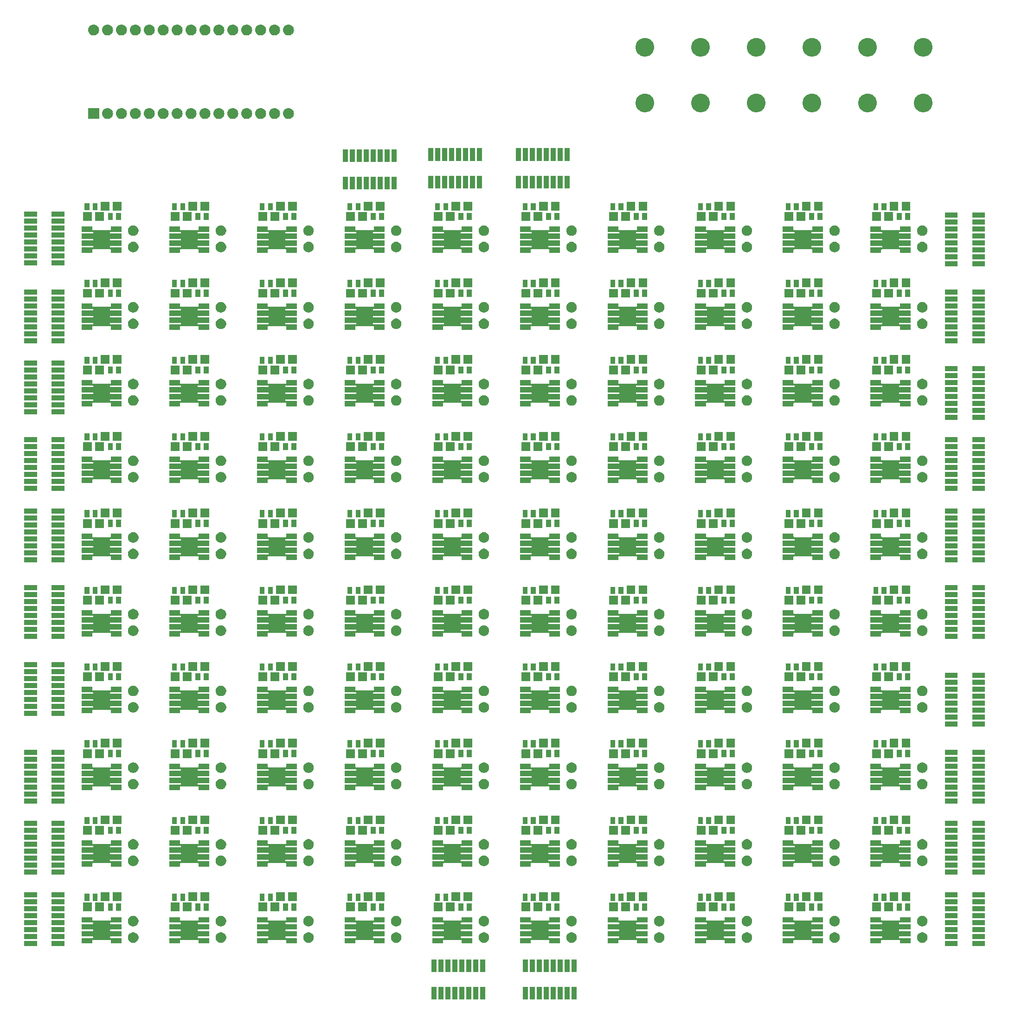
<source format=gbr>
G04 #@! TF.GenerationSoftware,KiCad,Pcbnew,5.0.0-rc2-dev-unknown-5a90858~64~ubuntu16.04.1*
G04 #@! TF.CreationDate,2018-12-18T14:43:22-05:00*
G04 #@! TF.ProjectId,ferrofluid_display,666572726F666C7569645F646973706C,rev?*
G04 #@! TF.SameCoordinates,Original*
G04 #@! TF.FileFunction,Soldermask,Top*
G04 #@! TF.FilePolarity,Negative*
%FSLAX46Y46*%
G04 Gerber Fmt 4.6, Leading zero omitted, Abs format (unit mm)*
G04 Created by KiCad (PCBNEW 5.0.0-rc2-dev-unknown-5a90858~64~ubuntu16.04.1) date Tue Dec 18 14:43:22 2018*
%MOMM*%
%LPD*%
G01*
G04 APERTURE LIST*
%ADD10C,0.100000*%
G04 APERTURE END LIST*
D10*
G36*
X210111700Y-199654400D02*
X209178300Y-199654400D01*
X209178300Y-197349400D01*
X210111700Y-197349400D01*
X210111700Y-199654400D01*
X210111700Y-199654400D01*
G37*
G36*
X206301700Y-199654400D02*
X205368300Y-199654400D01*
X205368300Y-197349400D01*
X206301700Y-197349400D01*
X206301700Y-199654400D01*
X206301700Y-199654400D01*
G37*
G36*
X189701700Y-199654400D02*
X188768300Y-199654400D01*
X188768300Y-197349400D01*
X189701700Y-197349400D01*
X189701700Y-199654400D01*
X189701700Y-199654400D01*
G37*
G36*
X190971700Y-199654400D02*
X190038300Y-199654400D01*
X190038300Y-197349400D01*
X190971700Y-197349400D01*
X190971700Y-199654400D01*
X190971700Y-199654400D01*
G37*
G36*
X192241700Y-199654400D02*
X191308300Y-199654400D01*
X191308300Y-197349400D01*
X192241700Y-197349400D01*
X192241700Y-199654400D01*
X192241700Y-199654400D01*
G37*
G36*
X193511700Y-199654400D02*
X192578300Y-199654400D01*
X192578300Y-197349400D01*
X193511700Y-197349400D01*
X193511700Y-199654400D01*
X193511700Y-199654400D01*
G37*
G36*
X201221700Y-199654400D02*
X200288300Y-199654400D01*
X200288300Y-197349400D01*
X201221700Y-197349400D01*
X201221700Y-199654400D01*
X201221700Y-199654400D01*
G37*
G36*
X202491700Y-199654400D02*
X201558300Y-199654400D01*
X201558300Y-197349400D01*
X202491700Y-197349400D01*
X202491700Y-199654400D01*
X202491700Y-199654400D01*
G37*
G36*
X203761700Y-199654400D02*
X202828300Y-199654400D01*
X202828300Y-197349400D01*
X203761700Y-197349400D01*
X203761700Y-199654400D01*
X203761700Y-199654400D01*
G37*
G36*
X205031700Y-199654400D02*
X204098300Y-199654400D01*
X204098300Y-197349400D01*
X205031700Y-197349400D01*
X205031700Y-199654400D01*
X205031700Y-199654400D01*
G37*
G36*
X207571700Y-199654400D02*
X206638300Y-199654400D01*
X206638300Y-197349400D01*
X207571700Y-197349400D01*
X207571700Y-199654400D01*
X207571700Y-199654400D01*
G37*
G36*
X208841700Y-199654400D02*
X207908300Y-199654400D01*
X207908300Y-197349400D01*
X208841700Y-197349400D01*
X208841700Y-199654400D01*
X208841700Y-199654400D01*
G37*
G36*
X188431700Y-199654400D02*
X187498300Y-199654400D01*
X187498300Y-197349400D01*
X188431700Y-197349400D01*
X188431700Y-199654400D01*
X188431700Y-199654400D01*
G37*
G36*
X187161700Y-199654400D02*
X186228300Y-199654400D01*
X186228300Y-197349400D01*
X187161700Y-197349400D01*
X187161700Y-199654400D01*
X187161700Y-199654400D01*
G37*
G36*
X185891700Y-199654400D02*
X184958300Y-199654400D01*
X184958300Y-197349400D01*
X185891700Y-197349400D01*
X185891700Y-199654400D01*
X185891700Y-199654400D01*
G37*
G36*
X184621700Y-199654400D02*
X183688300Y-199654400D01*
X183688300Y-197349400D01*
X184621700Y-197349400D01*
X184621700Y-199654400D01*
X184621700Y-199654400D01*
G37*
G36*
X193511700Y-194650600D02*
X192578300Y-194650600D01*
X192578300Y-192345600D01*
X193511700Y-192345600D01*
X193511700Y-194650600D01*
X193511700Y-194650600D01*
G37*
G36*
X202491700Y-194650600D02*
X201558300Y-194650600D01*
X201558300Y-192345600D01*
X202491700Y-192345600D01*
X202491700Y-194650600D01*
X202491700Y-194650600D01*
G37*
G36*
X203761700Y-194650600D02*
X202828300Y-194650600D01*
X202828300Y-192345600D01*
X203761700Y-192345600D01*
X203761700Y-194650600D01*
X203761700Y-194650600D01*
G37*
G36*
X205031700Y-194650600D02*
X204098300Y-194650600D01*
X204098300Y-192345600D01*
X205031700Y-192345600D01*
X205031700Y-194650600D01*
X205031700Y-194650600D01*
G37*
G36*
X207571700Y-194650600D02*
X206638300Y-194650600D01*
X206638300Y-192345600D01*
X207571700Y-192345600D01*
X207571700Y-194650600D01*
X207571700Y-194650600D01*
G37*
G36*
X208841700Y-194650600D02*
X207908300Y-194650600D01*
X207908300Y-192345600D01*
X208841700Y-192345600D01*
X208841700Y-194650600D01*
X208841700Y-194650600D01*
G37*
G36*
X201221700Y-194650600D02*
X200288300Y-194650600D01*
X200288300Y-192345600D01*
X201221700Y-192345600D01*
X201221700Y-194650600D01*
X201221700Y-194650600D01*
G37*
G36*
X210111700Y-194650600D02*
X209178300Y-194650600D01*
X209178300Y-192345600D01*
X210111700Y-192345600D01*
X210111700Y-194650600D01*
X210111700Y-194650600D01*
G37*
G36*
X184621700Y-194650600D02*
X183688300Y-194650600D01*
X183688300Y-192345600D01*
X184621700Y-192345600D01*
X184621700Y-194650600D01*
X184621700Y-194650600D01*
G37*
G36*
X185891700Y-194650600D02*
X184958300Y-194650600D01*
X184958300Y-192345600D01*
X185891700Y-192345600D01*
X185891700Y-194650600D01*
X185891700Y-194650600D01*
G37*
G36*
X187161700Y-194650600D02*
X186228300Y-194650600D01*
X186228300Y-192345600D01*
X187161700Y-192345600D01*
X187161700Y-194650600D01*
X187161700Y-194650600D01*
G37*
G36*
X188431700Y-194650600D02*
X187498300Y-194650600D01*
X187498300Y-192345600D01*
X188431700Y-192345600D01*
X188431700Y-194650600D01*
X188431700Y-194650600D01*
G37*
G36*
X189701700Y-194650600D02*
X188768300Y-194650600D01*
X188768300Y-192345600D01*
X189701700Y-192345600D01*
X189701700Y-194650600D01*
X189701700Y-194650600D01*
G37*
G36*
X190971700Y-194650600D02*
X190038300Y-194650600D01*
X190038300Y-192345600D01*
X190971700Y-192345600D01*
X190971700Y-194650600D01*
X190971700Y-194650600D01*
G37*
G36*
X192241700Y-194650600D02*
X191308300Y-194650600D01*
X191308300Y-192345600D01*
X192241700Y-192345600D01*
X192241700Y-194650600D01*
X192241700Y-194650600D01*
G37*
G36*
X206301700Y-194650600D02*
X205368300Y-194650600D01*
X205368300Y-192345600D01*
X206301700Y-192345600D01*
X206301700Y-194650600D01*
X206301700Y-194650600D01*
G37*
G36*
X116654400Y-189911700D02*
X114349400Y-189911700D01*
X114349400Y-188978300D01*
X116654400Y-188978300D01*
X116654400Y-189911700D01*
X116654400Y-189911700D01*
G37*
G36*
X111650600Y-189911700D02*
X109345600Y-189911700D01*
X109345600Y-188978300D01*
X111650600Y-188978300D01*
X111650600Y-189911700D01*
X111650600Y-189911700D01*
G37*
G36*
X284654400Y-189911700D02*
X282349400Y-189911700D01*
X282349400Y-188978300D01*
X284654400Y-188978300D01*
X284654400Y-189911700D01*
X284654400Y-189911700D01*
G37*
G36*
X279650600Y-189911700D02*
X277345600Y-189911700D01*
X277345600Y-188978300D01*
X279650600Y-188978300D01*
X279650600Y-189911700D01*
X279650600Y-189911700D01*
G37*
G36*
X185731905Y-185172500D02*
X185734307Y-185196886D01*
X185741420Y-185220335D01*
X185752971Y-185241946D01*
X185768517Y-185260888D01*
X185787459Y-185276434D01*
X185809070Y-185287985D01*
X185832519Y-185295098D01*
X185856905Y-185297500D01*
X189056905Y-185297500D01*
X189081291Y-185295098D01*
X189104740Y-185287985D01*
X189126351Y-185276434D01*
X189145293Y-185260888D01*
X189160839Y-185241946D01*
X189172390Y-185220335D01*
X189179503Y-185196886D01*
X189181905Y-185172500D01*
X189181905Y-184642500D01*
X191131905Y-184642500D01*
X191131905Y-185642500D01*
X189081905Y-185642500D01*
X189057519Y-185644902D01*
X189034070Y-185652015D01*
X189012459Y-185663566D01*
X188993517Y-185679112D01*
X188977971Y-185698054D01*
X188966420Y-185719665D01*
X188959307Y-185743114D01*
X188956905Y-185767500D01*
X188956905Y-185787500D01*
X188959307Y-185811886D01*
X188966420Y-185835335D01*
X188977971Y-185856946D01*
X188993517Y-185875888D01*
X189012459Y-185891434D01*
X189034070Y-185902985D01*
X189057519Y-185910098D01*
X189081905Y-185912500D01*
X191131905Y-185912500D01*
X191131905Y-186912500D01*
X189081905Y-186912500D01*
X189057519Y-186914902D01*
X189034070Y-186922015D01*
X189012459Y-186933566D01*
X188993517Y-186949112D01*
X188977971Y-186968054D01*
X188966420Y-186989665D01*
X188959307Y-187013114D01*
X188956905Y-187037500D01*
X188956905Y-187057500D01*
X188959307Y-187081886D01*
X188966420Y-187105335D01*
X188977971Y-187126946D01*
X188993517Y-187145888D01*
X189012459Y-187161434D01*
X189034070Y-187172985D01*
X189057519Y-187180098D01*
X189081905Y-187182500D01*
X191131905Y-187182500D01*
X191131905Y-188182500D01*
X189081905Y-188182500D01*
X189057519Y-188184902D01*
X189034070Y-188192015D01*
X189012459Y-188203566D01*
X188993517Y-188219112D01*
X188977971Y-188238054D01*
X188966420Y-188259665D01*
X188959307Y-188283114D01*
X188956905Y-188307500D01*
X188956905Y-188327500D01*
X188959307Y-188351886D01*
X188966420Y-188375335D01*
X188977971Y-188396946D01*
X188993517Y-188415888D01*
X189012459Y-188431434D01*
X189034070Y-188442985D01*
X189057519Y-188450098D01*
X189081905Y-188452500D01*
X191131905Y-188452500D01*
X191131905Y-189452500D01*
X189181905Y-189452500D01*
X189181905Y-188922500D01*
X189179503Y-188898114D01*
X189172390Y-188874665D01*
X189160839Y-188853054D01*
X189145293Y-188834112D01*
X189126351Y-188818566D01*
X189104740Y-188807015D01*
X189081291Y-188799902D01*
X189056905Y-188797500D01*
X185856905Y-188797500D01*
X185832519Y-188799902D01*
X185809070Y-188807015D01*
X185787459Y-188818566D01*
X185768517Y-188834112D01*
X185752971Y-188853054D01*
X185741420Y-188874665D01*
X185734307Y-188898114D01*
X185731905Y-188922500D01*
X185731905Y-189452500D01*
X183781905Y-189452500D01*
X183781905Y-188452500D01*
X185831905Y-188452500D01*
X185856291Y-188450098D01*
X185879740Y-188442985D01*
X185901351Y-188431434D01*
X185920293Y-188415888D01*
X185935839Y-188396946D01*
X185947390Y-188375335D01*
X185954503Y-188351886D01*
X185956905Y-188327500D01*
X185956905Y-188307500D01*
X185954503Y-188283114D01*
X185947390Y-188259665D01*
X185935839Y-188238054D01*
X185920293Y-188219112D01*
X185901351Y-188203566D01*
X185879740Y-188192015D01*
X185856291Y-188184902D01*
X185831905Y-188182500D01*
X183781905Y-188182500D01*
X183781905Y-187182500D01*
X185831905Y-187182500D01*
X185856291Y-187180098D01*
X185879740Y-187172985D01*
X185901351Y-187161434D01*
X185920293Y-187145888D01*
X185935839Y-187126946D01*
X185947390Y-187105335D01*
X185954503Y-187081886D01*
X185956905Y-187057500D01*
X185956905Y-187037500D01*
X185954503Y-187013114D01*
X185947390Y-186989665D01*
X185935839Y-186968054D01*
X185920293Y-186949112D01*
X185901351Y-186933566D01*
X185879740Y-186922015D01*
X185856291Y-186914902D01*
X185831905Y-186912500D01*
X183781905Y-186912500D01*
X183781905Y-185912500D01*
X185831905Y-185912500D01*
X185856291Y-185910098D01*
X185879740Y-185902985D01*
X185901351Y-185891434D01*
X185920293Y-185875888D01*
X185935839Y-185856946D01*
X185947390Y-185835335D01*
X185954503Y-185811886D01*
X185956905Y-185787500D01*
X185956905Y-185767500D01*
X185954503Y-185743114D01*
X185947390Y-185719665D01*
X185935839Y-185698054D01*
X185920293Y-185679112D01*
X185901351Y-185663566D01*
X185879740Y-185652015D01*
X185856291Y-185644902D01*
X185831905Y-185642500D01*
X183781905Y-185642500D01*
X183781905Y-184642500D01*
X185731905Y-184642500D01*
X185731905Y-185172500D01*
X185731905Y-185172500D01*
G37*
G36*
X233731905Y-185172500D02*
X233734307Y-185196886D01*
X233741420Y-185220335D01*
X233752971Y-185241946D01*
X233768517Y-185260888D01*
X233787459Y-185276434D01*
X233809070Y-185287985D01*
X233832519Y-185295098D01*
X233856905Y-185297500D01*
X237056905Y-185297500D01*
X237081291Y-185295098D01*
X237104740Y-185287985D01*
X237126351Y-185276434D01*
X237145293Y-185260888D01*
X237160839Y-185241946D01*
X237172390Y-185220335D01*
X237179503Y-185196886D01*
X237181905Y-185172500D01*
X237181905Y-184642500D01*
X239131905Y-184642500D01*
X239131905Y-185642500D01*
X237081905Y-185642500D01*
X237057519Y-185644902D01*
X237034070Y-185652015D01*
X237012459Y-185663566D01*
X236993517Y-185679112D01*
X236977971Y-185698054D01*
X236966420Y-185719665D01*
X236959307Y-185743114D01*
X236956905Y-185767500D01*
X236956905Y-185787500D01*
X236959307Y-185811886D01*
X236966420Y-185835335D01*
X236977971Y-185856946D01*
X236993517Y-185875888D01*
X237012459Y-185891434D01*
X237034070Y-185902985D01*
X237057519Y-185910098D01*
X237081905Y-185912500D01*
X239131905Y-185912500D01*
X239131905Y-186912500D01*
X237081905Y-186912500D01*
X237057519Y-186914902D01*
X237034070Y-186922015D01*
X237012459Y-186933566D01*
X236993517Y-186949112D01*
X236977971Y-186968054D01*
X236966420Y-186989665D01*
X236959307Y-187013114D01*
X236956905Y-187037500D01*
X236956905Y-187057500D01*
X236959307Y-187081886D01*
X236966420Y-187105335D01*
X236977971Y-187126946D01*
X236993517Y-187145888D01*
X237012459Y-187161434D01*
X237034070Y-187172985D01*
X237057519Y-187180098D01*
X237081905Y-187182500D01*
X239131905Y-187182500D01*
X239131905Y-188182500D01*
X237081905Y-188182500D01*
X237057519Y-188184902D01*
X237034070Y-188192015D01*
X237012459Y-188203566D01*
X236993517Y-188219112D01*
X236977971Y-188238054D01*
X236966420Y-188259665D01*
X236959307Y-188283114D01*
X236956905Y-188307500D01*
X236956905Y-188327500D01*
X236959307Y-188351886D01*
X236966420Y-188375335D01*
X236977971Y-188396946D01*
X236993517Y-188415888D01*
X237012459Y-188431434D01*
X237034070Y-188442985D01*
X237057519Y-188450098D01*
X237081905Y-188452500D01*
X239131905Y-188452500D01*
X239131905Y-189452500D01*
X237181905Y-189452500D01*
X237181905Y-188922500D01*
X237179503Y-188898114D01*
X237172390Y-188874665D01*
X237160839Y-188853054D01*
X237145293Y-188834112D01*
X237126351Y-188818566D01*
X237104740Y-188807015D01*
X237081291Y-188799902D01*
X237056905Y-188797500D01*
X233856905Y-188797500D01*
X233832519Y-188799902D01*
X233809070Y-188807015D01*
X233787459Y-188818566D01*
X233768517Y-188834112D01*
X233752971Y-188853054D01*
X233741420Y-188874665D01*
X233734307Y-188898114D01*
X233731905Y-188922500D01*
X233731905Y-189452500D01*
X231781905Y-189452500D01*
X231781905Y-188452500D01*
X233831905Y-188452500D01*
X233856291Y-188450098D01*
X233879740Y-188442985D01*
X233901351Y-188431434D01*
X233920293Y-188415888D01*
X233935839Y-188396946D01*
X233947390Y-188375335D01*
X233954503Y-188351886D01*
X233956905Y-188327500D01*
X233956905Y-188307500D01*
X233954503Y-188283114D01*
X233947390Y-188259665D01*
X233935839Y-188238054D01*
X233920293Y-188219112D01*
X233901351Y-188203566D01*
X233879740Y-188192015D01*
X233856291Y-188184902D01*
X233831905Y-188182500D01*
X231781905Y-188182500D01*
X231781905Y-187182500D01*
X233831905Y-187182500D01*
X233856291Y-187180098D01*
X233879740Y-187172985D01*
X233901351Y-187161434D01*
X233920293Y-187145888D01*
X233935839Y-187126946D01*
X233947390Y-187105335D01*
X233954503Y-187081886D01*
X233956905Y-187057500D01*
X233956905Y-187037500D01*
X233954503Y-187013114D01*
X233947390Y-186989665D01*
X233935839Y-186968054D01*
X233920293Y-186949112D01*
X233901351Y-186933566D01*
X233879740Y-186922015D01*
X233856291Y-186914902D01*
X233831905Y-186912500D01*
X231781905Y-186912500D01*
X231781905Y-185912500D01*
X233831905Y-185912500D01*
X233856291Y-185910098D01*
X233879740Y-185902985D01*
X233901351Y-185891434D01*
X233920293Y-185875888D01*
X233935839Y-185856946D01*
X233947390Y-185835335D01*
X233954503Y-185811886D01*
X233956905Y-185787500D01*
X233956905Y-185767500D01*
X233954503Y-185743114D01*
X233947390Y-185719665D01*
X233935839Y-185698054D01*
X233920293Y-185679112D01*
X233901351Y-185663566D01*
X233879740Y-185652015D01*
X233856291Y-185644902D01*
X233831905Y-185642500D01*
X231781905Y-185642500D01*
X231781905Y-184642500D01*
X233731905Y-184642500D01*
X233731905Y-185172500D01*
X233731905Y-185172500D01*
G37*
G36*
X249731905Y-185172500D02*
X249734307Y-185196886D01*
X249741420Y-185220335D01*
X249752971Y-185241946D01*
X249768517Y-185260888D01*
X249787459Y-185276434D01*
X249809070Y-185287985D01*
X249832519Y-185295098D01*
X249856905Y-185297500D01*
X253056905Y-185297500D01*
X253081291Y-185295098D01*
X253104740Y-185287985D01*
X253126351Y-185276434D01*
X253145293Y-185260888D01*
X253160839Y-185241946D01*
X253172390Y-185220335D01*
X253179503Y-185196886D01*
X253181905Y-185172500D01*
X253181905Y-184642500D01*
X255131905Y-184642500D01*
X255131905Y-185642500D01*
X253081905Y-185642500D01*
X253057519Y-185644902D01*
X253034070Y-185652015D01*
X253012459Y-185663566D01*
X252993517Y-185679112D01*
X252977971Y-185698054D01*
X252966420Y-185719665D01*
X252959307Y-185743114D01*
X252956905Y-185767500D01*
X252956905Y-185787500D01*
X252959307Y-185811886D01*
X252966420Y-185835335D01*
X252977971Y-185856946D01*
X252993517Y-185875888D01*
X253012459Y-185891434D01*
X253034070Y-185902985D01*
X253057519Y-185910098D01*
X253081905Y-185912500D01*
X255131905Y-185912500D01*
X255131905Y-186912500D01*
X253081905Y-186912500D01*
X253057519Y-186914902D01*
X253034070Y-186922015D01*
X253012459Y-186933566D01*
X252993517Y-186949112D01*
X252977971Y-186968054D01*
X252966420Y-186989665D01*
X252959307Y-187013114D01*
X252956905Y-187037500D01*
X252956905Y-187057500D01*
X252959307Y-187081886D01*
X252966420Y-187105335D01*
X252977971Y-187126946D01*
X252993517Y-187145888D01*
X253012459Y-187161434D01*
X253034070Y-187172985D01*
X253057519Y-187180098D01*
X253081905Y-187182500D01*
X255131905Y-187182500D01*
X255131905Y-188182500D01*
X253081905Y-188182500D01*
X253057519Y-188184902D01*
X253034070Y-188192015D01*
X253012459Y-188203566D01*
X252993517Y-188219112D01*
X252977971Y-188238054D01*
X252966420Y-188259665D01*
X252959307Y-188283114D01*
X252956905Y-188307500D01*
X252956905Y-188327500D01*
X252959307Y-188351886D01*
X252966420Y-188375335D01*
X252977971Y-188396946D01*
X252993517Y-188415888D01*
X253012459Y-188431434D01*
X253034070Y-188442985D01*
X253057519Y-188450098D01*
X253081905Y-188452500D01*
X255131905Y-188452500D01*
X255131905Y-189452500D01*
X253181905Y-189452500D01*
X253181905Y-188922500D01*
X253179503Y-188898114D01*
X253172390Y-188874665D01*
X253160839Y-188853054D01*
X253145293Y-188834112D01*
X253126351Y-188818566D01*
X253104740Y-188807015D01*
X253081291Y-188799902D01*
X253056905Y-188797500D01*
X249856905Y-188797500D01*
X249832519Y-188799902D01*
X249809070Y-188807015D01*
X249787459Y-188818566D01*
X249768517Y-188834112D01*
X249752971Y-188853054D01*
X249741420Y-188874665D01*
X249734307Y-188898114D01*
X249731905Y-188922500D01*
X249731905Y-189452500D01*
X247781905Y-189452500D01*
X247781905Y-188452500D01*
X249831905Y-188452500D01*
X249856291Y-188450098D01*
X249879740Y-188442985D01*
X249901351Y-188431434D01*
X249920293Y-188415888D01*
X249935839Y-188396946D01*
X249947390Y-188375335D01*
X249954503Y-188351886D01*
X249956905Y-188327500D01*
X249956905Y-188307500D01*
X249954503Y-188283114D01*
X249947390Y-188259665D01*
X249935839Y-188238054D01*
X249920293Y-188219112D01*
X249901351Y-188203566D01*
X249879740Y-188192015D01*
X249856291Y-188184902D01*
X249831905Y-188182500D01*
X247781905Y-188182500D01*
X247781905Y-187182500D01*
X249831905Y-187182500D01*
X249856291Y-187180098D01*
X249879740Y-187172985D01*
X249901351Y-187161434D01*
X249920293Y-187145888D01*
X249935839Y-187126946D01*
X249947390Y-187105335D01*
X249954503Y-187081886D01*
X249956905Y-187057500D01*
X249956905Y-187037500D01*
X249954503Y-187013114D01*
X249947390Y-186989665D01*
X249935839Y-186968054D01*
X249920293Y-186949112D01*
X249901351Y-186933566D01*
X249879740Y-186922015D01*
X249856291Y-186914902D01*
X249831905Y-186912500D01*
X247781905Y-186912500D01*
X247781905Y-185912500D01*
X249831905Y-185912500D01*
X249856291Y-185910098D01*
X249879740Y-185902985D01*
X249901351Y-185891434D01*
X249920293Y-185875888D01*
X249935839Y-185856946D01*
X249947390Y-185835335D01*
X249954503Y-185811886D01*
X249956905Y-185787500D01*
X249956905Y-185767500D01*
X249954503Y-185743114D01*
X249947390Y-185719665D01*
X249935839Y-185698054D01*
X249920293Y-185679112D01*
X249901351Y-185663566D01*
X249879740Y-185652015D01*
X249856291Y-185644902D01*
X249831905Y-185642500D01*
X247781905Y-185642500D01*
X247781905Y-184642500D01*
X249731905Y-184642500D01*
X249731905Y-185172500D01*
X249731905Y-185172500D01*
G37*
G36*
X137731905Y-185172500D02*
X137734307Y-185196886D01*
X137741420Y-185220335D01*
X137752971Y-185241946D01*
X137768517Y-185260888D01*
X137787459Y-185276434D01*
X137809070Y-185287985D01*
X137832519Y-185295098D01*
X137856905Y-185297500D01*
X141056905Y-185297500D01*
X141081291Y-185295098D01*
X141104740Y-185287985D01*
X141126351Y-185276434D01*
X141145293Y-185260888D01*
X141160839Y-185241946D01*
X141172390Y-185220335D01*
X141179503Y-185196886D01*
X141181905Y-185172500D01*
X141181905Y-184642500D01*
X143131905Y-184642500D01*
X143131905Y-185642500D01*
X141081905Y-185642500D01*
X141057519Y-185644902D01*
X141034070Y-185652015D01*
X141012459Y-185663566D01*
X140993517Y-185679112D01*
X140977971Y-185698054D01*
X140966420Y-185719665D01*
X140959307Y-185743114D01*
X140956905Y-185767500D01*
X140956905Y-185787500D01*
X140959307Y-185811886D01*
X140966420Y-185835335D01*
X140977971Y-185856946D01*
X140993517Y-185875888D01*
X141012459Y-185891434D01*
X141034070Y-185902985D01*
X141057519Y-185910098D01*
X141081905Y-185912500D01*
X143131905Y-185912500D01*
X143131905Y-186912500D01*
X141081905Y-186912500D01*
X141057519Y-186914902D01*
X141034070Y-186922015D01*
X141012459Y-186933566D01*
X140993517Y-186949112D01*
X140977971Y-186968054D01*
X140966420Y-186989665D01*
X140959307Y-187013114D01*
X140956905Y-187037500D01*
X140956905Y-187057500D01*
X140959307Y-187081886D01*
X140966420Y-187105335D01*
X140977971Y-187126946D01*
X140993517Y-187145888D01*
X141012459Y-187161434D01*
X141034070Y-187172985D01*
X141057519Y-187180098D01*
X141081905Y-187182500D01*
X143131905Y-187182500D01*
X143131905Y-188182500D01*
X141081905Y-188182500D01*
X141057519Y-188184902D01*
X141034070Y-188192015D01*
X141012459Y-188203566D01*
X140993517Y-188219112D01*
X140977971Y-188238054D01*
X140966420Y-188259665D01*
X140959307Y-188283114D01*
X140956905Y-188307500D01*
X140956905Y-188327500D01*
X140959307Y-188351886D01*
X140966420Y-188375335D01*
X140977971Y-188396946D01*
X140993517Y-188415888D01*
X141012459Y-188431434D01*
X141034070Y-188442985D01*
X141057519Y-188450098D01*
X141081905Y-188452500D01*
X143131905Y-188452500D01*
X143131905Y-189452500D01*
X141181905Y-189452500D01*
X141181905Y-188922500D01*
X141179503Y-188898114D01*
X141172390Y-188874665D01*
X141160839Y-188853054D01*
X141145293Y-188834112D01*
X141126351Y-188818566D01*
X141104740Y-188807015D01*
X141081291Y-188799902D01*
X141056905Y-188797500D01*
X137856905Y-188797500D01*
X137832519Y-188799902D01*
X137809070Y-188807015D01*
X137787459Y-188818566D01*
X137768517Y-188834112D01*
X137752971Y-188853054D01*
X137741420Y-188874665D01*
X137734307Y-188898114D01*
X137731905Y-188922500D01*
X137731905Y-189452500D01*
X135781905Y-189452500D01*
X135781905Y-188452500D01*
X137831905Y-188452500D01*
X137856291Y-188450098D01*
X137879740Y-188442985D01*
X137901351Y-188431434D01*
X137920293Y-188415888D01*
X137935839Y-188396946D01*
X137947390Y-188375335D01*
X137954503Y-188351886D01*
X137956905Y-188327500D01*
X137956905Y-188307500D01*
X137954503Y-188283114D01*
X137947390Y-188259665D01*
X137935839Y-188238054D01*
X137920293Y-188219112D01*
X137901351Y-188203566D01*
X137879740Y-188192015D01*
X137856291Y-188184902D01*
X137831905Y-188182500D01*
X135781905Y-188182500D01*
X135781905Y-187182500D01*
X137831905Y-187182500D01*
X137856291Y-187180098D01*
X137879740Y-187172985D01*
X137901351Y-187161434D01*
X137920293Y-187145888D01*
X137935839Y-187126946D01*
X137947390Y-187105335D01*
X137954503Y-187081886D01*
X137956905Y-187057500D01*
X137956905Y-187037500D01*
X137954503Y-187013114D01*
X137947390Y-186989665D01*
X137935839Y-186968054D01*
X137920293Y-186949112D01*
X137901351Y-186933566D01*
X137879740Y-186922015D01*
X137856291Y-186914902D01*
X137831905Y-186912500D01*
X135781905Y-186912500D01*
X135781905Y-185912500D01*
X137831905Y-185912500D01*
X137856291Y-185910098D01*
X137879740Y-185902985D01*
X137901351Y-185891434D01*
X137920293Y-185875888D01*
X137935839Y-185856946D01*
X137947390Y-185835335D01*
X137954503Y-185811886D01*
X137956905Y-185787500D01*
X137956905Y-185767500D01*
X137954503Y-185743114D01*
X137947390Y-185719665D01*
X137935839Y-185698054D01*
X137920293Y-185679112D01*
X137901351Y-185663566D01*
X137879740Y-185652015D01*
X137856291Y-185644902D01*
X137831905Y-185642500D01*
X135781905Y-185642500D01*
X135781905Y-184642500D01*
X137731905Y-184642500D01*
X137731905Y-185172500D01*
X137731905Y-185172500D01*
G37*
G36*
X153731905Y-185172500D02*
X153734307Y-185196886D01*
X153741420Y-185220335D01*
X153752971Y-185241946D01*
X153768517Y-185260888D01*
X153787459Y-185276434D01*
X153809070Y-185287985D01*
X153832519Y-185295098D01*
X153856905Y-185297500D01*
X157056905Y-185297500D01*
X157081291Y-185295098D01*
X157104740Y-185287985D01*
X157126351Y-185276434D01*
X157145293Y-185260888D01*
X157160839Y-185241946D01*
X157172390Y-185220335D01*
X157179503Y-185196886D01*
X157181905Y-185172500D01*
X157181905Y-184642500D01*
X159131905Y-184642500D01*
X159131905Y-185642500D01*
X157081905Y-185642500D01*
X157057519Y-185644902D01*
X157034070Y-185652015D01*
X157012459Y-185663566D01*
X156993517Y-185679112D01*
X156977971Y-185698054D01*
X156966420Y-185719665D01*
X156959307Y-185743114D01*
X156956905Y-185767500D01*
X156956905Y-185787500D01*
X156959307Y-185811886D01*
X156966420Y-185835335D01*
X156977971Y-185856946D01*
X156993517Y-185875888D01*
X157012459Y-185891434D01*
X157034070Y-185902985D01*
X157057519Y-185910098D01*
X157081905Y-185912500D01*
X159131905Y-185912500D01*
X159131905Y-186912500D01*
X157081905Y-186912500D01*
X157057519Y-186914902D01*
X157034070Y-186922015D01*
X157012459Y-186933566D01*
X156993517Y-186949112D01*
X156977971Y-186968054D01*
X156966420Y-186989665D01*
X156959307Y-187013114D01*
X156956905Y-187037500D01*
X156956905Y-187057500D01*
X156959307Y-187081886D01*
X156966420Y-187105335D01*
X156977971Y-187126946D01*
X156993517Y-187145888D01*
X157012459Y-187161434D01*
X157034070Y-187172985D01*
X157057519Y-187180098D01*
X157081905Y-187182500D01*
X159131905Y-187182500D01*
X159131905Y-188182500D01*
X157081905Y-188182500D01*
X157057519Y-188184902D01*
X157034070Y-188192015D01*
X157012459Y-188203566D01*
X156993517Y-188219112D01*
X156977971Y-188238054D01*
X156966420Y-188259665D01*
X156959307Y-188283114D01*
X156956905Y-188307500D01*
X156956905Y-188327500D01*
X156959307Y-188351886D01*
X156966420Y-188375335D01*
X156977971Y-188396946D01*
X156993517Y-188415888D01*
X157012459Y-188431434D01*
X157034070Y-188442985D01*
X157057519Y-188450098D01*
X157081905Y-188452500D01*
X159131905Y-188452500D01*
X159131905Y-189452500D01*
X157181905Y-189452500D01*
X157181905Y-188922500D01*
X157179503Y-188898114D01*
X157172390Y-188874665D01*
X157160839Y-188853054D01*
X157145293Y-188834112D01*
X157126351Y-188818566D01*
X157104740Y-188807015D01*
X157081291Y-188799902D01*
X157056905Y-188797500D01*
X153856905Y-188797500D01*
X153832519Y-188799902D01*
X153809070Y-188807015D01*
X153787459Y-188818566D01*
X153768517Y-188834112D01*
X153752971Y-188853054D01*
X153741420Y-188874665D01*
X153734307Y-188898114D01*
X153731905Y-188922500D01*
X153731905Y-189452500D01*
X151781905Y-189452500D01*
X151781905Y-188452500D01*
X153831905Y-188452500D01*
X153856291Y-188450098D01*
X153879740Y-188442985D01*
X153901351Y-188431434D01*
X153920293Y-188415888D01*
X153935839Y-188396946D01*
X153947390Y-188375335D01*
X153954503Y-188351886D01*
X153956905Y-188327500D01*
X153956905Y-188307500D01*
X153954503Y-188283114D01*
X153947390Y-188259665D01*
X153935839Y-188238054D01*
X153920293Y-188219112D01*
X153901351Y-188203566D01*
X153879740Y-188192015D01*
X153856291Y-188184902D01*
X153831905Y-188182500D01*
X151781905Y-188182500D01*
X151781905Y-187182500D01*
X153831905Y-187182500D01*
X153856291Y-187180098D01*
X153879740Y-187172985D01*
X153901351Y-187161434D01*
X153920293Y-187145888D01*
X153935839Y-187126946D01*
X153947390Y-187105335D01*
X153954503Y-187081886D01*
X153956905Y-187057500D01*
X153956905Y-187037500D01*
X153954503Y-187013114D01*
X153947390Y-186989665D01*
X153935839Y-186968054D01*
X153920293Y-186949112D01*
X153901351Y-186933566D01*
X153879740Y-186922015D01*
X153856291Y-186914902D01*
X153831905Y-186912500D01*
X151781905Y-186912500D01*
X151781905Y-185912500D01*
X153831905Y-185912500D01*
X153856291Y-185910098D01*
X153879740Y-185902985D01*
X153901351Y-185891434D01*
X153920293Y-185875888D01*
X153935839Y-185856946D01*
X153947390Y-185835335D01*
X153954503Y-185811886D01*
X153956905Y-185787500D01*
X153956905Y-185767500D01*
X153954503Y-185743114D01*
X153947390Y-185719665D01*
X153935839Y-185698054D01*
X153920293Y-185679112D01*
X153901351Y-185663566D01*
X153879740Y-185652015D01*
X153856291Y-185644902D01*
X153831905Y-185642500D01*
X151781905Y-185642500D01*
X151781905Y-184642500D01*
X153731905Y-184642500D01*
X153731905Y-185172500D01*
X153731905Y-185172500D01*
G37*
G36*
X169731905Y-185172500D02*
X169734307Y-185196886D01*
X169741420Y-185220335D01*
X169752971Y-185241946D01*
X169768517Y-185260888D01*
X169787459Y-185276434D01*
X169809070Y-185287985D01*
X169832519Y-185295098D01*
X169856905Y-185297500D01*
X173056905Y-185297500D01*
X173081291Y-185295098D01*
X173104740Y-185287985D01*
X173126351Y-185276434D01*
X173145293Y-185260888D01*
X173160839Y-185241946D01*
X173172390Y-185220335D01*
X173179503Y-185196886D01*
X173181905Y-185172500D01*
X173181905Y-184642500D01*
X175131905Y-184642500D01*
X175131905Y-185642500D01*
X173081905Y-185642500D01*
X173057519Y-185644902D01*
X173034070Y-185652015D01*
X173012459Y-185663566D01*
X172993517Y-185679112D01*
X172977971Y-185698054D01*
X172966420Y-185719665D01*
X172959307Y-185743114D01*
X172956905Y-185767500D01*
X172956905Y-185787500D01*
X172959307Y-185811886D01*
X172966420Y-185835335D01*
X172977971Y-185856946D01*
X172993517Y-185875888D01*
X173012459Y-185891434D01*
X173034070Y-185902985D01*
X173057519Y-185910098D01*
X173081905Y-185912500D01*
X175131905Y-185912500D01*
X175131905Y-186912500D01*
X173081905Y-186912500D01*
X173057519Y-186914902D01*
X173034070Y-186922015D01*
X173012459Y-186933566D01*
X172993517Y-186949112D01*
X172977971Y-186968054D01*
X172966420Y-186989665D01*
X172959307Y-187013114D01*
X172956905Y-187037500D01*
X172956905Y-187057500D01*
X172959307Y-187081886D01*
X172966420Y-187105335D01*
X172977971Y-187126946D01*
X172993517Y-187145888D01*
X173012459Y-187161434D01*
X173034070Y-187172985D01*
X173057519Y-187180098D01*
X173081905Y-187182500D01*
X175131905Y-187182500D01*
X175131905Y-188182500D01*
X173081905Y-188182500D01*
X173057519Y-188184902D01*
X173034070Y-188192015D01*
X173012459Y-188203566D01*
X172993517Y-188219112D01*
X172977971Y-188238054D01*
X172966420Y-188259665D01*
X172959307Y-188283114D01*
X172956905Y-188307500D01*
X172956905Y-188327500D01*
X172959307Y-188351886D01*
X172966420Y-188375335D01*
X172977971Y-188396946D01*
X172993517Y-188415888D01*
X173012459Y-188431434D01*
X173034070Y-188442985D01*
X173057519Y-188450098D01*
X173081905Y-188452500D01*
X175131905Y-188452500D01*
X175131905Y-189452500D01*
X173181905Y-189452500D01*
X173181905Y-188922500D01*
X173179503Y-188898114D01*
X173172390Y-188874665D01*
X173160839Y-188853054D01*
X173145293Y-188834112D01*
X173126351Y-188818566D01*
X173104740Y-188807015D01*
X173081291Y-188799902D01*
X173056905Y-188797500D01*
X169856905Y-188797500D01*
X169832519Y-188799902D01*
X169809070Y-188807015D01*
X169787459Y-188818566D01*
X169768517Y-188834112D01*
X169752971Y-188853054D01*
X169741420Y-188874665D01*
X169734307Y-188898114D01*
X169731905Y-188922500D01*
X169731905Y-189452500D01*
X167781905Y-189452500D01*
X167781905Y-188452500D01*
X169831905Y-188452500D01*
X169856291Y-188450098D01*
X169879740Y-188442985D01*
X169901351Y-188431434D01*
X169920293Y-188415888D01*
X169935839Y-188396946D01*
X169947390Y-188375335D01*
X169954503Y-188351886D01*
X169956905Y-188327500D01*
X169956905Y-188307500D01*
X169954503Y-188283114D01*
X169947390Y-188259665D01*
X169935839Y-188238054D01*
X169920293Y-188219112D01*
X169901351Y-188203566D01*
X169879740Y-188192015D01*
X169856291Y-188184902D01*
X169831905Y-188182500D01*
X167781905Y-188182500D01*
X167781905Y-187182500D01*
X169831905Y-187182500D01*
X169856291Y-187180098D01*
X169879740Y-187172985D01*
X169901351Y-187161434D01*
X169920293Y-187145888D01*
X169935839Y-187126946D01*
X169947390Y-187105335D01*
X169954503Y-187081886D01*
X169956905Y-187057500D01*
X169956905Y-187037500D01*
X169954503Y-187013114D01*
X169947390Y-186989665D01*
X169935839Y-186968054D01*
X169920293Y-186949112D01*
X169901351Y-186933566D01*
X169879740Y-186922015D01*
X169856291Y-186914902D01*
X169831905Y-186912500D01*
X167781905Y-186912500D01*
X167781905Y-185912500D01*
X169831905Y-185912500D01*
X169856291Y-185910098D01*
X169879740Y-185902985D01*
X169901351Y-185891434D01*
X169920293Y-185875888D01*
X169935839Y-185856946D01*
X169947390Y-185835335D01*
X169954503Y-185811886D01*
X169956905Y-185787500D01*
X169956905Y-185767500D01*
X169954503Y-185743114D01*
X169947390Y-185719665D01*
X169935839Y-185698054D01*
X169920293Y-185679112D01*
X169901351Y-185663566D01*
X169879740Y-185652015D01*
X169856291Y-185644902D01*
X169831905Y-185642500D01*
X167781905Y-185642500D01*
X167781905Y-184642500D01*
X169731905Y-184642500D01*
X169731905Y-185172500D01*
X169731905Y-185172500D01*
G37*
G36*
X265731905Y-185172500D02*
X265734307Y-185196886D01*
X265741420Y-185220335D01*
X265752971Y-185241946D01*
X265768517Y-185260888D01*
X265787459Y-185276434D01*
X265809070Y-185287985D01*
X265832519Y-185295098D01*
X265856905Y-185297500D01*
X269056905Y-185297500D01*
X269081291Y-185295098D01*
X269104740Y-185287985D01*
X269126351Y-185276434D01*
X269145293Y-185260888D01*
X269160839Y-185241946D01*
X269172390Y-185220335D01*
X269179503Y-185196886D01*
X269181905Y-185172500D01*
X269181905Y-184642500D01*
X271131905Y-184642500D01*
X271131905Y-185642500D01*
X269081905Y-185642500D01*
X269057519Y-185644902D01*
X269034070Y-185652015D01*
X269012459Y-185663566D01*
X268993517Y-185679112D01*
X268977971Y-185698054D01*
X268966420Y-185719665D01*
X268959307Y-185743114D01*
X268956905Y-185767500D01*
X268956905Y-185787500D01*
X268959307Y-185811886D01*
X268966420Y-185835335D01*
X268977971Y-185856946D01*
X268993517Y-185875888D01*
X269012459Y-185891434D01*
X269034070Y-185902985D01*
X269057519Y-185910098D01*
X269081905Y-185912500D01*
X271131905Y-185912500D01*
X271131905Y-186912500D01*
X269081905Y-186912500D01*
X269057519Y-186914902D01*
X269034070Y-186922015D01*
X269012459Y-186933566D01*
X268993517Y-186949112D01*
X268977971Y-186968054D01*
X268966420Y-186989665D01*
X268959307Y-187013114D01*
X268956905Y-187037500D01*
X268956905Y-187057500D01*
X268959307Y-187081886D01*
X268966420Y-187105335D01*
X268977971Y-187126946D01*
X268993517Y-187145888D01*
X269012459Y-187161434D01*
X269034070Y-187172985D01*
X269057519Y-187180098D01*
X269081905Y-187182500D01*
X271131905Y-187182500D01*
X271131905Y-188182500D01*
X269081905Y-188182500D01*
X269057519Y-188184902D01*
X269034070Y-188192015D01*
X269012459Y-188203566D01*
X268993517Y-188219112D01*
X268977971Y-188238054D01*
X268966420Y-188259665D01*
X268959307Y-188283114D01*
X268956905Y-188307500D01*
X268956905Y-188327500D01*
X268959307Y-188351886D01*
X268966420Y-188375335D01*
X268977971Y-188396946D01*
X268993517Y-188415888D01*
X269012459Y-188431434D01*
X269034070Y-188442985D01*
X269057519Y-188450098D01*
X269081905Y-188452500D01*
X271131905Y-188452500D01*
X271131905Y-189452500D01*
X269181905Y-189452500D01*
X269181905Y-188922500D01*
X269179503Y-188898114D01*
X269172390Y-188874665D01*
X269160839Y-188853054D01*
X269145293Y-188834112D01*
X269126351Y-188818566D01*
X269104740Y-188807015D01*
X269081291Y-188799902D01*
X269056905Y-188797500D01*
X265856905Y-188797500D01*
X265832519Y-188799902D01*
X265809070Y-188807015D01*
X265787459Y-188818566D01*
X265768517Y-188834112D01*
X265752971Y-188853054D01*
X265741420Y-188874665D01*
X265734307Y-188898114D01*
X265731905Y-188922500D01*
X265731905Y-189452500D01*
X263781905Y-189452500D01*
X263781905Y-188452500D01*
X265831905Y-188452500D01*
X265856291Y-188450098D01*
X265879740Y-188442985D01*
X265901351Y-188431434D01*
X265920293Y-188415888D01*
X265935839Y-188396946D01*
X265947390Y-188375335D01*
X265954503Y-188351886D01*
X265956905Y-188327500D01*
X265956905Y-188307500D01*
X265954503Y-188283114D01*
X265947390Y-188259665D01*
X265935839Y-188238054D01*
X265920293Y-188219112D01*
X265901351Y-188203566D01*
X265879740Y-188192015D01*
X265856291Y-188184902D01*
X265831905Y-188182500D01*
X263781905Y-188182500D01*
X263781905Y-187182500D01*
X265831905Y-187182500D01*
X265856291Y-187180098D01*
X265879740Y-187172985D01*
X265901351Y-187161434D01*
X265920293Y-187145888D01*
X265935839Y-187126946D01*
X265947390Y-187105335D01*
X265954503Y-187081886D01*
X265956905Y-187057500D01*
X265956905Y-187037500D01*
X265954503Y-187013114D01*
X265947390Y-186989665D01*
X265935839Y-186968054D01*
X265920293Y-186949112D01*
X265901351Y-186933566D01*
X265879740Y-186922015D01*
X265856291Y-186914902D01*
X265831905Y-186912500D01*
X263781905Y-186912500D01*
X263781905Y-185912500D01*
X265831905Y-185912500D01*
X265856291Y-185910098D01*
X265879740Y-185902985D01*
X265901351Y-185891434D01*
X265920293Y-185875888D01*
X265935839Y-185856946D01*
X265947390Y-185835335D01*
X265954503Y-185811886D01*
X265956905Y-185787500D01*
X265956905Y-185767500D01*
X265954503Y-185743114D01*
X265947390Y-185719665D01*
X265935839Y-185698054D01*
X265920293Y-185679112D01*
X265901351Y-185663566D01*
X265879740Y-185652015D01*
X265856291Y-185644902D01*
X265831905Y-185642500D01*
X263781905Y-185642500D01*
X263781905Y-184642500D01*
X265731905Y-184642500D01*
X265731905Y-185172500D01*
X265731905Y-185172500D01*
G37*
G36*
X121731905Y-185172500D02*
X121734307Y-185196886D01*
X121741420Y-185220335D01*
X121752971Y-185241946D01*
X121768517Y-185260888D01*
X121787459Y-185276434D01*
X121809070Y-185287985D01*
X121832519Y-185295098D01*
X121856905Y-185297500D01*
X125056905Y-185297500D01*
X125081291Y-185295098D01*
X125104740Y-185287985D01*
X125126351Y-185276434D01*
X125145293Y-185260888D01*
X125160839Y-185241946D01*
X125172390Y-185220335D01*
X125179503Y-185196886D01*
X125181905Y-185172500D01*
X125181905Y-184642500D01*
X127131905Y-184642500D01*
X127131905Y-185642500D01*
X125081905Y-185642500D01*
X125057519Y-185644902D01*
X125034070Y-185652015D01*
X125012459Y-185663566D01*
X124993517Y-185679112D01*
X124977971Y-185698054D01*
X124966420Y-185719665D01*
X124959307Y-185743114D01*
X124956905Y-185767500D01*
X124956905Y-185787500D01*
X124959307Y-185811886D01*
X124966420Y-185835335D01*
X124977971Y-185856946D01*
X124993517Y-185875888D01*
X125012459Y-185891434D01*
X125034070Y-185902985D01*
X125057519Y-185910098D01*
X125081905Y-185912500D01*
X127131905Y-185912500D01*
X127131905Y-186912500D01*
X125081905Y-186912500D01*
X125057519Y-186914902D01*
X125034070Y-186922015D01*
X125012459Y-186933566D01*
X124993517Y-186949112D01*
X124977971Y-186968054D01*
X124966420Y-186989665D01*
X124959307Y-187013114D01*
X124956905Y-187037500D01*
X124956905Y-187057500D01*
X124959307Y-187081886D01*
X124966420Y-187105335D01*
X124977971Y-187126946D01*
X124993517Y-187145888D01*
X125012459Y-187161434D01*
X125034070Y-187172985D01*
X125057519Y-187180098D01*
X125081905Y-187182500D01*
X127131905Y-187182500D01*
X127131905Y-188182500D01*
X125081905Y-188182500D01*
X125057519Y-188184902D01*
X125034070Y-188192015D01*
X125012459Y-188203566D01*
X124993517Y-188219112D01*
X124977971Y-188238054D01*
X124966420Y-188259665D01*
X124959307Y-188283114D01*
X124956905Y-188307500D01*
X124956905Y-188327500D01*
X124959307Y-188351886D01*
X124966420Y-188375335D01*
X124977971Y-188396946D01*
X124993517Y-188415888D01*
X125012459Y-188431434D01*
X125034070Y-188442985D01*
X125057519Y-188450098D01*
X125081905Y-188452500D01*
X127131905Y-188452500D01*
X127131905Y-189452500D01*
X125181905Y-189452500D01*
X125181905Y-188922500D01*
X125179503Y-188898114D01*
X125172390Y-188874665D01*
X125160839Y-188853054D01*
X125145293Y-188834112D01*
X125126351Y-188818566D01*
X125104740Y-188807015D01*
X125081291Y-188799902D01*
X125056905Y-188797500D01*
X121856905Y-188797500D01*
X121832519Y-188799902D01*
X121809070Y-188807015D01*
X121787459Y-188818566D01*
X121768517Y-188834112D01*
X121752971Y-188853054D01*
X121741420Y-188874665D01*
X121734307Y-188898114D01*
X121731905Y-188922500D01*
X121731905Y-189452500D01*
X119781905Y-189452500D01*
X119781905Y-188452500D01*
X121831905Y-188452500D01*
X121856291Y-188450098D01*
X121879740Y-188442985D01*
X121901351Y-188431434D01*
X121920293Y-188415888D01*
X121935839Y-188396946D01*
X121947390Y-188375335D01*
X121954503Y-188351886D01*
X121956905Y-188327500D01*
X121956905Y-188307500D01*
X121954503Y-188283114D01*
X121947390Y-188259665D01*
X121935839Y-188238054D01*
X121920293Y-188219112D01*
X121901351Y-188203566D01*
X121879740Y-188192015D01*
X121856291Y-188184902D01*
X121831905Y-188182500D01*
X119781905Y-188182500D01*
X119781905Y-187182500D01*
X121831905Y-187182500D01*
X121856291Y-187180098D01*
X121879740Y-187172985D01*
X121901351Y-187161434D01*
X121920293Y-187145888D01*
X121935839Y-187126946D01*
X121947390Y-187105335D01*
X121954503Y-187081886D01*
X121956905Y-187057500D01*
X121956905Y-187037500D01*
X121954503Y-187013114D01*
X121947390Y-186989665D01*
X121935839Y-186968054D01*
X121920293Y-186949112D01*
X121901351Y-186933566D01*
X121879740Y-186922015D01*
X121856291Y-186914902D01*
X121831905Y-186912500D01*
X119781905Y-186912500D01*
X119781905Y-185912500D01*
X121831905Y-185912500D01*
X121856291Y-185910098D01*
X121879740Y-185902985D01*
X121901351Y-185891434D01*
X121920293Y-185875888D01*
X121935839Y-185856946D01*
X121947390Y-185835335D01*
X121954503Y-185811886D01*
X121956905Y-185787500D01*
X121956905Y-185767500D01*
X121954503Y-185743114D01*
X121947390Y-185719665D01*
X121935839Y-185698054D01*
X121920293Y-185679112D01*
X121901351Y-185663566D01*
X121879740Y-185652015D01*
X121856291Y-185644902D01*
X121831905Y-185642500D01*
X119781905Y-185642500D01*
X119781905Y-184642500D01*
X121731905Y-184642500D01*
X121731905Y-185172500D01*
X121731905Y-185172500D01*
G37*
G36*
X217731905Y-185172500D02*
X217734307Y-185196886D01*
X217741420Y-185220335D01*
X217752971Y-185241946D01*
X217768517Y-185260888D01*
X217787459Y-185276434D01*
X217809070Y-185287985D01*
X217832519Y-185295098D01*
X217856905Y-185297500D01*
X221056905Y-185297500D01*
X221081291Y-185295098D01*
X221104740Y-185287985D01*
X221126351Y-185276434D01*
X221145293Y-185260888D01*
X221160839Y-185241946D01*
X221172390Y-185220335D01*
X221179503Y-185196886D01*
X221181905Y-185172500D01*
X221181905Y-184642500D01*
X223131905Y-184642500D01*
X223131905Y-185642500D01*
X221081905Y-185642500D01*
X221057519Y-185644902D01*
X221034070Y-185652015D01*
X221012459Y-185663566D01*
X220993517Y-185679112D01*
X220977971Y-185698054D01*
X220966420Y-185719665D01*
X220959307Y-185743114D01*
X220956905Y-185767500D01*
X220956905Y-185787500D01*
X220959307Y-185811886D01*
X220966420Y-185835335D01*
X220977971Y-185856946D01*
X220993517Y-185875888D01*
X221012459Y-185891434D01*
X221034070Y-185902985D01*
X221057519Y-185910098D01*
X221081905Y-185912500D01*
X223131905Y-185912500D01*
X223131905Y-186912500D01*
X221081905Y-186912500D01*
X221057519Y-186914902D01*
X221034070Y-186922015D01*
X221012459Y-186933566D01*
X220993517Y-186949112D01*
X220977971Y-186968054D01*
X220966420Y-186989665D01*
X220959307Y-187013114D01*
X220956905Y-187037500D01*
X220956905Y-187057500D01*
X220959307Y-187081886D01*
X220966420Y-187105335D01*
X220977971Y-187126946D01*
X220993517Y-187145888D01*
X221012459Y-187161434D01*
X221034070Y-187172985D01*
X221057519Y-187180098D01*
X221081905Y-187182500D01*
X223131905Y-187182500D01*
X223131905Y-188182500D01*
X221081905Y-188182500D01*
X221057519Y-188184902D01*
X221034070Y-188192015D01*
X221012459Y-188203566D01*
X220993517Y-188219112D01*
X220977971Y-188238054D01*
X220966420Y-188259665D01*
X220959307Y-188283114D01*
X220956905Y-188307500D01*
X220956905Y-188327500D01*
X220959307Y-188351886D01*
X220966420Y-188375335D01*
X220977971Y-188396946D01*
X220993517Y-188415888D01*
X221012459Y-188431434D01*
X221034070Y-188442985D01*
X221057519Y-188450098D01*
X221081905Y-188452500D01*
X223131905Y-188452500D01*
X223131905Y-189452500D01*
X221181905Y-189452500D01*
X221181905Y-188922500D01*
X221179503Y-188898114D01*
X221172390Y-188874665D01*
X221160839Y-188853054D01*
X221145293Y-188834112D01*
X221126351Y-188818566D01*
X221104740Y-188807015D01*
X221081291Y-188799902D01*
X221056905Y-188797500D01*
X217856905Y-188797500D01*
X217832519Y-188799902D01*
X217809070Y-188807015D01*
X217787459Y-188818566D01*
X217768517Y-188834112D01*
X217752971Y-188853054D01*
X217741420Y-188874665D01*
X217734307Y-188898114D01*
X217731905Y-188922500D01*
X217731905Y-189452500D01*
X215781905Y-189452500D01*
X215781905Y-188452500D01*
X217831905Y-188452500D01*
X217856291Y-188450098D01*
X217879740Y-188442985D01*
X217901351Y-188431434D01*
X217920293Y-188415888D01*
X217935839Y-188396946D01*
X217947390Y-188375335D01*
X217954503Y-188351886D01*
X217956905Y-188327500D01*
X217956905Y-188307500D01*
X217954503Y-188283114D01*
X217947390Y-188259665D01*
X217935839Y-188238054D01*
X217920293Y-188219112D01*
X217901351Y-188203566D01*
X217879740Y-188192015D01*
X217856291Y-188184902D01*
X217831905Y-188182500D01*
X215781905Y-188182500D01*
X215781905Y-187182500D01*
X217831905Y-187182500D01*
X217856291Y-187180098D01*
X217879740Y-187172985D01*
X217901351Y-187161434D01*
X217920293Y-187145888D01*
X217935839Y-187126946D01*
X217947390Y-187105335D01*
X217954503Y-187081886D01*
X217956905Y-187057500D01*
X217956905Y-187037500D01*
X217954503Y-187013114D01*
X217947390Y-186989665D01*
X217935839Y-186968054D01*
X217920293Y-186949112D01*
X217901351Y-186933566D01*
X217879740Y-186922015D01*
X217856291Y-186914902D01*
X217831905Y-186912500D01*
X215781905Y-186912500D01*
X215781905Y-185912500D01*
X217831905Y-185912500D01*
X217856291Y-185910098D01*
X217879740Y-185902985D01*
X217901351Y-185891434D01*
X217920293Y-185875888D01*
X217935839Y-185856946D01*
X217947390Y-185835335D01*
X217954503Y-185811886D01*
X217956905Y-185787500D01*
X217956905Y-185767500D01*
X217954503Y-185743114D01*
X217947390Y-185719665D01*
X217935839Y-185698054D01*
X217920293Y-185679112D01*
X217901351Y-185663566D01*
X217879740Y-185652015D01*
X217856291Y-185644902D01*
X217831905Y-185642500D01*
X215781905Y-185642500D01*
X215781905Y-184642500D01*
X217731905Y-184642500D01*
X217731905Y-185172500D01*
X217731905Y-185172500D01*
G37*
G36*
X201731905Y-185172500D02*
X201734307Y-185196886D01*
X201741420Y-185220335D01*
X201752971Y-185241946D01*
X201768517Y-185260888D01*
X201787459Y-185276434D01*
X201809070Y-185287985D01*
X201832519Y-185295098D01*
X201856905Y-185297500D01*
X205056905Y-185297500D01*
X205081291Y-185295098D01*
X205104740Y-185287985D01*
X205126351Y-185276434D01*
X205145293Y-185260888D01*
X205160839Y-185241946D01*
X205172390Y-185220335D01*
X205179503Y-185196886D01*
X205181905Y-185172500D01*
X205181905Y-184642500D01*
X207131905Y-184642500D01*
X207131905Y-185642500D01*
X205081905Y-185642500D01*
X205057519Y-185644902D01*
X205034070Y-185652015D01*
X205012459Y-185663566D01*
X204993517Y-185679112D01*
X204977971Y-185698054D01*
X204966420Y-185719665D01*
X204959307Y-185743114D01*
X204956905Y-185767500D01*
X204956905Y-185787500D01*
X204959307Y-185811886D01*
X204966420Y-185835335D01*
X204977971Y-185856946D01*
X204993517Y-185875888D01*
X205012459Y-185891434D01*
X205034070Y-185902985D01*
X205057519Y-185910098D01*
X205081905Y-185912500D01*
X207131905Y-185912500D01*
X207131905Y-186912500D01*
X205081905Y-186912500D01*
X205057519Y-186914902D01*
X205034070Y-186922015D01*
X205012459Y-186933566D01*
X204993517Y-186949112D01*
X204977971Y-186968054D01*
X204966420Y-186989665D01*
X204959307Y-187013114D01*
X204956905Y-187037500D01*
X204956905Y-187057500D01*
X204959307Y-187081886D01*
X204966420Y-187105335D01*
X204977971Y-187126946D01*
X204993517Y-187145888D01*
X205012459Y-187161434D01*
X205034070Y-187172985D01*
X205057519Y-187180098D01*
X205081905Y-187182500D01*
X207131905Y-187182500D01*
X207131905Y-188182500D01*
X205081905Y-188182500D01*
X205057519Y-188184902D01*
X205034070Y-188192015D01*
X205012459Y-188203566D01*
X204993517Y-188219112D01*
X204977971Y-188238054D01*
X204966420Y-188259665D01*
X204959307Y-188283114D01*
X204956905Y-188307500D01*
X204956905Y-188327500D01*
X204959307Y-188351886D01*
X204966420Y-188375335D01*
X204977971Y-188396946D01*
X204993517Y-188415888D01*
X205012459Y-188431434D01*
X205034070Y-188442985D01*
X205057519Y-188450098D01*
X205081905Y-188452500D01*
X207131905Y-188452500D01*
X207131905Y-189452500D01*
X205181905Y-189452500D01*
X205181905Y-188922500D01*
X205179503Y-188898114D01*
X205172390Y-188874665D01*
X205160839Y-188853054D01*
X205145293Y-188834112D01*
X205126351Y-188818566D01*
X205104740Y-188807015D01*
X205081291Y-188799902D01*
X205056905Y-188797500D01*
X201856905Y-188797500D01*
X201832519Y-188799902D01*
X201809070Y-188807015D01*
X201787459Y-188818566D01*
X201768517Y-188834112D01*
X201752971Y-188853054D01*
X201741420Y-188874665D01*
X201734307Y-188898114D01*
X201731905Y-188922500D01*
X201731905Y-189452500D01*
X199781905Y-189452500D01*
X199781905Y-188452500D01*
X201831905Y-188452500D01*
X201856291Y-188450098D01*
X201879740Y-188442985D01*
X201901351Y-188431434D01*
X201920293Y-188415888D01*
X201935839Y-188396946D01*
X201947390Y-188375335D01*
X201954503Y-188351886D01*
X201956905Y-188327500D01*
X201956905Y-188307500D01*
X201954503Y-188283114D01*
X201947390Y-188259665D01*
X201935839Y-188238054D01*
X201920293Y-188219112D01*
X201901351Y-188203566D01*
X201879740Y-188192015D01*
X201856291Y-188184902D01*
X201831905Y-188182500D01*
X199781905Y-188182500D01*
X199781905Y-187182500D01*
X201831905Y-187182500D01*
X201856291Y-187180098D01*
X201879740Y-187172985D01*
X201901351Y-187161434D01*
X201920293Y-187145888D01*
X201935839Y-187126946D01*
X201947390Y-187105335D01*
X201954503Y-187081886D01*
X201956905Y-187057500D01*
X201956905Y-187037500D01*
X201954503Y-187013114D01*
X201947390Y-186989665D01*
X201935839Y-186968054D01*
X201920293Y-186949112D01*
X201901351Y-186933566D01*
X201879740Y-186922015D01*
X201856291Y-186914902D01*
X201831905Y-186912500D01*
X199781905Y-186912500D01*
X199781905Y-185912500D01*
X201831905Y-185912500D01*
X201856291Y-185910098D01*
X201879740Y-185902985D01*
X201901351Y-185891434D01*
X201920293Y-185875888D01*
X201935839Y-185856946D01*
X201947390Y-185835335D01*
X201954503Y-185811886D01*
X201956905Y-185787500D01*
X201956905Y-185767500D01*
X201954503Y-185743114D01*
X201947390Y-185719665D01*
X201935839Y-185698054D01*
X201920293Y-185679112D01*
X201901351Y-185663566D01*
X201879740Y-185652015D01*
X201856291Y-185644902D01*
X201831905Y-185642500D01*
X199781905Y-185642500D01*
X199781905Y-184642500D01*
X201731905Y-184642500D01*
X201731905Y-185172500D01*
X201731905Y-185172500D01*
G37*
G36*
X145504603Y-187446968D02*
X145504606Y-187446969D01*
X145504605Y-187446969D01*
X145679678Y-187519486D01*
X145679679Y-187519487D01*
X145837241Y-187624767D01*
X145971233Y-187758759D01*
X145971234Y-187758761D01*
X146076514Y-187916322D01*
X146132603Y-188051734D01*
X146149032Y-188091397D01*
X146186000Y-188277250D01*
X146186000Y-188466750D01*
X146149032Y-188652603D01*
X146149031Y-188652605D01*
X146076514Y-188827678D01*
X146076513Y-188827679D01*
X145971233Y-188985241D01*
X145837241Y-189119233D01*
X145757923Y-189172232D01*
X145679678Y-189224514D01*
X145544266Y-189280603D01*
X145504603Y-189297032D01*
X145318750Y-189334000D01*
X145129250Y-189334000D01*
X144943397Y-189297032D01*
X144903734Y-189280603D01*
X144768322Y-189224514D01*
X144690077Y-189172232D01*
X144610759Y-189119233D01*
X144476767Y-188985241D01*
X144371487Y-188827679D01*
X144371486Y-188827678D01*
X144298969Y-188652605D01*
X144298968Y-188652603D01*
X144262000Y-188466750D01*
X144262000Y-188277250D01*
X144298968Y-188091397D01*
X144315397Y-188051734D01*
X144371486Y-187916322D01*
X144476766Y-187758761D01*
X144476767Y-187758759D01*
X144610759Y-187624767D01*
X144768321Y-187519487D01*
X144768322Y-187519486D01*
X144943395Y-187446969D01*
X144943394Y-187446969D01*
X144943397Y-187446968D01*
X145129250Y-187410000D01*
X145318750Y-187410000D01*
X145504603Y-187446968D01*
X145504603Y-187446968D01*
G37*
G36*
X209504603Y-187446968D02*
X209504606Y-187446969D01*
X209504605Y-187446969D01*
X209679678Y-187519486D01*
X209679679Y-187519487D01*
X209837241Y-187624767D01*
X209971233Y-187758759D01*
X209971234Y-187758761D01*
X210076514Y-187916322D01*
X210132603Y-188051734D01*
X210149032Y-188091397D01*
X210186000Y-188277250D01*
X210186000Y-188466750D01*
X210149032Y-188652603D01*
X210149031Y-188652605D01*
X210076514Y-188827678D01*
X210076513Y-188827679D01*
X209971233Y-188985241D01*
X209837241Y-189119233D01*
X209757923Y-189172232D01*
X209679678Y-189224514D01*
X209544266Y-189280603D01*
X209504603Y-189297032D01*
X209318750Y-189334000D01*
X209129250Y-189334000D01*
X208943397Y-189297032D01*
X208903734Y-189280603D01*
X208768322Y-189224514D01*
X208690077Y-189172232D01*
X208610759Y-189119233D01*
X208476767Y-188985241D01*
X208371487Y-188827679D01*
X208371486Y-188827678D01*
X208298969Y-188652605D01*
X208298968Y-188652603D01*
X208262000Y-188466750D01*
X208262000Y-188277250D01*
X208298968Y-188091397D01*
X208315397Y-188051734D01*
X208371486Y-187916322D01*
X208476766Y-187758761D01*
X208476767Y-187758759D01*
X208610759Y-187624767D01*
X208768321Y-187519487D01*
X208768322Y-187519486D01*
X208943395Y-187446969D01*
X208943394Y-187446969D01*
X208943397Y-187446968D01*
X209129250Y-187410000D01*
X209318750Y-187410000D01*
X209504603Y-187446968D01*
X209504603Y-187446968D01*
G37*
G36*
X129504603Y-187446968D02*
X129504606Y-187446969D01*
X129504605Y-187446969D01*
X129679678Y-187519486D01*
X129679679Y-187519487D01*
X129837241Y-187624767D01*
X129971233Y-187758759D01*
X129971234Y-187758761D01*
X130076514Y-187916322D01*
X130132603Y-188051734D01*
X130149032Y-188091397D01*
X130186000Y-188277250D01*
X130186000Y-188466750D01*
X130149032Y-188652603D01*
X130149031Y-188652605D01*
X130076514Y-188827678D01*
X130076513Y-188827679D01*
X129971233Y-188985241D01*
X129837241Y-189119233D01*
X129757923Y-189172232D01*
X129679678Y-189224514D01*
X129544266Y-189280603D01*
X129504603Y-189297032D01*
X129318750Y-189334000D01*
X129129250Y-189334000D01*
X128943397Y-189297032D01*
X128903734Y-189280603D01*
X128768322Y-189224514D01*
X128690077Y-189172232D01*
X128610759Y-189119233D01*
X128476767Y-188985241D01*
X128371487Y-188827679D01*
X128371486Y-188827678D01*
X128298969Y-188652605D01*
X128298968Y-188652603D01*
X128262000Y-188466750D01*
X128262000Y-188277250D01*
X128298968Y-188091397D01*
X128315397Y-188051734D01*
X128371486Y-187916322D01*
X128476766Y-187758761D01*
X128476767Y-187758759D01*
X128610759Y-187624767D01*
X128768321Y-187519487D01*
X128768322Y-187519486D01*
X128943395Y-187446969D01*
X128943394Y-187446969D01*
X128943397Y-187446968D01*
X129129250Y-187410000D01*
X129318750Y-187410000D01*
X129504603Y-187446968D01*
X129504603Y-187446968D01*
G37*
G36*
X161504603Y-187446968D02*
X161504606Y-187446969D01*
X161504605Y-187446969D01*
X161679678Y-187519486D01*
X161679679Y-187519487D01*
X161837241Y-187624767D01*
X161971233Y-187758759D01*
X161971234Y-187758761D01*
X162076514Y-187916322D01*
X162132603Y-188051734D01*
X162149032Y-188091397D01*
X162186000Y-188277250D01*
X162186000Y-188466750D01*
X162149032Y-188652603D01*
X162149031Y-188652605D01*
X162076514Y-188827678D01*
X162076513Y-188827679D01*
X161971233Y-188985241D01*
X161837241Y-189119233D01*
X161757923Y-189172232D01*
X161679678Y-189224514D01*
X161544266Y-189280603D01*
X161504603Y-189297032D01*
X161318750Y-189334000D01*
X161129250Y-189334000D01*
X160943397Y-189297032D01*
X160903734Y-189280603D01*
X160768322Y-189224514D01*
X160690077Y-189172232D01*
X160610759Y-189119233D01*
X160476767Y-188985241D01*
X160371487Y-188827679D01*
X160371486Y-188827678D01*
X160298969Y-188652605D01*
X160298968Y-188652603D01*
X160262000Y-188466750D01*
X160262000Y-188277250D01*
X160298968Y-188091397D01*
X160315397Y-188051734D01*
X160371486Y-187916322D01*
X160476766Y-187758761D01*
X160476767Y-187758759D01*
X160610759Y-187624767D01*
X160768321Y-187519487D01*
X160768322Y-187519486D01*
X160943395Y-187446969D01*
X160943394Y-187446969D01*
X160943397Y-187446968D01*
X161129250Y-187410000D01*
X161318750Y-187410000D01*
X161504603Y-187446968D01*
X161504603Y-187446968D01*
G37*
G36*
X177504603Y-187446968D02*
X177504606Y-187446969D01*
X177504605Y-187446969D01*
X177679678Y-187519486D01*
X177679679Y-187519487D01*
X177837241Y-187624767D01*
X177971233Y-187758759D01*
X177971234Y-187758761D01*
X178076514Y-187916322D01*
X178132603Y-188051734D01*
X178149032Y-188091397D01*
X178186000Y-188277250D01*
X178186000Y-188466750D01*
X178149032Y-188652603D01*
X178149031Y-188652605D01*
X178076514Y-188827678D01*
X178076513Y-188827679D01*
X177971233Y-188985241D01*
X177837241Y-189119233D01*
X177757923Y-189172232D01*
X177679678Y-189224514D01*
X177544266Y-189280603D01*
X177504603Y-189297032D01*
X177318750Y-189334000D01*
X177129250Y-189334000D01*
X176943397Y-189297032D01*
X176903734Y-189280603D01*
X176768322Y-189224514D01*
X176690077Y-189172232D01*
X176610759Y-189119233D01*
X176476767Y-188985241D01*
X176371487Y-188827679D01*
X176371486Y-188827678D01*
X176298969Y-188652605D01*
X176298968Y-188652603D01*
X176262000Y-188466750D01*
X176262000Y-188277250D01*
X176298968Y-188091397D01*
X176315397Y-188051734D01*
X176371486Y-187916322D01*
X176476766Y-187758761D01*
X176476767Y-187758759D01*
X176610759Y-187624767D01*
X176768321Y-187519487D01*
X176768322Y-187519486D01*
X176943395Y-187446969D01*
X176943394Y-187446969D01*
X176943397Y-187446968D01*
X177129250Y-187410000D01*
X177318750Y-187410000D01*
X177504603Y-187446968D01*
X177504603Y-187446968D01*
G37*
G36*
X193504603Y-187446968D02*
X193504606Y-187446969D01*
X193504605Y-187446969D01*
X193679678Y-187519486D01*
X193679679Y-187519487D01*
X193837241Y-187624767D01*
X193971233Y-187758759D01*
X193971234Y-187758761D01*
X194076514Y-187916322D01*
X194132603Y-188051734D01*
X194149032Y-188091397D01*
X194186000Y-188277250D01*
X194186000Y-188466750D01*
X194149032Y-188652603D01*
X194149031Y-188652605D01*
X194076514Y-188827678D01*
X194076513Y-188827679D01*
X193971233Y-188985241D01*
X193837241Y-189119233D01*
X193757923Y-189172232D01*
X193679678Y-189224514D01*
X193544266Y-189280603D01*
X193504603Y-189297032D01*
X193318750Y-189334000D01*
X193129250Y-189334000D01*
X192943397Y-189297032D01*
X192903734Y-189280603D01*
X192768322Y-189224514D01*
X192690077Y-189172232D01*
X192610759Y-189119233D01*
X192476767Y-188985241D01*
X192371487Y-188827679D01*
X192371486Y-188827678D01*
X192298969Y-188652605D01*
X192298968Y-188652603D01*
X192262000Y-188466750D01*
X192262000Y-188277250D01*
X192298968Y-188091397D01*
X192315397Y-188051734D01*
X192371486Y-187916322D01*
X192476766Y-187758761D01*
X192476767Y-187758759D01*
X192610759Y-187624767D01*
X192768321Y-187519487D01*
X192768322Y-187519486D01*
X192943395Y-187446969D01*
X192943394Y-187446969D01*
X192943397Y-187446968D01*
X193129250Y-187410000D01*
X193318750Y-187410000D01*
X193504603Y-187446968D01*
X193504603Y-187446968D01*
G37*
G36*
X225504603Y-187446968D02*
X225504606Y-187446969D01*
X225504605Y-187446969D01*
X225679678Y-187519486D01*
X225679679Y-187519487D01*
X225837241Y-187624767D01*
X225971233Y-187758759D01*
X225971234Y-187758761D01*
X226076514Y-187916322D01*
X226132603Y-188051734D01*
X226149032Y-188091397D01*
X226186000Y-188277250D01*
X226186000Y-188466750D01*
X226149032Y-188652603D01*
X226149031Y-188652605D01*
X226076514Y-188827678D01*
X226076513Y-188827679D01*
X225971233Y-188985241D01*
X225837241Y-189119233D01*
X225757923Y-189172232D01*
X225679678Y-189224514D01*
X225544266Y-189280603D01*
X225504603Y-189297032D01*
X225318750Y-189334000D01*
X225129250Y-189334000D01*
X224943397Y-189297032D01*
X224903734Y-189280603D01*
X224768322Y-189224514D01*
X224690077Y-189172232D01*
X224610759Y-189119233D01*
X224476767Y-188985241D01*
X224371487Y-188827679D01*
X224371486Y-188827678D01*
X224298969Y-188652605D01*
X224298968Y-188652603D01*
X224262000Y-188466750D01*
X224262000Y-188277250D01*
X224298968Y-188091397D01*
X224315397Y-188051734D01*
X224371486Y-187916322D01*
X224476766Y-187758761D01*
X224476767Y-187758759D01*
X224610759Y-187624767D01*
X224768321Y-187519487D01*
X224768322Y-187519486D01*
X224943395Y-187446969D01*
X224943394Y-187446969D01*
X224943397Y-187446968D01*
X225129250Y-187410000D01*
X225318750Y-187410000D01*
X225504603Y-187446968D01*
X225504603Y-187446968D01*
G37*
G36*
X241504603Y-187446968D02*
X241504606Y-187446969D01*
X241504605Y-187446969D01*
X241679678Y-187519486D01*
X241679679Y-187519487D01*
X241837241Y-187624767D01*
X241971233Y-187758759D01*
X241971234Y-187758761D01*
X242076514Y-187916322D01*
X242132603Y-188051734D01*
X242149032Y-188091397D01*
X242186000Y-188277250D01*
X242186000Y-188466750D01*
X242149032Y-188652603D01*
X242149031Y-188652605D01*
X242076514Y-188827678D01*
X242076513Y-188827679D01*
X241971233Y-188985241D01*
X241837241Y-189119233D01*
X241757923Y-189172232D01*
X241679678Y-189224514D01*
X241544266Y-189280603D01*
X241504603Y-189297032D01*
X241318750Y-189334000D01*
X241129250Y-189334000D01*
X240943397Y-189297032D01*
X240903734Y-189280603D01*
X240768322Y-189224514D01*
X240690077Y-189172232D01*
X240610759Y-189119233D01*
X240476767Y-188985241D01*
X240371487Y-188827679D01*
X240371486Y-188827678D01*
X240298969Y-188652605D01*
X240298968Y-188652603D01*
X240262000Y-188466750D01*
X240262000Y-188277250D01*
X240298968Y-188091397D01*
X240315397Y-188051734D01*
X240371486Y-187916322D01*
X240476766Y-187758761D01*
X240476767Y-187758759D01*
X240610759Y-187624767D01*
X240768321Y-187519487D01*
X240768322Y-187519486D01*
X240943395Y-187446969D01*
X240943394Y-187446969D01*
X240943397Y-187446968D01*
X241129250Y-187410000D01*
X241318750Y-187410000D01*
X241504603Y-187446968D01*
X241504603Y-187446968D01*
G37*
G36*
X257504603Y-187446968D02*
X257504606Y-187446969D01*
X257504605Y-187446969D01*
X257679678Y-187519486D01*
X257679679Y-187519487D01*
X257837241Y-187624767D01*
X257971233Y-187758759D01*
X257971234Y-187758761D01*
X258076514Y-187916322D01*
X258132603Y-188051734D01*
X258149032Y-188091397D01*
X258186000Y-188277250D01*
X258186000Y-188466750D01*
X258149032Y-188652603D01*
X258149031Y-188652605D01*
X258076514Y-188827678D01*
X258076513Y-188827679D01*
X257971233Y-188985241D01*
X257837241Y-189119233D01*
X257757923Y-189172232D01*
X257679678Y-189224514D01*
X257544266Y-189280603D01*
X257504603Y-189297032D01*
X257318750Y-189334000D01*
X257129250Y-189334000D01*
X256943397Y-189297032D01*
X256903734Y-189280603D01*
X256768322Y-189224514D01*
X256690077Y-189172232D01*
X256610759Y-189119233D01*
X256476767Y-188985241D01*
X256371487Y-188827679D01*
X256371486Y-188827678D01*
X256298969Y-188652605D01*
X256298968Y-188652603D01*
X256262000Y-188466750D01*
X256262000Y-188277250D01*
X256298968Y-188091397D01*
X256315397Y-188051734D01*
X256371486Y-187916322D01*
X256476766Y-187758761D01*
X256476767Y-187758759D01*
X256610759Y-187624767D01*
X256768321Y-187519487D01*
X256768322Y-187519486D01*
X256943395Y-187446969D01*
X256943394Y-187446969D01*
X256943397Y-187446968D01*
X257129250Y-187410000D01*
X257318750Y-187410000D01*
X257504603Y-187446968D01*
X257504603Y-187446968D01*
G37*
G36*
X273504603Y-187446968D02*
X273504606Y-187446969D01*
X273504605Y-187446969D01*
X273679678Y-187519486D01*
X273679679Y-187519487D01*
X273837241Y-187624767D01*
X273971233Y-187758759D01*
X273971234Y-187758761D01*
X274076514Y-187916322D01*
X274132603Y-188051734D01*
X274149032Y-188091397D01*
X274186000Y-188277250D01*
X274186000Y-188466750D01*
X274149032Y-188652603D01*
X274149031Y-188652605D01*
X274076514Y-188827678D01*
X274076513Y-188827679D01*
X273971233Y-188985241D01*
X273837241Y-189119233D01*
X273757923Y-189172232D01*
X273679678Y-189224514D01*
X273544266Y-189280603D01*
X273504603Y-189297032D01*
X273318750Y-189334000D01*
X273129250Y-189334000D01*
X272943397Y-189297032D01*
X272903734Y-189280603D01*
X272768322Y-189224514D01*
X272690077Y-189172232D01*
X272610759Y-189119233D01*
X272476767Y-188985241D01*
X272371487Y-188827679D01*
X272371486Y-188827678D01*
X272298969Y-188652605D01*
X272298968Y-188652603D01*
X272262000Y-188466750D01*
X272262000Y-188277250D01*
X272298968Y-188091397D01*
X272315397Y-188051734D01*
X272371486Y-187916322D01*
X272476766Y-187758761D01*
X272476767Y-187758759D01*
X272610759Y-187624767D01*
X272768321Y-187519487D01*
X272768322Y-187519486D01*
X272943395Y-187446969D01*
X272943394Y-187446969D01*
X272943397Y-187446968D01*
X273129250Y-187410000D01*
X273318750Y-187410000D01*
X273504603Y-187446968D01*
X273504603Y-187446968D01*
G37*
G36*
X116654400Y-188641700D02*
X114349400Y-188641700D01*
X114349400Y-187708300D01*
X116654400Y-187708300D01*
X116654400Y-188641700D01*
X116654400Y-188641700D01*
G37*
G36*
X111650600Y-188641700D02*
X109345600Y-188641700D01*
X109345600Y-187708300D01*
X111650600Y-187708300D01*
X111650600Y-188641700D01*
X111650600Y-188641700D01*
G37*
G36*
X279650600Y-188641700D02*
X277345600Y-188641700D01*
X277345600Y-187708300D01*
X279650600Y-187708300D01*
X279650600Y-188641700D01*
X279650600Y-188641700D01*
G37*
G36*
X284654400Y-188641700D02*
X282349400Y-188641700D01*
X282349400Y-187708300D01*
X284654400Y-187708300D01*
X284654400Y-188641700D01*
X284654400Y-188641700D01*
G37*
G36*
X284654400Y-187371700D02*
X282349400Y-187371700D01*
X282349400Y-186438300D01*
X284654400Y-186438300D01*
X284654400Y-187371700D01*
X284654400Y-187371700D01*
G37*
G36*
X116654400Y-187371700D02*
X114349400Y-187371700D01*
X114349400Y-186438300D01*
X116654400Y-186438300D01*
X116654400Y-187371700D01*
X116654400Y-187371700D01*
G37*
G36*
X111650600Y-187371700D02*
X109345600Y-187371700D01*
X109345600Y-186438300D01*
X111650600Y-186438300D01*
X111650600Y-187371700D01*
X111650600Y-187371700D01*
G37*
G36*
X279650600Y-187371700D02*
X277345600Y-187371700D01*
X277345600Y-186438300D01*
X279650600Y-186438300D01*
X279650600Y-187371700D01*
X279650600Y-187371700D01*
G37*
G36*
X177504603Y-184446968D02*
X177504606Y-184446969D01*
X177504605Y-184446969D01*
X177679678Y-184519486D01*
X177679679Y-184519487D01*
X177837241Y-184624767D01*
X177971233Y-184758759D01*
X177971234Y-184758761D01*
X178076514Y-184916322D01*
X178132603Y-185051734D01*
X178149032Y-185091397D01*
X178186000Y-185277250D01*
X178186000Y-185466750D01*
X178149032Y-185652603D01*
X178149031Y-185652605D01*
X178076514Y-185827678D01*
X178044301Y-185875888D01*
X177971233Y-185985241D01*
X177837241Y-186119233D01*
X177757923Y-186172232D01*
X177679678Y-186224514D01*
X177544266Y-186280603D01*
X177504603Y-186297032D01*
X177318750Y-186334000D01*
X177129250Y-186334000D01*
X176943397Y-186297032D01*
X176903734Y-186280603D01*
X176768322Y-186224514D01*
X176690077Y-186172232D01*
X176610759Y-186119233D01*
X176476767Y-185985241D01*
X176403699Y-185875888D01*
X176371486Y-185827678D01*
X176298969Y-185652605D01*
X176298968Y-185652603D01*
X176262000Y-185466750D01*
X176262000Y-185277250D01*
X176298968Y-185091397D01*
X176315397Y-185051734D01*
X176371486Y-184916322D01*
X176476766Y-184758761D01*
X176476767Y-184758759D01*
X176610759Y-184624767D01*
X176768321Y-184519487D01*
X176768322Y-184519486D01*
X176943395Y-184446969D01*
X176943394Y-184446969D01*
X176943397Y-184446968D01*
X177129250Y-184410000D01*
X177318750Y-184410000D01*
X177504603Y-184446968D01*
X177504603Y-184446968D01*
G37*
G36*
X241504603Y-184446968D02*
X241504606Y-184446969D01*
X241504605Y-184446969D01*
X241679678Y-184519486D01*
X241679679Y-184519487D01*
X241837241Y-184624767D01*
X241971233Y-184758759D01*
X241971234Y-184758761D01*
X242076514Y-184916322D01*
X242132603Y-185051734D01*
X242149032Y-185091397D01*
X242186000Y-185277250D01*
X242186000Y-185466750D01*
X242149032Y-185652603D01*
X242149031Y-185652605D01*
X242076514Y-185827678D01*
X242044301Y-185875888D01*
X241971233Y-185985241D01*
X241837241Y-186119233D01*
X241757923Y-186172232D01*
X241679678Y-186224514D01*
X241544266Y-186280603D01*
X241504603Y-186297032D01*
X241318750Y-186334000D01*
X241129250Y-186334000D01*
X240943397Y-186297032D01*
X240903734Y-186280603D01*
X240768322Y-186224514D01*
X240690077Y-186172232D01*
X240610759Y-186119233D01*
X240476767Y-185985241D01*
X240403699Y-185875888D01*
X240371486Y-185827678D01*
X240298969Y-185652605D01*
X240298968Y-185652603D01*
X240262000Y-185466750D01*
X240262000Y-185277250D01*
X240298968Y-185091397D01*
X240315397Y-185051734D01*
X240371486Y-184916322D01*
X240476766Y-184758761D01*
X240476767Y-184758759D01*
X240610759Y-184624767D01*
X240768321Y-184519487D01*
X240768322Y-184519486D01*
X240943395Y-184446969D01*
X240943394Y-184446969D01*
X240943397Y-184446968D01*
X241129250Y-184410000D01*
X241318750Y-184410000D01*
X241504603Y-184446968D01*
X241504603Y-184446968D01*
G37*
G36*
X225504603Y-184446968D02*
X225504606Y-184446969D01*
X225504605Y-184446969D01*
X225679678Y-184519486D01*
X225679679Y-184519487D01*
X225837241Y-184624767D01*
X225971233Y-184758759D01*
X225971234Y-184758761D01*
X226076514Y-184916322D01*
X226132603Y-185051734D01*
X226149032Y-185091397D01*
X226186000Y-185277250D01*
X226186000Y-185466750D01*
X226149032Y-185652603D01*
X226149031Y-185652605D01*
X226076514Y-185827678D01*
X226044301Y-185875888D01*
X225971233Y-185985241D01*
X225837241Y-186119233D01*
X225757923Y-186172232D01*
X225679678Y-186224514D01*
X225544266Y-186280603D01*
X225504603Y-186297032D01*
X225318750Y-186334000D01*
X225129250Y-186334000D01*
X224943397Y-186297032D01*
X224903734Y-186280603D01*
X224768322Y-186224514D01*
X224690077Y-186172232D01*
X224610759Y-186119233D01*
X224476767Y-185985241D01*
X224403699Y-185875888D01*
X224371486Y-185827678D01*
X224298969Y-185652605D01*
X224298968Y-185652603D01*
X224262000Y-185466750D01*
X224262000Y-185277250D01*
X224298968Y-185091397D01*
X224315397Y-185051734D01*
X224371486Y-184916322D01*
X224476766Y-184758761D01*
X224476767Y-184758759D01*
X224610759Y-184624767D01*
X224768321Y-184519487D01*
X224768322Y-184519486D01*
X224943395Y-184446969D01*
X224943394Y-184446969D01*
X224943397Y-184446968D01*
X225129250Y-184410000D01*
X225318750Y-184410000D01*
X225504603Y-184446968D01*
X225504603Y-184446968D01*
G37*
G36*
X161504603Y-184446968D02*
X161504606Y-184446969D01*
X161504605Y-184446969D01*
X161679678Y-184519486D01*
X161679679Y-184519487D01*
X161837241Y-184624767D01*
X161971233Y-184758759D01*
X161971234Y-184758761D01*
X162076514Y-184916322D01*
X162132603Y-185051734D01*
X162149032Y-185091397D01*
X162186000Y-185277250D01*
X162186000Y-185466750D01*
X162149032Y-185652603D01*
X162149031Y-185652605D01*
X162076514Y-185827678D01*
X162044301Y-185875888D01*
X161971233Y-185985241D01*
X161837241Y-186119233D01*
X161757923Y-186172232D01*
X161679678Y-186224514D01*
X161544266Y-186280603D01*
X161504603Y-186297032D01*
X161318750Y-186334000D01*
X161129250Y-186334000D01*
X160943397Y-186297032D01*
X160903734Y-186280603D01*
X160768322Y-186224514D01*
X160690077Y-186172232D01*
X160610759Y-186119233D01*
X160476767Y-185985241D01*
X160403699Y-185875888D01*
X160371486Y-185827678D01*
X160298969Y-185652605D01*
X160298968Y-185652603D01*
X160262000Y-185466750D01*
X160262000Y-185277250D01*
X160298968Y-185091397D01*
X160315397Y-185051734D01*
X160371486Y-184916322D01*
X160476766Y-184758761D01*
X160476767Y-184758759D01*
X160610759Y-184624767D01*
X160768321Y-184519487D01*
X160768322Y-184519486D01*
X160943395Y-184446969D01*
X160943394Y-184446969D01*
X160943397Y-184446968D01*
X161129250Y-184410000D01*
X161318750Y-184410000D01*
X161504603Y-184446968D01*
X161504603Y-184446968D01*
G37*
G36*
X145504603Y-184446968D02*
X145504606Y-184446969D01*
X145504605Y-184446969D01*
X145679678Y-184519486D01*
X145679679Y-184519487D01*
X145837241Y-184624767D01*
X145971233Y-184758759D01*
X145971234Y-184758761D01*
X146076514Y-184916322D01*
X146132603Y-185051734D01*
X146149032Y-185091397D01*
X146186000Y-185277250D01*
X146186000Y-185466750D01*
X146149032Y-185652603D01*
X146149031Y-185652605D01*
X146076514Y-185827678D01*
X146044301Y-185875888D01*
X145971233Y-185985241D01*
X145837241Y-186119233D01*
X145757923Y-186172232D01*
X145679678Y-186224514D01*
X145544266Y-186280603D01*
X145504603Y-186297032D01*
X145318750Y-186334000D01*
X145129250Y-186334000D01*
X144943397Y-186297032D01*
X144903734Y-186280603D01*
X144768322Y-186224514D01*
X144690077Y-186172232D01*
X144610759Y-186119233D01*
X144476767Y-185985241D01*
X144403699Y-185875888D01*
X144371486Y-185827678D01*
X144298969Y-185652605D01*
X144298968Y-185652603D01*
X144262000Y-185466750D01*
X144262000Y-185277250D01*
X144298968Y-185091397D01*
X144315397Y-185051734D01*
X144371486Y-184916322D01*
X144476766Y-184758761D01*
X144476767Y-184758759D01*
X144610759Y-184624767D01*
X144768321Y-184519487D01*
X144768322Y-184519486D01*
X144943395Y-184446969D01*
X144943394Y-184446969D01*
X144943397Y-184446968D01*
X145129250Y-184410000D01*
X145318750Y-184410000D01*
X145504603Y-184446968D01*
X145504603Y-184446968D01*
G37*
G36*
X129504603Y-184446968D02*
X129504606Y-184446969D01*
X129504605Y-184446969D01*
X129679678Y-184519486D01*
X129679679Y-184519487D01*
X129837241Y-184624767D01*
X129971233Y-184758759D01*
X129971234Y-184758761D01*
X130076514Y-184916322D01*
X130132603Y-185051734D01*
X130149032Y-185091397D01*
X130186000Y-185277250D01*
X130186000Y-185466750D01*
X130149032Y-185652603D01*
X130149031Y-185652605D01*
X130076514Y-185827678D01*
X130044301Y-185875888D01*
X129971233Y-185985241D01*
X129837241Y-186119233D01*
X129757923Y-186172232D01*
X129679678Y-186224514D01*
X129544266Y-186280603D01*
X129504603Y-186297032D01*
X129318750Y-186334000D01*
X129129250Y-186334000D01*
X128943397Y-186297032D01*
X128903734Y-186280603D01*
X128768322Y-186224514D01*
X128690077Y-186172232D01*
X128610759Y-186119233D01*
X128476767Y-185985241D01*
X128403699Y-185875888D01*
X128371486Y-185827678D01*
X128298969Y-185652605D01*
X128298968Y-185652603D01*
X128262000Y-185466750D01*
X128262000Y-185277250D01*
X128298968Y-185091397D01*
X128315397Y-185051734D01*
X128371486Y-184916322D01*
X128476766Y-184758761D01*
X128476767Y-184758759D01*
X128610759Y-184624767D01*
X128768321Y-184519487D01*
X128768322Y-184519486D01*
X128943395Y-184446969D01*
X128943394Y-184446969D01*
X128943397Y-184446968D01*
X129129250Y-184410000D01*
X129318750Y-184410000D01*
X129504603Y-184446968D01*
X129504603Y-184446968D01*
G37*
G36*
X257504603Y-184446968D02*
X257504606Y-184446969D01*
X257504605Y-184446969D01*
X257679678Y-184519486D01*
X257679679Y-184519487D01*
X257837241Y-184624767D01*
X257971233Y-184758759D01*
X257971234Y-184758761D01*
X258076514Y-184916322D01*
X258132603Y-185051734D01*
X258149032Y-185091397D01*
X258186000Y-185277250D01*
X258186000Y-185466750D01*
X258149032Y-185652603D01*
X258149031Y-185652605D01*
X258076514Y-185827678D01*
X258044301Y-185875888D01*
X257971233Y-185985241D01*
X257837241Y-186119233D01*
X257757923Y-186172232D01*
X257679678Y-186224514D01*
X257544266Y-186280603D01*
X257504603Y-186297032D01*
X257318750Y-186334000D01*
X257129250Y-186334000D01*
X256943397Y-186297032D01*
X256903734Y-186280603D01*
X256768322Y-186224514D01*
X256690077Y-186172232D01*
X256610759Y-186119233D01*
X256476767Y-185985241D01*
X256403699Y-185875888D01*
X256371486Y-185827678D01*
X256298969Y-185652605D01*
X256298968Y-185652603D01*
X256262000Y-185466750D01*
X256262000Y-185277250D01*
X256298968Y-185091397D01*
X256315397Y-185051734D01*
X256371486Y-184916322D01*
X256476766Y-184758761D01*
X256476767Y-184758759D01*
X256610759Y-184624767D01*
X256768321Y-184519487D01*
X256768322Y-184519486D01*
X256943395Y-184446969D01*
X256943394Y-184446969D01*
X256943397Y-184446968D01*
X257129250Y-184410000D01*
X257318750Y-184410000D01*
X257504603Y-184446968D01*
X257504603Y-184446968D01*
G37*
G36*
X193504603Y-184446968D02*
X193504606Y-184446969D01*
X193504605Y-184446969D01*
X193679678Y-184519486D01*
X193679679Y-184519487D01*
X193837241Y-184624767D01*
X193971233Y-184758759D01*
X193971234Y-184758761D01*
X194076514Y-184916322D01*
X194132603Y-185051734D01*
X194149032Y-185091397D01*
X194186000Y-185277250D01*
X194186000Y-185466750D01*
X194149032Y-185652603D01*
X194149031Y-185652605D01*
X194076514Y-185827678D01*
X194044301Y-185875888D01*
X193971233Y-185985241D01*
X193837241Y-186119233D01*
X193757923Y-186172232D01*
X193679678Y-186224514D01*
X193544266Y-186280603D01*
X193504603Y-186297032D01*
X193318750Y-186334000D01*
X193129250Y-186334000D01*
X192943397Y-186297032D01*
X192903734Y-186280603D01*
X192768322Y-186224514D01*
X192690077Y-186172232D01*
X192610759Y-186119233D01*
X192476767Y-185985241D01*
X192403699Y-185875888D01*
X192371486Y-185827678D01*
X192298969Y-185652605D01*
X192298968Y-185652603D01*
X192262000Y-185466750D01*
X192262000Y-185277250D01*
X192298968Y-185091397D01*
X192315397Y-185051734D01*
X192371486Y-184916322D01*
X192476766Y-184758761D01*
X192476767Y-184758759D01*
X192610759Y-184624767D01*
X192768321Y-184519487D01*
X192768322Y-184519486D01*
X192943395Y-184446969D01*
X192943394Y-184446969D01*
X192943397Y-184446968D01*
X193129250Y-184410000D01*
X193318750Y-184410000D01*
X193504603Y-184446968D01*
X193504603Y-184446968D01*
G37*
G36*
X209504603Y-184446968D02*
X209504606Y-184446969D01*
X209504605Y-184446969D01*
X209679678Y-184519486D01*
X209679679Y-184519487D01*
X209837241Y-184624767D01*
X209971233Y-184758759D01*
X209971234Y-184758761D01*
X210076514Y-184916322D01*
X210132603Y-185051734D01*
X210149032Y-185091397D01*
X210186000Y-185277250D01*
X210186000Y-185466750D01*
X210149032Y-185652603D01*
X210149031Y-185652605D01*
X210076514Y-185827678D01*
X210044301Y-185875888D01*
X209971233Y-185985241D01*
X209837241Y-186119233D01*
X209757923Y-186172232D01*
X209679678Y-186224514D01*
X209544266Y-186280603D01*
X209504603Y-186297032D01*
X209318750Y-186334000D01*
X209129250Y-186334000D01*
X208943397Y-186297032D01*
X208903734Y-186280603D01*
X208768322Y-186224514D01*
X208690077Y-186172232D01*
X208610759Y-186119233D01*
X208476767Y-185985241D01*
X208403699Y-185875888D01*
X208371486Y-185827678D01*
X208298969Y-185652605D01*
X208298968Y-185652603D01*
X208262000Y-185466750D01*
X208262000Y-185277250D01*
X208298968Y-185091397D01*
X208315397Y-185051734D01*
X208371486Y-184916322D01*
X208476766Y-184758761D01*
X208476767Y-184758759D01*
X208610759Y-184624767D01*
X208768321Y-184519487D01*
X208768322Y-184519486D01*
X208943395Y-184446969D01*
X208943394Y-184446969D01*
X208943397Y-184446968D01*
X209129250Y-184410000D01*
X209318750Y-184410000D01*
X209504603Y-184446968D01*
X209504603Y-184446968D01*
G37*
G36*
X273504603Y-184446968D02*
X273504606Y-184446969D01*
X273504605Y-184446969D01*
X273679678Y-184519486D01*
X273679679Y-184519487D01*
X273837241Y-184624767D01*
X273971233Y-184758759D01*
X273971234Y-184758761D01*
X274076514Y-184916322D01*
X274132603Y-185051734D01*
X274149032Y-185091397D01*
X274186000Y-185277250D01*
X274186000Y-185466750D01*
X274149032Y-185652603D01*
X274149031Y-185652605D01*
X274076514Y-185827678D01*
X274044301Y-185875888D01*
X273971233Y-185985241D01*
X273837241Y-186119233D01*
X273757923Y-186172232D01*
X273679678Y-186224514D01*
X273544266Y-186280603D01*
X273504603Y-186297032D01*
X273318750Y-186334000D01*
X273129250Y-186334000D01*
X272943397Y-186297032D01*
X272903734Y-186280603D01*
X272768322Y-186224514D01*
X272690077Y-186172232D01*
X272610759Y-186119233D01*
X272476767Y-185985241D01*
X272403699Y-185875888D01*
X272371486Y-185827678D01*
X272298969Y-185652605D01*
X272298968Y-185652603D01*
X272262000Y-185466750D01*
X272262000Y-185277250D01*
X272298968Y-185091397D01*
X272315397Y-185051734D01*
X272371486Y-184916322D01*
X272476766Y-184758761D01*
X272476767Y-184758759D01*
X272610759Y-184624767D01*
X272768321Y-184519487D01*
X272768322Y-184519486D01*
X272943395Y-184446969D01*
X272943394Y-184446969D01*
X272943397Y-184446968D01*
X273129250Y-184410000D01*
X273318750Y-184410000D01*
X273504603Y-184446968D01*
X273504603Y-184446968D01*
G37*
G36*
X111650600Y-186101700D02*
X109345600Y-186101700D01*
X109345600Y-185168300D01*
X111650600Y-185168300D01*
X111650600Y-186101700D01*
X111650600Y-186101700D01*
G37*
G36*
X279650600Y-186101700D02*
X277345600Y-186101700D01*
X277345600Y-185168300D01*
X279650600Y-185168300D01*
X279650600Y-186101700D01*
X279650600Y-186101700D01*
G37*
G36*
X284654400Y-186101700D02*
X282349400Y-186101700D01*
X282349400Y-185168300D01*
X284654400Y-185168300D01*
X284654400Y-186101700D01*
X284654400Y-186101700D01*
G37*
G36*
X116654400Y-186101700D02*
X114349400Y-186101700D01*
X114349400Y-185168300D01*
X116654400Y-185168300D01*
X116654400Y-186101700D01*
X116654400Y-186101700D01*
G37*
G36*
X279650600Y-184831700D02*
X277345600Y-184831700D01*
X277345600Y-183898300D01*
X279650600Y-183898300D01*
X279650600Y-184831700D01*
X279650600Y-184831700D01*
G37*
G36*
X116654400Y-184831700D02*
X114349400Y-184831700D01*
X114349400Y-183898300D01*
X116654400Y-183898300D01*
X116654400Y-184831700D01*
X116654400Y-184831700D01*
G37*
G36*
X284654400Y-184831700D02*
X282349400Y-184831700D01*
X282349400Y-183898300D01*
X284654400Y-183898300D01*
X284654400Y-184831700D01*
X284654400Y-184831700D01*
G37*
G36*
X111650600Y-184831700D02*
X109345600Y-184831700D01*
X109345600Y-183898300D01*
X111650600Y-183898300D01*
X111650600Y-184831700D01*
X111650600Y-184831700D01*
G37*
G36*
X137685000Y-183608000D02*
X136085000Y-183608000D01*
X136085000Y-182008000D01*
X137685000Y-182008000D01*
X137685000Y-183608000D01*
X137685000Y-183608000D01*
G37*
G36*
X251885000Y-183608000D02*
X250285000Y-183608000D01*
X250285000Y-182008000D01*
X251885000Y-182008000D01*
X251885000Y-183608000D01*
X251885000Y-183608000D01*
G37*
G36*
X121685000Y-183608000D02*
X120085000Y-183608000D01*
X120085000Y-182008000D01*
X121685000Y-182008000D01*
X121685000Y-183608000D01*
X121685000Y-183608000D01*
G37*
G36*
X139885000Y-183608000D02*
X138285000Y-183608000D01*
X138285000Y-182008000D01*
X139885000Y-182008000D01*
X139885000Y-183608000D01*
X139885000Y-183608000D01*
G37*
G36*
X153685000Y-183608000D02*
X152085000Y-183608000D01*
X152085000Y-182008000D01*
X153685000Y-182008000D01*
X153685000Y-183608000D01*
X153685000Y-183608000D01*
G37*
G36*
X155885000Y-183608000D02*
X154285000Y-183608000D01*
X154285000Y-182008000D01*
X155885000Y-182008000D01*
X155885000Y-183608000D01*
X155885000Y-183608000D01*
G37*
G36*
X169685000Y-183608000D02*
X168085000Y-183608000D01*
X168085000Y-182008000D01*
X169685000Y-182008000D01*
X169685000Y-183608000D01*
X169685000Y-183608000D01*
G37*
G36*
X171885000Y-183608000D02*
X170285000Y-183608000D01*
X170285000Y-182008000D01*
X171885000Y-182008000D01*
X171885000Y-183608000D01*
X171885000Y-183608000D01*
G37*
G36*
X185685000Y-183608000D02*
X184085000Y-183608000D01*
X184085000Y-182008000D01*
X185685000Y-182008000D01*
X185685000Y-183608000D01*
X185685000Y-183608000D01*
G37*
G36*
X187885000Y-183608000D02*
X186285000Y-183608000D01*
X186285000Y-182008000D01*
X187885000Y-182008000D01*
X187885000Y-183608000D01*
X187885000Y-183608000D01*
G37*
G36*
X217685000Y-183608000D02*
X216085000Y-183608000D01*
X216085000Y-182008000D01*
X217685000Y-182008000D01*
X217685000Y-183608000D01*
X217685000Y-183608000D01*
G37*
G36*
X219885000Y-183608000D02*
X218285000Y-183608000D01*
X218285000Y-182008000D01*
X219885000Y-182008000D01*
X219885000Y-183608000D01*
X219885000Y-183608000D01*
G37*
G36*
X233685000Y-183608000D02*
X232085000Y-183608000D01*
X232085000Y-182008000D01*
X233685000Y-182008000D01*
X233685000Y-183608000D01*
X233685000Y-183608000D01*
G37*
G36*
X235885000Y-183608000D02*
X234285000Y-183608000D01*
X234285000Y-182008000D01*
X235885000Y-182008000D01*
X235885000Y-183608000D01*
X235885000Y-183608000D01*
G37*
G36*
X249685000Y-183608000D02*
X248085000Y-183608000D01*
X248085000Y-182008000D01*
X249685000Y-182008000D01*
X249685000Y-183608000D01*
X249685000Y-183608000D01*
G37*
G36*
X265685000Y-183608000D02*
X264085000Y-183608000D01*
X264085000Y-182008000D01*
X265685000Y-182008000D01*
X265685000Y-183608000D01*
X265685000Y-183608000D01*
G37*
G36*
X267885000Y-183608000D02*
X266285000Y-183608000D01*
X266285000Y-182008000D01*
X267885000Y-182008000D01*
X267885000Y-183608000D01*
X267885000Y-183608000D01*
G37*
G36*
X123885000Y-183608000D02*
X122285000Y-183608000D01*
X122285000Y-182008000D01*
X123885000Y-182008000D01*
X123885000Y-183608000D01*
X123885000Y-183608000D01*
G37*
G36*
X203885000Y-183608000D02*
X202285000Y-183608000D01*
X202285000Y-182008000D01*
X203885000Y-182008000D01*
X203885000Y-183608000D01*
X203885000Y-183608000D01*
G37*
G36*
X201685000Y-183608000D02*
X200085000Y-183608000D01*
X200085000Y-182008000D01*
X201685000Y-182008000D01*
X201685000Y-183608000D01*
X201685000Y-183608000D01*
G37*
G36*
X116654400Y-183561700D02*
X114349400Y-183561700D01*
X114349400Y-182628300D01*
X116654400Y-182628300D01*
X116654400Y-183561700D01*
X116654400Y-183561700D01*
G37*
G36*
X111650600Y-183561700D02*
X109345600Y-183561700D01*
X109345600Y-182628300D01*
X111650600Y-182628300D01*
X111650600Y-183561700D01*
X111650600Y-183561700D01*
G37*
G36*
X284654400Y-183561700D02*
X282349400Y-183561700D01*
X282349400Y-182628300D01*
X284654400Y-182628300D01*
X284654400Y-183561700D01*
X284654400Y-183561700D01*
G37*
G36*
X279650600Y-183561700D02*
X277345600Y-183561700D01*
X277345600Y-182628300D01*
X279650600Y-182628300D01*
X279650600Y-183561700D01*
X279650600Y-183561700D01*
G37*
G36*
X190995000Y-183458000D02*
X190095000Y-183458000D01*
X190095000Y-182158000D01*
X190995000Y-182158000D01*
X190995000Y-183458000D01*
X190995000Y-183458000D01*
G37*
G36*
X125495000Y-183458000D02*
X124595000Y-183458000D01*
X124595000Y-182158000D01*
X125495000Y-182158000D01*
X125495000Y-183458000D01*
X125495000Y-183458000D01*
G37*
G36*
X126995000Y-183458000D02*
X126095000Y-183458000D01*
X126095000Y-182158000D01*
X126995000Y-182158000D01*
X126995000Y-183458000D01*
X126995000Y-183458000D01*
G37*
G36*
X141495000Y-183458000D02*
X140595000Y-183458000D01*
X140595000Y-182158000D01*
X141495000Y-182158000D01*
X141495000Y-183458000D01*
X141495000Y-183458000D01*
G37*
G36*
X142995000Y-183458000D02*
X142095000Y-183458000D01*
X142095000Y-182158000D01*
X142995000Y-182158000D01*
X142995000Y-183458000D01*
X142995000Y-183458000D01*
G37*
G36*
X157495000Y-183458000D02*
X156595000Y-183458000D01*
X156595000Y-182158000D01*
X157495000Y-182158000D01*
X157495000Y-183458000D01*
X157495000Y-183458000D01*
G37*
G36*
X158995000Y-183458000D02*
X158095000Y-183458000D01*
X158095000Y-182158000D01*
X158995000Y-182158000D01*
X158995000Y-183458000D01*
X158995000Y-183458000D01*
G37*
G36*
X173495000Y-183458000D02*
X172595000Y-183458000D01*
X172595000Y-182158000D01*
X173495000Y-182158000D01*
X173495000Y-183458000D01*
X173495000Y-183458000D01*
G37*
G36*
X174995000Y-183458000D02*
X174095000Y-183458000D01*
X174095000Y-182158000D01*
X174995000Y-182158000D01*
X174995000Y-183458000D01*
X174995000Y-183458000D01*
G37*
G36*
X189495000Y-183458000D02*
X188595000Y-183458000D01*
X188595000Y-182158000D01*
X189495000Y-182158000D01*
X189495000Y-183458000D01*
X189495000Y-183458000D01*
G37*
G36*
X206995000Y-183458000D02*
X206095000Y-183458000D01*
X206095000Y-182158000D01*
X206995000Y-182158000D01*
X206995000Y-183458000D01*
X206995000Y-183458000D01*
G37*
G36*
X205495000Y-183458000D02*
X204595000Y-183458000D01*
X204595000Y-182158000D01*
X205495000Y-182158000D01*
X205495000Y-183458000D01*
X205495000Y-183458000D01*
G37*
G36*
X221495000Y-183458000D02*
X220595000Y-183458000D01*
X220595000Y-182158000D01*
X221495000Y-182158000D01*
X221495000Y-183458000D01*
X221495000Y-183458000D01*
G37*
G36*
X270995000Y-183458000D02*
X270095000Y-183458000D01*
X270095000Y-182158000D01*
X270995000Y-182158000D01*
X270995000Y-183458000D01*
X270995000Y-183458000D01*
G37*
G36*
X269495000Y-183458000D02*
X268595000Y-183458000D01*
X268595000Y-182158000D01*
X269495000Y-182158000D01*
X269495000Y-183458000D01*
X269495000Y-183458000D01*
G37*
G36*
X254995000Y-183458000D02*
X254095000Y-183458000D01*
X254095000Y-182158000D01*
X254995000Y-182158000D01*
X254995000Y-183458000D01*
X254995000Y-183458000D01*
G37*
G36*
X238995000Y-183458000D02*
X238095000Y-183458000D01*
X238095000Y-182158000D01*
X238995000Y-182158000D01*
X238995000Y-183458000D01*
X238995000Y-183458000D01*
G37*
G36*
X237495000Y-183458000D02*
X236595000Y-183458000D01*
X236595000Y-182158000D01*
X237495000Y-182158000D01*
X237495000Y-183458000D01*
X237495000Y-183458000D01*
G37*
G36*
X222995000Y-183458000D02*
X222095000Y-183458000D01*
X222095000Y-182158000D01*
X222995000Y-182158000D01*
X222995000Y-183458000D01*
X222995000Y-183458000D01*
G37*
G36*
X253495000Y-183458000D02*
X252595000Y-183458000D01*
X252595000Y-182158000D01*
X253495000Y-182158000D01*
X253495000Y-183458000D01*
X253495000Y-183458000D01*
G37*
G36*
X111650600Y-182291700D02*
X109345600Y-182291700D01*
X109345600Y-181358300D01*
X111650600Y-181358300D01*
X111650600Y-182291700D01*
X111650600Y-182291700D01*
G37*
G36*
X284654400Y-182291700D02*
X282349400Y-182291700D01*
X282349400Y-181358300D01*
X284654400Y-181358300D01*
X284654400Y-182291700D01*
X284654400Y-182291700D01*
G37*
G36*
X279650600Y-182291700D02*
X277345600Y-182291700D01*
X277345600Y-181358300D01*
X279650600Y-181358300D01*
X279650600Y-182291700D01*
X279650600Y-182291700D01*
G37*
G36*
X116654400Y-182291700D02*
X114349400Y-182291700D01*
X114349400Y-181358300D01*
X116654400Y-181358300D01*
X116654400Y-182291700D01*
X116654400Y-182291700D01*
G37*
G36*
X140860000Y-181703000D02*
X139260000Y-181703000D01*
X139260000Y-180103000D01*
X140860000Y-180103000D01*
X140860000Y-181703000D01*
X140860000Y-181703000D01*
G37*
G36*
X271060000Y-181703000D02*
X269460000Y-181703000D01*
X269460000Y-180103000D01*
X271060000Y-180103000D01*
X271060000Y-181703000D01*
X271060000Y-181703000D01*
G37*
G36*
X143060000Y-181703000D02*
X141460000Y-181703000D01*
X141460000Y-180103000D01*
X143060000Y-180103000D01*
X143060000Y-181703000D01*
X143060000Y-181703000D01*
G37*
G36*
X159060000Y-181703000D02*
X157460000Y-181703000D01*
X157460000Y-180103000D01*
X159060000Y-180103000D01*
X159060000Y-181703000D01*
X159060000Y-181703000D01*
G37*
G36*
X223060000Y-181703000D02*
X221460000Y-181703000D01*
X221460000Y-180103000D01*
X223060000Y-180103000D01*
X223060000Y-181703000D01*
X223060000Y-181703000D01*
G37*
G36*
X236860000Y-181703000D02*
X235260000Y-181703000D01*
X235260000Y-180103000D01*
X236860000Y-180103000D01*
X236860000Y-181703000D01*
X236860000Y-181703000D01*
G37*
G36*
X239060000Y-181703000D02*
X237460000Y-181703000D01*
X237460000Y-180103000D01*
X239060000Y-180103000D01*
X239060000Y-181703000D01*
X239060000Y-181703000D01*
G37*
G36*
X252860000Y-181703000D02*
X251260000Y-181703000D01*
X251260000Y-180103000D01*
X252860000Y-180103000D01*
X252860000Y-181703000D01*
X252860000Y-181703000D01*
G37*
G36*
X255060000Y-181703000D02*
X253460000Y-181703000D01*
X253460000Y-180103000D01*
X255060000Y-180103000D01*
X255060000Y-181703000D01*
X255060000Y-181703000D01*
G37*
G36*
X268860000Y-181703000D02*
X267260000Y-181703000D01*
X267260000Y-180103000D01*
X268860000Y-180103000D01*
X268860000Y-181703000D01*
X268860000Y-181703000D01*
G37*
G36*
X127060000Y-181703000D02*
X125460000Y-181703000D01*
X125460000Y-180103000D01*
X127060000Y-180103000D01*
X127060000Y-181703000D01*
X127060000Y-181703000D01*
G37*
G36*
X172860000Y-181703000D02*
X171260000Y-181703000D01*
X171260000Y-180103000D01*
X172860000Y-180103000D01*
X172860000Y-181703000D01*
X172860000Y-181703000D01*
G37*
G36*
X220860000Y-181703000D02*
X219260000Y-181703000D01*
X219260000Y-180103000D01*
X220860000Y-180103000D01*
X220860000Y-181703000D01*
X220860000Y-181703000D01*
G37*
G36*
X156860000Y-181703000D02*
X155260000Y-181703000D01*
X155260000Y-180103000D01*
X156860000Y-180103000D01*
X156860000Y-181703000D01*
X156860000Y-181703000D01*
G37*
G36*
X207060000Y-181703000D02*
X205460000Y-181703000D01*
X205460000Y-180103000D01*
X207060000Y-180103000D01*
X207060000Y-181703000D01*
X207060000Y-181703000D01*
G37*
G36*
X175060000Y-181703000D02*
X173460000Y-181703000D01*
X173460000Y-180103000D01*
X175060000Y-180103000D01*
X175060000Y-181703000D01*
X175060000Y-181703000D01*
G37*
G36*
X204860000Y-181703000D02*
X203260000Y-181703000D01*
X203260000Y-180103000D01*
X204860000Y-180103000D01*
X204860000Y-181703000D01*
X204860000Y-181703000D01*
G37*
G36*
X191060000Y-181703000D02*
X189460000Y-181703000D01*
X189460000Y-180103000D01*
X191060000Y-180103000D01*
X191060000Y-181703000D01*
X191060000Y-181703000D01*
G37*
G36*
X188860000Y-181703000D02*
X187260000Y-181703000D01*
X187260000Y-180103000D01*
X188860000Y-180103000D01*
X188860000Y-181703000D01*
X188860000Y-181703000D01*
G37*
G36*
X124860000Y-181703000D02*
X123260000Y-181703000D01*
X123260000Y-180103000D01*
X124860000Y-180103000D01*
X124860000Y-181703000D01*
X124860000Y-181703000D01*
G37*
G36*
X185209762Y-181680500D02*
X184309762Y-181680500D01*
X184309762Y-180380500D01*
X185209762Y-180380500D01*
X185209762Y-181680500D01*
X185209762Y-181680500D01*
G37*
G36*
X138709762Y-181680500D02*
X137809762Y-181680500D01*
X137809762Y-180380500D01*
X138709762Y-180380500D01*
X138709762Y-181680500D01*
X138709762Y-181680500D01*
G37*
G36*
X202709762Y-181680500D02*
X201809762Y-181680500D01*
X201809762Y-180380500D01*
X202709762Y-180380500D01*
X202709762Y-181680500D01*
X202709762Y-181680500D01*
G37*
G36*
X217209762Y-181680500D02*
X216309762Y-181680500D01*
X216309762Y-180380500D01*
X217209762Y-180380500D01*
X217209762Y-181680500D01*
X217209762Y-181680500D01*
G37*
G36*
X201209762Y-181680500D02*
X200309762Y-181680500D01*
X200309762Y-180380500D01*
X201209762Y-180380500D01*
X201209762Y-181680500D01*
X201209762Y-181680500D01*
G37*
G36*
X234709762Y-181680500D02*
X233809762Y-181680500D01*
X233809762Y-180380500D01*
X234709762Y-180380500D01*
X234709762Y-181680500D01*
X234709762Y-181680500D01*
G37*
G36*
X137209762Y-181680500D02*
X136309762Y-181680500D01*
X136309762Y-180380500D01*
X137209762Y-180380500D01*
X137209762Y-181680500D01*
X137209762Y-181680500D01*
G37*
G36*
X249209762Y-181680500D02*
X248309762Y-181680500D01*
X248309762Y-180380500D01*
X249209762Y-180380500D01*
X249209762Y-181680500D01*
X249209762Y-181680500D01*
G37*
G36*
X265209762Y-181680500D02*
X264309762Y-181680500D01*
X264309762Y-180380500D01*
X265209762Y-180380500D01*
X265209762Y-181680500D01*
X265209762Y-181680500D01*
G37*
G36*
X266709762Y-181680500D02*
X265809762Y-181680500D01*
X265809762Y-180380500D01*
X266709762Y-180380500D01*
X266709762Y-181680500D01*
X266709762Y-181680500D01*
G37*
G36*
X218709762Y-181680500D02*
X217809762Y-181680500D01*
X217809762Y-180380500D01*
X218709762Y-180380500D01*
X218709762Y-181680500D01*
X218709762Y-181680500D01*
G37*
G36*
X186709762Y-181680500D02*
X185809762Y-181680500D01*
X185809762Y-180380500D01*
X186709762Y-180380500D01*
X186709762Y-181680500D01*
X186709762Y-181680500D01*
G37*
G36*
X250709762Y-181680500D02*
X249809762Y-181680500D01*
X249809762Y-180380500D01*
X250709762Y-180380500D01*
X250709762Y-181680500D01*
X250709762Y-181680500D01*
G37*
G36*
X121209762Y-181680500D02*
X120309762Y-181680500D01*
X120309762Y-180380500D01*
X121209762Y-180380500D01*
X121209762Y-181680500D01*
X121209762Y-181680500D01*
G37*
G36*
X154709762Y-181680500D02*
X153809762Y-181680500D01*
X153809762Y-180380500D01*
X154709762Y-180380500D01*
X154709762Y-181680500D01*
X154709762Y-181680500D01*
G37*
G36*
X153209762Y-181680500D02*
X152309762Y-181680500D01*
X152309762Y-180380500D01*
X153209762Y-180380500D01*
X153209762Y-181680500D01*
X153209762Y-181680500D01*
G37*
G36*
X233209762Y-181680500D02*
X232309762Y-181680500D01*
X232309762Y-180380500D01*
X233209762Y-180380500D01*
X233209762Y-181680500D01*
X233209762Y-181680500D01*
G37*
G36*
X122709762Y-181680500D02*
X121809762Y-181680500D01*
X121809762Y-180380500D01*
X122709762Y-180380500D01*
X122709762Y-181680500D01*
X122709762Y-181680500D01*
G37*
G36*
X169209762Y-181680500D02*
X168309762Y-181680500D01*
X168309762Y-180380500D01*
X169209762Y-180380500D01*
X169209762Y-181680500D01*
X169209762Y-181680500D01*
G37*
G36*
X170709762Y-181680500D02*
X169809762Y-181680500D01*
X169809762Y-180380500D01*
X170709762Y-180380500D01*
X170709762Y-181680500D01*
X170709762Y-181680500D01*
G37*
G36*
X284654400Y-181021700D02*
X282349400Y-181021700D01*
X282349400Y-180088300D01*
X284654400Y-180088300D01*
X284654400Y-181021700D01*
X284654400Y-181021700D01*
G37*
G36*
X279650600Y-181021700D02*
X277345600Y-181021700D01*
X277345600Y-180088300D01*
X279650600Y-180088300D01*
X279650600Y-181021700D01*
X279650600Y-181021700D01*
G37*
G36*
X116654400Y-181021700D02*
X114349400Y-181021700D01*
X114349400Y-180088300D01*
X116654400Y-180088300D01*
X116654400Y-181021700D01*
X116654400Y-181021700D01*
G37*
G36*
X111650600Y-181021700D02*
X109345600Y-181021700D01*
X109345600Y-180088300D01*
X111650600Y-180088300D01*
X111650600Y-181021700D01*
X111650600Y-181021700D01*
G37*
G36*
X111650600Y-176911700D02*
X109345600Y-176911700D01*
X109345600Y-175978300D01*
X111650600Y-175978300D01*
X111650600Y-176911700D01*
X111650600Y-176911700D01*
G37*
G36*
X284654400Y-176911700D02*
X282349400Y-176911700D01*
X282349400Y-175978300D01*
X284654400Y-175978300D01*
X284654400Y-176911700D01*
X284654400Y-176911700D01*
G37*
G36*
X116654400Y-176911700D02*
X114349400Y-176911700D01*
X114349400Y-175978300D01*
X116654400Y-175978300D01*
X116654400Y-176911700D01*
X116654400Y-176911700D01*
G37*
G36*
X279650600Y-176911700D02*
X277345600Y-176911700D01*
X277345600Y-175978300D01*
X279650600Y-175978300D01*
X279650600Y-176911700D01*
X279650600Y-176911700D01*
G37*
G36*
X284654400Y-175641700D02*
X282349400Y-175641700D01*
X282349400Y-174708300D01*
X284654400Y-174708300D01*
X284654400Y-175641700D01*
X284654400Y-175641700D01*
G37*
G36*
X116654400Y-175641700D02*
X114349400Y-175641700D01*
X114349400Y-174708300D01*
X116654400Y-174708300D01*
X116654400Y-175641700D01*
X116654400Y-175641700D01*
G37*
G36*
X111650600Y-175641700D02*
X109345600Y-175641700D01*
X109345600Y-174708300D01*
X111650600Y-174708300D01*
X111650600Y-175641700D01*
X111650600Y-175641700D01*
G37*
G36*
X279650600Y-175641700D02*
X277345600Y-175641700D01*
X277345600Y-174708300D01*
X279650600Y-174708300D01*
X279650600Y-175641700D01*
X279650600Y-175641700D01*
G37*
G36*
X201731905Y-171172500D02*
X201734307Y-171196886D01*
X201741420Y-171220335D01*
X201752971Y-171241946D01*
X201768517Y-171260888D01*
X201787459Y-171276434D01*
X201809070Y-171287985D01*
X201832519Y-171295098D01*
X201856905Y-171297500D01*
X205056905Y-171297500D01*
X205081291Y-171295098D01*
X205104740Y-171287985D01*
X205126351Y-171276434D01*
X205145293Y-171260888D01*
X205160839Y-171241946D01*
X205172390Y-171220335D01*
X205179503Y-171196886D01*
X205181905Y-171172500D01*
X205181905Y-170642500D01*
X207131905Y-170642500D01*
X207131905Y-171642500D01*
X205081905Y-171642500D01*
X205057519Y-171644902D01*
X205034070Y-171652015D01*
X205012459Y-171663566D01*
X204993517Y-171679112D01*
X204977971Y-171698054D01*
X204966420Y-171719665D01*
X204959307Y-171743114D01*
X204956905Y-171767500D01*
X204956905Y-171787500D01*
X204959307Y-171811886D01*
X204966420Y-171835335D01*
X204977971Y-171856946D01*
X204993517Y-171875888D01*
X205012459Y-171891434D01*
X205034070Y-171902985D01*
X205057519Y-171910098D01*
X205081905Y-171912500D01*
X207131905Y-171912500D01*
X207131905Y-172912500D01*
X205081905Y-172912500D01*
X205057519Y-172914902D01*
X205034070Y-172922015D01*
X205012459Y-172933566D01*
X204993517Y-172949112D01*
X204977971Y-172968054D01*
X204966420Y-172989665D01*
X204959307Y-173013114D01*
X204956905Y-173037500D01*
X204956905Y-173057500D01*
X204959307Y-173081886D01*
X204966420Y-173105335D01*
X204977971Y-173126946D01*
X204993517Y-173145888D01*
X205012459Y-173161434D01*
X205034070Y-173172985D01*
X205057519Y-173180098D01*
X205081905Y-173182500D01*
X207131905Y-173182500D01*
X207131905Y-174182500D01*
X205081905Y-174182500D01*
X205057519Y-174184902D01*
X205034070Y-174192015D01*
X205012459Y-174203566D01*
X204993517Y-174219112D01*
X204977971Y-174238054D01*
X204966420Y-174259665D01*
X204959307Y-174283114D01*
X204956905Y-174307500D01*
X204956905Y-174327500D01*
X204959307Y-174351886D01*
X204966420Y-174375335D01*
X204977971Y-174396946D01*
X204993517Y-174415888D01*
X205012459Y-174431434D01*
X205034070Y-174442985D01*
X205057519Y-174450098D01*
X205081905Y-174452500D01*
X207131905Y-174452500D01*
X207131905Y-175452500D01*
X205181905Y-175452500D01*
X205181905Y-174922500D01*
X205179503Y-174898114D01*
X205172390Y-174874665D01*
X205160839Y-174853054D01*
X205145293Y-174834112D01*
X205126351Y-174818566D01*
X205104740Y-174807015D01*
X205081291Y-174799902D01*
X205056905Y-174797500D01*
X201856905Y-174797500D01*
X201832519Y-174799902D01*
X201809070Y-174807015D01*
X201787459Y-174818566D01*
X201768517Y-174834112D01*
X201752971Y-174853054D01*
X201741420Y-174874665D01*
X201734307Y-174898114D01*
X201731905Y-174922500D01*
X201731905Y-175452500D01*
X199781905Y-175452500D01*
X199781905Y-174452500D01*
X201831905Y-174452500D01*
X201856291Y-174450098D01*
X201879740Y-174442985D01*
X201901351Y-174431434D01*
X201920293Y-174415888D01*
X201935839Y-174396946D01*
X201947390Y-174375335D01*
X201954503Y-174351886D01*
X201956905Y-174327500D01*
X201956905Y-174307500D01*
X201954503Y-174283114D01*
X201947390Y-174259665D01*
X201935839Y-174238054D01*
X201920293Y-174219112D01*
X201901351Y-174203566D01*
X201879740Y-174192015D01*
X201856291Y-174184902D01*
X201831905Y-174182500D01*
X199781905Y-174182500D01*
X199781905Y-173182500D01*
X201831905Y-173182500D01*
X201856291Y-173180098D01*
X201879740Y-173172985D01*
X201901351Y-173161434D01*
X201920293Y-173145888D01*
X201935839Y-173126946D01*
X201947390Y-173105335D01*
X201954503Y-173081886D01*
X201956905Y-173057500D01*
X201956905Y-173037500D01*
X201954503Y-173013114D01*
X201947390Y-172989665D01*
X201935839Y-172968054D01*
X201920293Y-172949112D01*
X201901351Y-172933566D01*
X201879740Y-172922015D01*
X201856291Y-172914902D01*
X201831905Y-172912500D01*
X199781905Y-172912500D01*
X199781905Y-171912500D01*
X201831905Y-171912500D01*
X201856291Y-171910098D01*
X201879740Y-171902985D01*
X201901351Y-171891434D01*
X201920293Y-171875888D01*
X201935839Y-171856946D01*
X201947390Y-171835335D01*
X201954503Y-171811886D01*
X201956905Y-171787500D01*
X201956905Y-171767500D01*
X201954503Y-171743114D01*
X201947390Y-171719665D01*
X201935839Y-171698054D01*
X201920293Y-171679112D01*
X201901351Y-171663566D01*
X201879740Y-171652015D01*
X201856291Y-171644902D01*
X201831905Y-171642500D01*
X199781905Y-171642500D01*
X199781905Y-170642500D01*
X201731905Y-170642500D01*
X201731905Y-171172500D01*
X201731905Y-171172500D01*
G37*
G36*
X217731905Y-171172500D02*
X217734307Y-171196886D01*
X217741420Y-171220335D01*
X217752971Y-171241946D01*
X217768517Y-171260888D01*
X217787459Y-171276434D01*
X217809070Y-171287985D01*
X217832519Y-171295098D01*
X217856905Y-171297500D01*
X221056905Y-171297500D01*
X221081291Y-171295098D01*
X221104740Y-171287985D01*
X221126351Y-171276434D01*
X221145293Y-171260888D01*
X221160839Y-171241946D01*
X221172390Y-171220335D01*
X221179503Y-171196886D01*
X221181905Y-171172500D01*
X221181905Y-170642500D01*
X223131905Y-170642500D01*
X223131905Y-171642500D01*
X221081905Y-171642500D01*
X221057519Y-171644902D01*
X221034070Y-171652015D01*
X221012459Y-171663566D01*
X220993517Y-171679112D01*
X220977971Y-171698054D01*
X220966420Y-171719665D01*
X220959307Y-171743114D01*
X220956905Y-171767500D01*
X220956905Y-171787500D01*
X220959307Y-171811886D01*
X220966420Y-171835335D01*
X220977971Y-171856946D01*
X220993517Y-171875888D01*
X221012459Y-171891434D01*
X221034070Y-171902985D01*
X221057519Y-171910098D01*
X221081905Y-171912500D01*
X223131905Y-171912500D01*
X223131905Y-172912500D01*
X221081905Y-172912500D01*
X221057519Y-172914902D01*
X221034070Y-172922015D01*
X221012459Y-172933566D01*
X220993517Y-172949112D01*
X220977971Y-172968054D01*
X220966420Y-172989665D01*
X220959307Y-173013114D01*
X220956905Y-173037500D01*
X220956905Y-173057500D01*
X220959307Y-173081886D01*
X220966420Y-173105335D01*
X220977971Y-173126946D01*
X220993517Y-173145888D01*
X221012459Y-173161434D01*
X221034070Y-173172985D01*
X221057519Y-173180098D01*
X221081905Y-173182500D01*
X223131905Y-173182500D01*
X223131905Y-174182500D01*
X221081905Y-174182500D01*
X221057519Y-174184902D01*
X221034070Y-174192015D01*
X221012459Y-174203566D01*
X220993517Y-174219112D01*
X220977971Y-174238054D01*
X220966420Y-174259665D01*
X220959307Y-174283114D01*
X220956905Y-174307500D01*
X220956905Y-174327500D01*
X220959307Y-174351886D01*
X220966420Y-174375335D01*
X220977971Y-174396946D01*
X220993517Y-174415888D01*
X221012459Y-174431434D01*
X221034070Y-174442985D01*
X221057519Y-174450098D01*
X221081905Y-174452500D01*
X223131905Y-174452500D01*
X223131905Y-175452500D01*
X221181905Y-175452500D01*
X221181905Y-174922500D01*
X221179503Y-174898114D01*
X221172390Y-174874665D01*
X221160839Y-174853054D01*
X221145293Y-174834112D01*
X221126351Y-174818566D01*
X221104740Y-174807015D01*
X221081291Y-174799902D01*
X221056905Y-174797500D01*
X217856905Y-174797500D01*
X217832519Y-174799902D01*
X217809070Y-174807015D01*
X217787459Y-174818566D01*
X217768517Y-174834112D01*
X217752971Y-174853054D01*
X217741420Y-174874665D01*
X217734307Y-174898114D01*
X217731905Y-174922500D01*
X217731905Y-175452500D01*
X215781905Y-175452500D01*
X215781905Y-174452500D01*
X217831905Y-174452500D01*
X217856291Y-174450098D01*
X217879740Y-174442985D01*
X217901351Y-174431434D01*
X217920293Y-174415888D01*
X217935839Y-174396946D01*
X217947390Y-174375335D01*
X217954503Y-174351886D01*
X217956905Y-174327500D01*
X217956905Y-174307500D01*
X217954503Y-174283114D01*
X217947390Y-174259665D01*
X217935839Y-174238054D01*
X217920293Y-174219112D01*
X217901351Y-174203566D01*
X217879740Y-174192015D01*
X217856291Y-174184902D01*
X217831905Y-174182500D01*
X215781905Y-174182500D01*
X215781905Y-173182500D01*
X217831905Y-173182500D01*
X217856291Y-173180098D01*
X217879740Y-173172985D01*
X217901351Y-173161434D01*
X217920293Y-173145888D01*
X217935839Y-173126946D01*
X217947390Y-173105335D01*
X217954503Y-173081886D01*
X217956905Y-173057500D01*
X217956905Y-173037500D01*
X217954503Y-173013114D01*
X217947390Y-172989665D01*
X217935839Y-172968054D01*
X217920293Y-172949112D01*
X217901351Y-172933566D01*
X217879740Y-172922015D01*
X217856291Y-172914902D01*
X217831905Y-172912500D01*
X215781905Y-172912500D01*
X215781905Y-171912500D01*
X217831905Y-171912500D01*
X217856291Y-171910098D01*
X217879740Y-171902985D01*
X217901351Y-171891434D01*
X217920293Y-171875888D01*
X217935839Y-171856946D01*
X217947390Y-171835335D01*
X217954503Y-171811886D01*
X217956905Y-171787500D01*
X217956905Y-171767500D01*
X217954503Y-171743114D01*
X217947390Y-171719665D01*
X217935839Y-171698054D01*
X217920293Y-171679112D01*
X217901351Y-171663566D01*
X217879740Y-171652015D01*
X217856291Y-171644902D01*
X217831905Y-171642500D01*
X215781905Y-171642500D01*
X215781905Y-170642500D01*
X217731905Y-170642500D01*
X217731905Y-171172500D01*
X217731905Y-171172500D01*
G37*
G36*
X233731905Y-171172500D02*
X233734307Y-171196886D01*
X233741420Y-171220335D01*
X233752971Y-171241946D01*
X233768517Y-171260888D01*
X233787459Y-171276434D01*
X233809070Y-171287985D01*
X233832519Y-171295098D01*
X233856905Y-171297500D01*
X237056905Y-171297500D01*
X237081291Y-171295098D01*
X237104740Y-171287985D01*
X237126351Y-171276434D01*
X237145293Y-171260888D01*
X237160839Y-171241946D01*
X237172390Y-171220335D01*
X237179503Y-171196886D01*
X237181905Y-171172500D01*
X237181905Y-170642500D01*
X239131905Y-170642500D01*
X239131905Y-171642500D01*
X237081905Y-171642500D01*
X237057519Y-171644902D01*
X237034070Y-171652015D01*
X237012459Y-171663566D01*
X236993517Y-171679112D01*
X236977971Y-171698054D01*
X236966420Y-171719665D01*
X236959307Y-171743114D01*
X236956905Y-171767500D01*
X236956905Y-171787500D01*
X236959307Y-171811886D01*
X236966420Y-171835335D01*
X236977971Y-171856946D01*
X236993517Y-171875888D01*
X237012459Y-171891434D01*
X237034070Y-171902985D01*
X237057519Y-171910098D01*
X237081905Y-171912500D01*
X239131905Y-171912500D01*
X239131905Y-172912500D01*
X237081905Y-172912500D01*
X237057519Y-172914902D01*
X237034070Y-172922015D01*
X237012459Y-172933566D01*
X236993517Y-172949112D01*
X236977971Y-172968054D01*
X236966420Y-172989665D01*
X236959307Y-173013114D01*
X236956905Y-173037500D01*
X236956905Y-173057500D01*
X236959307Y-173081886D01*
X236966420Y-173105335D01*
X236977971Y-173126946D01*
X236993517Y-173145888D01*
X237012459Y-173161434D01*
X237034070Y-173172985D01*
X237057519Y-173180098D01*
X237081905Y-173182500D01*
X239131905Y-173182500D01*
X239131905Y-174182500D01*
X237081905Y-174182500D01*
X237057519Y-174184902D01*
X237034070Y-174192015D01*
X237012459Y-174203566D01*
X236993517Y-174219112D01*
X236977971Y-174238054D01*
X236966420Y-174259665D01*
X236959307Y-174283114D01*
X236956905Y-174307500D01*
X236956905Y-174327500D01*
X236959307Y-174351886D01*
X236966420Y-174375335D01*
X236977971Y-174396946D01*
X236993517Y-174415888D01*
X237012459Y-174431434D01*
X237034070Y-174442985D01*
X237057519Y-174450098D01*
X237081905Y-174452500D01*
X239131905Y-174452500D01*
X239131905Y-175452500D01*
X237181905Y-175452500D01*
X237181905Y-174922500D01*
X237179503Y-174898114D01*
X237172390Y-174874665D01*
X237160839Y-174853054D01*
X237145293Y-174834112D01*
X237126351Y-174818566D01*
X237104740Y-174807015D01*
X237081291Y-174799902D01*
X237056905Y-174797500D01*
X233856905Y-174797500D01*
X233832519Y-174799902D01*
X233809070Y-174807015D01*
X233787459Y-174818566D01*
X233768517Y-174834112D01*
X233752971Y-174853054D01*
X233741420Y-174874665D01*
X233734307Y-174898114D01*
X233731905Y-174922500D01*
X233731905Y-175452500D01*
X231781905Y-175452500D01*
X231781905Y-174452500D01*
X233831905Y-174452500D01*
X233856291Y-174450098D01*
X233879740Y-174442985D01*
X233901351Y-174431434D01*
X233920293Y-174415888D01*
X233935839Y-174396946D01*
X233947390Y-174375335D01*
X233954503Y-174351886D01*
X233956905Y-174327500D01*
X233956905Y-174307500D01*
X233954503Y-174283114D01*
X233947390Y-174259665D01*
X233935839Y-174238054D01*
X233920293Y-174219112D01*
X233901351Y-174203566D01*
X233879740Y-174192015D01*
X233856291Y-174184902D01*
X233831905Y-174182500D01*
X231781905Y-174182500D01*
X231781905Y-173182500D01*
X233831905Y-173182500D01*
X233856291Y-173180098D01*
X233879740Y-173172985D01*
X233901351Y-173161434D01*
X233920293Y-173145888D01*
X233935839Y-173126946D01*
X233947390Y-173105335D01*
X233954503Y-173081886D01*
X233956905Y-173057500D01*
X233956905Y-173037500D01*
X233954503Y-173013114D01*
X233947390Y-172989665D01*
X233935839Y-172968054D01*
X233920293Y-172949112D01*
X233901351Y-172933566D01*
X233879740Y-172922015D01*
X233856291Y-172914902D01*
X233831905Y-172912500D01*
X231781905Y-172912500D01*
X231781905Y-171912500D01*
X233831905Y-171912500D01*
X233856291Y-171910098D01*
X233879740Y-171902985D01*
X233901351Y-171891434D01*
X233920293Y-171875888D01*
X233935839Y-171856946D01*
X233947390Y-171835335D01*
X233954503Y-171811886D01*
X233956905Y-171787500D01*
X233956905Y-171767500D01*
X233954503Y-171743114D01*
X233947390Y-171719665D01*
X233935839Y-171698054D01*
X233920293Y-171679112D01*
X233901351Y-171663566D01*
X233879740Y-171652015D01*
X233856291Y-171644902D01*
X233831905Y-171642500D01*
X231781905Y-171642500D01*
X231781905Y-170642500D01*
X233731905Y-170642500D01*
X233731905Y-171172500D01*
X233731905Y-171172500D01*
G37*
G36*
X265731905Y-171172500D02*
X265734307Y-171196886D01*
X265741420Y-171220335D01*
X265752971Y-171241946D01*
X265768517Y-171260888D01*
X265787459Y-171276434D01*
X265809070Y-171287985D01*
X265832519Y-171295098D01*
X265856905Y-171297500D01*
X269056905Y-171297500D01*
X269081291Y-171295098D01*
X269104740Y-171287985D01*
X269126351Y-171276434D01*
X269145293Y-171260888D01*
X269160839Y-171241946D01*
X269172390Y-171220335D01*
X269179503Y-171196886D01*
X269181905Y-171172500D01*
X269181905Y-170642500D01*
X271131905Y-170642500D01*
X271131905Y-171642500D01*
X269081905Y-171642500D01*
X269057519Y-171644902D01*
X269034070Y-171652015D01*
X269012459Y-171663566D01*
X268993517Y-171679112D01*
X268977971Y-171698054D01*
X268966420Y-171719665D01*
X268959307Y-171743114D01*
X268956905Y-171767500D01*
X268956905Y-171787500D01*
X268959307Y-171811886D01*
X268966420Y-171835335D01*
X268977971Y-171856946D01*
X268993517Y-171875888D01*
X269012459Y-171891434D01*
X269034070Y-171902985D01*
X269057519Y-171910098D01*
X269081905Y-171912500D01*
X271131905Y-171912500D01*
X271131905Y-172912500D01*
X269081905Y-172912500D01*
X269057519Y-172914902D01*
X269034070Y-172922015D01*
X269012459Y-172933566D01*
X268993517Y-172949112D01*
X268977971Y-172968054D01*
X268966420Y-172989665D01*
X268959307Y-173013114D01*
X268956905Y-173037500D01*
X268956905Y-173057500D01*
X268959307Y-173081886D01*
X268966420Y-173105335D01*
X268977971Y-173126946D01*
X268993517Y-173145888D01*
X269012459Y-173161434D01*
X269034070Y-173172985D01*
X269057519Y-173180098D01*
X269081905Y-173182500D01*
X271131905Y-173182500D01*
X271131905Y-174182500D01*
X269081905Y-174182500D01*
X269057519Y-174184902D01*
X269034070Y-174192015D01*
X269012459Y-174203566D01*
X268993517Y-174219112D01*
X268977971Y-174238054D01*
X268966420Y-174259665D01*
X268959307Y-174283114D01*
X268956905Y-174307500D01*
X268956905Y-174327500D01*
X268959307Y-174351886D01*
X268966420Y-174375335D01*
X268977971Y-174396946D01*
X268993517Y-174415888D01*
X269012459Y-174431434D01*
X269034070Y-174442985D01*
X269057519Y-174450098D01*
X269081905Y-174452500D01*
X271131905Y-174452500D01*
X271131905Y-175452500D01*
X269181905Y-175452500D01*
X269181905Y-174922500D01*
X269179503Y-174898114D01*
X269172390Y-174874665D01*
X269160839Y-174853054D01*
X269145293Y-174834112D01*
X269126351Y-174818566D01*
X269104740Y-174807015D01*
X269081291Y-174799902D01*
X269056905Y-174797500D01*
X265856905Y-174797500D01*
X265832519Y-174799902D01*
X265809070Y-174807015D01*
X265787459Y-174818566D01*
X265768517Y-174834112D01*
X265752971Y-174853054D01*
X265741420Y-174874665D01*
X265734307Y-174898114D01*
X265731905Y-174922500D01*
X265731905Y-175452500D01*
X263781905Y-175452500D01*
X263781905Y-174452500D01*
X265831905Y-174452500D01*
X265856291Y-174450098D01*
X265879740Y-174442985D01*
X265901351Y-174431434D01*
X265920293Y-174415888D01*
X265935839Y-174396946D01*
X265947390Y-174375335D01*
X265954503Y-174351886D01*
X265956905Y-174327500D01*
X265956905Y-174307500D01*
X265954503Y-174283114D01*
X265947390Y-174259665D01*
X265935839Y-174238054D01*
X265920293Y-174219112D01*
X265901351Y-174203566D01*
X265879740Y-174192015D01*
X265856291Y-174184902D01*
X265831905Y-174182500D01*
X263781905Y-174182500D01*
X263781905Y-173182500D01*
X265831905Y-173182500D01*
X265856291Y-173180098D01*
X265879740Y-173172985D01*
X265901351Y-173161434D01*
X265920293Y-173145888D01*
X265935839Y-173126946D01*
X265947390Y-173105335D01*
X265954503Y-173081886D01*
X265956905Y-173057500D01*
X265956905Y-173037500D01*
X265954503Y-173013114D01*
X265947390Y-172989665D01*
X265935839Y-172968054D01*
X265920293Y-172949112D01*
X265901351Y-172933566D01*
X265879740Y-172922015D01*
X265856291Y-172914902D01*
X265831905Y-172912500D01*
X263781905Y-172912500D01*
X263781905Y-171912500D01*
X265831905Y-171912500D01*
X265856291Y-171910098D01*
X265879740Y-171902985D01*
X265901351Y-171891434D01*
X265920293Y-171875888D01*
X265935839Y-171856946D01*
X265947390Y-171835335D01*
X265954503Y-171811886D01*
X265956905Y-171787500D01*
X265956905Y-171767500D01*
X265954503Y-171743114D01*
X265947390Y-171719665D01*
X265935839Y-171698054D01*
X265920293Y-171679112D01*
X265901351Y-171663566D01*
X265879740Y-171652015D01*
X265856291Y-171644902D01*
X265831905Y-171642500D01*
X263781905Y-171642500D01*
X263781905Y-170642500D01*
X265731905Y-170642500D01*
X265731905Y-171172500D01*
X265731905Y-171172500D01*
G37*
G36*
X249731905Y-171172500D02*
X249734307Y-171196886D01*
X249741420Y-171220335D01*
X249752971Y-171241946D01*
X249768517Y-171260888D01*
X249787459Y-171276434D01*
X249809070Y-171287985D01*
X249832519Y-171295098D01*
X249856905Y-171297500D01*
X253056905Y-171297500D01*
X253081291Y-171295098D01*
X253104740Y-171287985D01*
X253126351Y-171276434D01*
X253145293Y-171260888D01*
X253160839Y-171241946D01*
X253172390Y-171220335D01*
X253179503Y-171196886D01*
X253181905Y-171172500D01*
X253181905Y-170642500D01*
X255131905Y-170642500D01*
X255131905Y-171642500D01*
X253081905Y-171642500D01*
X253057519Y-171644902D01*
X253034070Y-171652015D01*
X253012459Y-171663566D01*
X252993517Y-171679112D01*
X252977971Y-171698054D01*
X252966420Y-171719665D01*
X252959307Y-171743114D01*
X252956905Y-171767500D01*
X252956905Y-171787500D01*
X252959307Y-171811886D01*
X252966420Y-171835335D01*
X252977971Y-171856946D01*
X252993517Y-171875888D01*
X253012459Y-171891434D01*
X253034070Y-171902985D01*
X253057519Y-171910098D01*
X253081905Y-171912500D01*
X255131905Y-171912500D01*
X255131905Y-172912500D01*
X253081905Y-172912500D01*
X253057519Y-172914902D01*
X253034070Y-172922015D01*
X253012459Y-172933566D01*
X252993517Y-172949112D01*
X252977971Y-172968054D01*
X252966420Y-172989665D01*
X252959307Y-173013114D01*
X252956905Y-173037500D01*
X252956905Y-173057500D01*
X252959307Y-173081886D01*
X252966420Y-173105335D01*
X252977971Y-173126946D01*
X252993517Y-173145888D01*
X253012459Y-173161434D01*
X253034070Y-173172985D01*
X253057519Y-173180098D01*
X253081905Y-173182500D01*
X255131905Y-173182500D01*
X255131905Y-174182500D01*
X253081905Y-174182500D01*
X253057519Y-174184902D01*
X253034070Y-174192015D01*
X253012459Y-174203566D01*
X252993517Y-174219112D01*
X252977971Y-174238054D01*
X252966420Y-174259665D01*
X252959307Y-174283114D01*
X252956905Y-174307500D01*
X252956905Y-174327500D01*
X252959307Y-174351886D01*
X252966420Y-174375335D01*
X252977971Y-174396946D01*
X252993517Y-174415888D01*
X253012459Y-174431434D01*
X253034070Y-174442985D01*
X253057519Y-174450098D01*
X253081905Y-174452500D01*
X255131905Y-174452500D01*
X255131905Y-175452500D01*
X253181905Y-175452500D01*
X253181905Y-174922500D01*
X253179503Y-174898114D01*
X253172390Y-174874665D01*
X253160839Y-174853054D01*
X253145293Y-174834112D01*
X253126351Y-174818566D01*
X253104740Y-174807015D01*
X253081291Y-174799902D01*
X253056905Y-174797500D01*
X249856905Y-174797500D01*
X249832519Y-174799902D01*
X249809070Y-174807015D01*
X249787459Y-174818566D01*
X249768517Y-174834112D01*
X249752971Y-174853054D01*
X249741420Y-174874665D01*
X249734307Y-174898114D01*
X249731905Y-174922500D01*
X249731905Y-175452500D01*
X247781905Y-175452500D01*
X247781905Y-174452500D01*
X249831905Y-174452500D01*
X249856291Y-174450098D01*
X249879740Y-174442985D01*
X249901351Y-174431434D01*
X249920293Y-174415888D01*
X249935839Y-174396946D01*
X249947390Y-174375335D01*
X249954503Y-174351886D01*
X249956905Y-174327500D01*
X249956905Y-174307500D01*
X249954503Y-174283114D01*
X249947390Y-174259665D01*
X249935839Y-174238054D01*
X249920293Y-174219112D01*
X249901351Y-174203566D01*
X249879740Y-174192015D01*
X249856291Y-174184902D01*
X249831905Y-174182500D01*
X247781905Y-174182500D01*
X247781905Y-173182500D01*
X249831905Y-173182500D01*
X249856291Y-173180098D01*
X249879740Y-173172985D01*
X249901351Y-173161434D01*
X249920293Y-173145888D01*
X249935839Y-173126946D01*
X249947390Y-173105335D01*
X249954503Y-173081886D01*
X249956905Y-173057500D01*
X249956905Y-173037500D01*
X249954503Y-173013114D01*
X249947390Y-172989665D01*
X249935839Y-172968054D01*
X249920293Y-172949112D01*
X249901351Y-172933566D01*
X249879740Y-172922015D01*
X249856291Y-172914902D01*
X249831905Y-172912500D01*
X247781905Y-172912500D01*
X247781905Y-171912500D01*
X249831905Y-171912500D01*
X249856291Y-171910098D01*
X249879740Y-171902985D01*
X249901351Y-171891434D01*
X249920293Y-171875888D01*
X249935839Y-171856946D01*
X249947390Y-171835335D01*
X249954503Y-171811886D01*
X249956905Y-171787500D01*
X249956905Y-171767500D01*
X249954503Y-171743114D01*
X249947390Y-171719665D01*
X249935839Y-171698054D01*
X249920293Y-171679112D01*
X249901351Y-171663566D01*
X249879740Y-171652015D01*
X249856291Y-171644902D01*
X249831905Y-171642500D01*
X247781905Y-171642500D01*
X247781905Y-170642500D01*
X249731905Y-170642500D01*
X249731905Y-171172500D01*
X249731905Y-171172500D01*
G37*
G36*
X137731905Y-171172500D02*
X137734307Y-171196886D01*
X137741420Y-171220335D01*
X137752971Y-171241946D01*
X137768517Y-171260888D01*
X137787459Y-171276434D01*
X137809070Y-171287985D01*
X137832519Y-171295098D01*
X137856905Y-171297500D01*
X141056905Y-171297500D01*
X141081291Y-171295098D01*
X141104740Y-171287985D01*
X141126351Y-171276434D01*
X141145293Y-171260888D01*
X141160839Y-171241946D01*
X141172390Y-171220335D01*
X141179503Y-171196886D01*
X141181905Y-171172500D01*
X141181905Y-170642500D01*
X143131905Y-170642500D01*
X143131905Y-171642500D01*
X141081905Y-171642500D01*
X141057519Y-171644902D01*
X141034070Y-171652015D01*
X141012459Y-171663566D01*
X140993517Y-171679112D01*
X140977971Y-171698054D01*
X140966420Y-171719665D01*
X140959307Y-171743114D01*
X140956905Y-171767500D01*
X140956905Y-171787500D01*
X140959307Y-171811886D01*
X140966420Y-171835335D01*
X140977971Y-171856946D01*
X140993517Y-171875888D01*
X141012459Y-171891434D01*
X141034070Y-171902985D01*
X141057519Y-171910098D01*
X141081905Y-171912500D01*
X143131905Y-171912500D01*
X143131905Y-172912500D01*
X141081905Y-172912500D01*
X141057519Y-172914902D01*
X141034070Y-172922015D01*
X141012459Y-172933566D01*
X140993517Y-172949112D01*
X140977971Y-172968054D01*
X140966420Y-172989665D01*
X140959307Y-173013114D01*
X140956905Y-173037500D01*
X140956905Y-173057500D01*
X140959307Y-173081886D01*
X140966420Y-173105335D01*
X140977971Y-173126946D01*
X140993517Y-173145888D01*
X141012459Y-173161434D01*
X141034070Y-173172985D01*
X141057519Y-173180098D01*
X141081905Y-173182500D01*
X143131905Y-173182500D01*
X143131905Y-174182500D01*
X141081905Y-174182500D01*
X141057519Y-174184902D01*
X141034070Y-174192015D01*
X141012459Y-174203566D01*
X140993517Y-174219112D01*
X140977971Y-174238054D01*
X140966420Y-174259665D01*
X140959307Y-174283114D01*
X140956905Y-174307500D01*
X140956905Y-174327500D01*
X140959307Y-174351886D01*
X140966420Y-174375335D01*
X140977971Y-174396946D01*
X140993517Y-174415888D01*
X141012459Y-174431434D01*
X141034070Y-174442985D01*
X141057519Y-174450098D01*
X141081905Y-174452500D01*
X143131905Y-174452500D01*
X143131905Y-175452500D01*
X141181905Y-175452500D01*
X141181905Y-174922500D01*
X141179503Y-174898114D01*
X141172390Y-174874665D01*
X141160839Y-174853054D01*
X141145293Y-174834112D01*
X141126351Y-174818566D01*
X141104740Y-174807015D01*
X141081291Y-174799902D01*
X141056905Y-174797500D01*
X137856905Y-174797500D01*
X137832519Y-174799902D01*
X137809070Y-174807015D01*
X137787459Y-174818566D01*
X137768517Y-174834112D01*
X137752971Y-174853054D01*
X137741420Y-174874665D01*
X137734307Y-174898114D01*
X137731905Y-174922500D01*
X137731905Y-175452500D01*
X135781905Y-175452500D01*
X135781905Y-174452500D01*
X137831905Y-174452500D01*
X137856291Y-174450098D01*
X137879740Y-174442985D01*
X137901351Y-174431434D01*
X137920293Y-174415888D01*
X137935839Y-174396946D01*
X137947390Y-174375335D01*
X137954503Y-174351886D01*
X137956905Y-174327500D01*
X137956905Y-174307500D01*
X137954503Y-174283114D01*
X137947390Y-174259665D01*
X137935839Y-174238054D01*
X137920293Y-174219112D01*
X137901351Y-174203566D01*
X137879740Y-174192015D01*
X137856291Y-174184902D01*
X137831905Y-174182500D01*
X135781905Y-174182500D01*
X135781905Y-173182500D01*
X137831905Y-173182500D01*
X137856291Y-173180098D01*
X137879740Y-173172985D01*
X137901351Y-173161434D01*
X137920293Y-173145888D01*
X137935839Y-173126946D01*
X137947390Y-173105335D01*
X137954503Y-173081886D01*
X137956905Y-173057500D01*
X137956905Y-173037500D01*
X137954503Y-173013114D01*
X137947390Y-172989665D01*
X137935839Y-172968054D01*
X137920293Y-172949112D01*
X137901351Y-172933566D01*
X137879740Y-172922015D01*
X137856291Y-172914902D01*
X137831905Y-172912500D01*
X135781905Y-172912500D01*
X135781905Y-171912500D01*
X137831905Y-171912500D01*
X137856291Y-171910098D01*
X137879740Y-171902985D01*
X137901351Y-171891434D01*
X137920293Y-171875888D01*
X137935839Y-171856946D01*
X137947390Y-171835335D01*
X137954503Y-171811886D01*
X137956905Y-171787500D01*
X137956905Y-171767500D01*
X137954503Y-171743114D01*
X137947390Y-171719665D01*
X137935839Y-171698054D01*
X137920293Y-171679112D01*
X137901351Y-171663566D01*
X137879740Y-171652015D01*
X137856291Y-171644902D01*
X137831905Y-171642500D01*
X135781905Y-171642500D01*
X135781905Y-170642500D01*
X137731905Y-170642500D01*
X137731905Y-171172500D01*
X137731905Y-171172500D01*
G37*
G36*
X169731905Y-171172500D02*
X169734307Y-171196886D01*
X169741420Y-171220335D01*
X169752971Y-171241946D01*
X169768517Y-171260888D01*
X169787459Y-171276434D01*
X169809070Y-171287985D01*
X169832519Y-171295098D01*
X169856905Y-171297500D01*
X173056905Y-171297500D01*
X173081291Y-171295098D01*
X173104740Y-171287985D01*
X173126351Y-171276434D01*
X173145293Y-171260888D01*
X173160839Y-171241946D01*
X173172390Y-171220335D01*
X173179503Y-171196886D01*
X173181905Y-171172500D01*
X173181905Y-170642500D01*
X175131905Y-170642500D01*
X175131905Y-171642500D01*
X173081905Y-171642500D01*
X173057519Y-171644902D01*
X173034070Y-171652015D01*
X173012459Y-171663566D01*
X172993517Y-171679112D01*
X172977971Y-171698054D01*
X172966420Y-171719665D01*
X172959307Y-171743114D01*
X172956905Y-171767500D01*
X172956905Y-171787500D01*
X172959307Y-171811886D01*
X172966420Y-171835335D01*
X172977971Y-171856946D01*
X172993517Y-171875888D01*
X173012459Y-171891434D01*
X173034070Y-171902985D01*
X173057519Y-171910098D01*
X173081905Y-171912500D01*
X175131905Y-171912500D01*
X175131905Y-172912500D01*
X173081905Y-172912500D01*
X173057519Y-172914902D01*
X173034070Y-172922015D01*
X173012459Y-172933566D01*
X172993517Y-172949112D01*
X172977971Y-172968054D01*
X172966420Y-172989665D01*
X172959307Y-173013114D01*
X172956905Y-173037500D01*
X172956905Y-173057500D01*
X172959307Y-173081886D01*
X172966420Y-173105335D01*
X172977971Y-173126946D01*
X172993517Y-173145888D01*
X173012459Y-173161434D01*
X173034070Y-173172985D01*
X173057519Y-173180098D01*
X173081905Y-173182500D01*
X175131905Y-173182500D01*
X175131905Y-174182500D01*
X173081905Y-174182500D01*
X173057519Y-174184902D01*
X173034070Y-174192015D01*
X173012459Y-174203566D01*
X172993517Y-174219112D01*
X172977971Y-174238054D01*
X172966420Y-174259665D01*
X172959307Y-174283114D01*
X172956905Y-174307500D01*
X172956905Y-174327500D01*
X172959307Y-174351886D01*
X172966420Y-174375335D01*
X172977971Y-174396946D01*
X172993517Y-174415888D01*
X173012459Y-174431434D01*
X173034070Y-174442985D01*
X173057519Y-174450098D01*
X173081905Y-174452500D01*
X175131905Y-174452500D01*
X175131905Y-175452500D01*
X173181905Y-175452500D01*
X173181905Y-174922500D01*
X173179503Y-174898114D01*
X173172390Y-174874665D01*
X173160839Y-174853054D01*
X173145293Y-174834112D01*
X173126351Y-174818566D01*
X173104740Y-174807015D01*
X173081291Y-174799902D01*
X173056905Y-174797500D01*
X169856905Y-174797500D01*
X169832519Y-174799902D01*
X169809070Y-174807015D01*
X169787459Y-174818566D01*
X169768517Y-174834112D01*
X169752971Y-174853054D01*
X169741420Y-174874665D01*
X169734307Y-174898114D01*
X169731905Y-174922500D01*
X169731905Y-175452500D01*
X167781905Y-175452500D01*
X167781905Y-174452500D01*
X169831905Y-174452500D01*
X169856291Y-174450098D01*
X169879740Y-174442985D01*
X169901351Y-174431434D01*
X169920293Y-174415888D01*
X169935839Y-174396946D01*
X169947390Y-174375335D01*
X169954503Y-174351886D01*
X169956905Y-174327500D01*
X169956905Y-174307500D01*
X169954503Y-174283114D01*
X169947390Y-174259665D01*
X169935839Y-174238054D01*
X169920293Y-174219112D01*
X169901351Y-174203566D01*
X169879740Y-174192015D01*
X169856291Y-174184902D01*
X169831905Y-174182500D01*
X167781905Y-174182500D01*
X167781905Y-173182500D01*
X169831905Y-173182500D01*
X169856291Y-173180098D01*
X169879740Y-173172985D01*
X169901351Y-173161434D01*
X169920293Y-173145888D01*
X169935839Y-173126946D01*
X169947390Y-173105335D01*
X169954503Y-173081886D01*
X169956905Y-173057500D01*
X169956905Y-173037500D01*
X169954503Y-173013114D01*
X169947390Y-172989665D01*
X169935839Y-172968054D01*
X169920293Y-172949112D01*
X169901351Y-172933566D01*
X169879740Y-172922015D01*
X169856291Y-172914902D01*
X169831905Y-172912500D01*
X167781905Y-172912500D01*
X167781905Y-171912500D01*
X169831905Y-171912500D01*
X169856291Y-171910098D01*
X169879740Y-171902985D01*
X169901351Y-171891434D01*
X169920293Y-171875888D01*
X169935839Y-171856946D01*
X169947390Y-171835335D01*
X169954503Y-171811886D01*
X169956905Y-171787500D01*
X169956905Y-171767500D01*
X169954503Y-171743114D01*
X169947390Y-171719665D01*
X169935839Y-171698054D01*
X169920293Y-171679112D01*
X169901351Y-171663566D01*
X169879740Y-171652015D01*
X169856291Y-171644902D01*
X169831905Y-171642500D01*
X167781905Y-171642500D01*
X167781905Y-170642500D01*
X169731905Y-170642500D01*
X169731905Y-171172500D01*
X169731905Y-171172500D01*
G37*
G36*
X153731905Y-171172500D02*
X153734307Y-171196886D01*
X153741420Y-171220335D01*
X153752971Y-171241946D01*
X153768517Y-171260888D01*
X153787459Y-171276434D01*
X153809070Y-171287985D01*
X153832519Y-171295098D01*
X153856905Y-171297500D01*
X157056905Y-171297500D01*
X157081291Y-171295098D01*
X157104740Y-171287985D01*
X157126351Y-171276434D01*
X157145293Y-171260888D01*
X157160839Y-171241946D01*
X157172390Y-171220335D01*
X157179503Y-171196886D01*
X157181905Y-171172500D01*
X157181905Y-170642500D01*
X159131905Y-170642500D01*
X159131905Y-171642500D01*
X157081905Y-171642500D01*
X157057519Y-171644902D01*
X157034070Y-171652015D01*
X157012459Y-171663566D01*
X156993517Y-171679112D01*
X156977971Y-171698054D01*
X156966420Y-171719665D01*
X156959307Y-171743114D01*
X156956905Y-171767500D01*
X156956905Y-171787500D01*
X156959307Y-171811886D01*
X156966420Y-171835335D01*
X156977971Y-171856946D01*
X156993517Y-171875888D01*
X157012459Y-171891434D01*
X157034070Y-171902985D01*
X157057519Y-171910098D01*
X157081905Y-171912500D01*
X159131905Y-171912500D01*
X159131905Y-172912500D01*
X157081905Y-172912500D01*
X157057519Y-172914902D01*
X157034070Y-172922015D01*
X157012459Y-172933566D01*
X156993517Y-172949112D01*
X156977971Y-172968054D01*
X156966420Y-172989665D01*
X156959307Y-173013114D01*
X156956905Y-173037500D01*
X156956905Y-173057500D01*
X156959307Y-173081886D01*
X156966420Y-173105335D01*
X156977971Y-173126946D01*
X156993517Y-173145888D01*
X157012459Y-173161434D01*
X157034070Y-173172985D01*
X157057519Y-173180098D01*
X157081905Y-173182500D01*
X159131905Y-173182500D01*
X159131905Y-174182500D01*
X157081905Y-174182500D01*
X157057519Y-174184902D01*
X157034070Y-174192015D01*
X157012459Y-174203566D01*
X156993517Y-174219112D01*
X156977971Y-174238054D01*
X156966420Y-174259665D01*
X156959307Y-174283114D01*
X156956905Y-174307500D01*
X156956905Y-174327500D01*
X156959307Y-174351886D01*
X156966420Y-174375335D01*
X156977971Y-174396946D01*
X156993517Y-174415888D01*
X157012459Y-174431434D01*
X157034070Y-174442985D01*
X157057519Y-174450098D01*
X157081905Y-174452500D01*
X159131905Y-174452500D01*
X159131905Y-175452500D01*
X157181905Y-175452500D01*
X157181905Y-174922500D01*
X157179503Y-174898114D01*
X157172390Y-174874665D01*
X157160839Y-174853054D01*
X157145293Y-174834112D01*
X157126351Y-174818566D01*
X157104740Y-174807015D01*
X157081291Y-174799902D01*
X157056905Y-174797500D01*
X153856905Y-174797500D01*
X153832519Y-174799902D01*
X153809070Y-174807015D01*
X153787459Y-174818566D01*
X153768517Y-174834112D01*
X153752971Y-174853054D01*
X153741420Y-174874665D01*
X153734307Y-174898114D01*
X153731905Y-174922500D01*
X153731905Y-175452500D01*
X151781905Y-175452500D01*
X151781905Y-174452500D01*
X153831905Y-174452500D01*
X153856291Y-174450098D01*
X153879740Y-174442985D01*
X153901351Y-174431434D01*
X153920293Y-174415888D01*
X153935839Y-174396946D01*
X153947390Y-174375335D01*
X153954503Y-174351886D01*
X153956905Y-174327500D01*
X153956905Y-174307500D01*
X153954503Y-174283114D01*
X153947390Y-174259665D01*
X153935839Y-174238054D01*
X153920293Y-174219112D01*
X153901351Y-174203566D01*
X153879740Y-174192015D01*
X153856291Y-174184902D01*
X153831905Y-174182500D01*
X151781905Y-174182500D01*
X151781905Y-173182500D01*
X153831905Y-173182500D01*
X153856291Y-173180098D01*
X153879740Y-173172985D01*
X153901351Y-173161434D01*
X153920293Y-173145888D01*
X153935839Y-173126946D01*
X153947390Y-173105335D01*
X153954503Y-173081886D01*
X153956905Y-173057500D01*
X153956905Y-173037500D01*
X153954503Y-173013114D01*
X153947390Y-172989665D01*
X153935839Y-172968054D01*
X153920293Y-172949112D01*
X153901351Y-172933566D01*
X153879740Y-172922015D01*
X153856291Y-172914902D01*
X153831905Y-172912500D01*
X151781905Y-172912500D01*
X151781905Y-171912500D01*
X153831905Y-171912500D01*
X153856291Y-171910098D01*
X153879740Y-171902985D01*
X153901351Y-171891434D01*
X153920293Y-171875888D01*
X153935839Y-171856946D01*
X153947390Y-171835335D01*
X153954503Y-171811886D01*
X153956905Y-171787500D01*
X153956905Y-171767500D01*
X153954503Y-171743114D01*
X153947390Y-171719665D01*
X153935839Y-171698054D01*
X153920293Y-171679112D01*
X153901351Y-171663566D01*
X153879740Y-171652015D01*
X153856291Y-171644902D01*
X153831905Y-171642500D01*
X151781905Y-171642500D01*
X151781905Y-170642500D01*
X153731905Y-170642500D01*
X153731905Y-171172500D01*
X153731905Y-171172500D01*
G37*
G36*
X121731905Y-171172500D02*
X121734307Y-171196886D01*
X121741420Y-171220335D01*
X121752971Y-171241946D01*
X121768517Y-171260888D01*
X121787459Y-171276434D01*
X121809070Y-171287985D01*
X121832519Y-171295098D01*
X121856905Y-171297500D01*
X125056905Y-171297500D01*
X125081291Y-171295098D01*
X125104740Y-171287985D01*
X125126351Y-171276434D01*
X125145293Y-171260888D01*
X125160839Y-171241946D01*
X125172390Y-171220335D01*
X125179503Y-171196886D01*
X125181905Y-171172500D01*
X125181905Y-170642500D01*
X127131905Y-170642500D01*
X127131905Y-171642500D01*
X125081905Y-171642500D01*
X125057519Y-171644902D01*
X125034070Y-171652015D01*
X125012459Y-171663566D01*
X124993517Y-171679112D01*
X124977971Y-171698054D01*
X124966420Y-171719665D01*
X124959307Y-171743114D01*
X124956905Y-171767500D01*
X124956905Y-171787500D01*
X124959307Y-171811886D01*
X124966420Y-171835335D01*
X124977971Y-171856946D01*
X124993517Y-171875888D01*
X125012459Y-171891434D01*
X125034070Y-171902985D01*
X125057519Y-171910098D01*
X125081905Y-171912500D01*
X127131905Y-171912500D01*
X127131905Y-172912500D01*
X125081905Y-172912500D01*
X125057519Y-172914902D01*
X125034070Y-172922015D01*
X125012459Y-172933566D01*
X124993517Y-172949112D01*
X124977971Y-172968054D01*
X124966420Y-172989665D01*
X124959307Y-173013114D01*
X124956905Y-173037500D01*
X124956905Y-173057500D01*
X124959307Y-173081886D01*
X124966420Y-173105335D01*
X124977971Y-173126946D01*
X124993517Y-173145888D01*
X125012459Y-173161434D01*
X125034070Y-173172985D01*
X125057519Y-173180098D01*
X125081905Y-173182500D01*
X127131905Y-173182500D01*
X127131905Y-174182500D01*
X125081905Y-174182500D01*
X125057519Y-174184902D01*
X125034070Y-174192015D01*
X125012459Y-174203566D01*
X124993517Y-174219112D01*
X124977971Y-174238054D01*
X124966420Y-174259665D01*
X124959307Y-174283114D01*
X124956905Y-174307500D01*
X124956905Y-174327500D01*
X124959307Y-174351886D01*
X124966420Y-174375335D01*
X124977971Y-174396946D01*
X124993517Y-174415888D01*
X125012459Y-174431434D01*
X125034070Y-174442985D01*
X125057519Y-174450098D01*
X125081905Y-174452500D01*
X127131905Y-174452500D01*
X127131905Y-175452500D01*
X125181905Y-175452500D01*
X125181905Y-174922500D01*
X125179503Y-174898114D01*
X125172390Y-174874665D01*
X125160839Y-174853054D01*
X125145293Y-174834112D01*
X125126351Y-174818566D01*
X125104740Y-174807015D01*
X125081291Y-174799902D01*
X125056905Y-174797500D01*
X121856905Y-174797500D01*
X121832519Y-174799902D01*
X121809070Y-174807015D01*
X121787459Y-174818566D01*
X121768517Y-174834112D01*
X121752971Y-174853054D01*
X121741420Y-174874665D01*
X121734307Y-174898114D01*
X121731905Y-174922500D01*
X121731905Y-175452500D01*
X119781905Y-175452500D01*
X119781905Y-174452500D01*
X121831905Y-174452500D01*
X121856291Y-174450098D01*
X121879740Y-174442985D01*
X121901351Y-174431434D01*
X121920293Y-174415888D01*
X121935839Y-174396946D01*
X121947390Y-174375335D01*
X121954503Y-174351886D01*
X121956905Y-174327500D01*
X121956905Y-174307500D01*
X121954503Y-174283114D01*
X121947390Y-174259665D01*
X121935839Y-174238054D01*
X121920293Y-174219112D01*
X121901351Y-174203566D01*
X121879740Y-174192015D01*
X121856291Y-174184902D01*
X121831905Y-174182500D01*
X119781905Y-174182500D01*
X119781905Y-173182500D01*
X121831905Y-173182500D01*
X121856291Y-173180098D01*
X121879740Y-173172985D01*
X121901351Y-173161434D01*
X121920293Y-173145888D01*
X121935839Y-173126946D01*
X121947390Y-173105335D01*
X121954503Y-173081886D01*
X121956905Y-173057500D01*
X121956905Y-173037500D01*
X121954503Y-173013114D01*
X121947390Y-172989665D01*
X121935839Y-172968054D01*
X121920293Y-172949112D01*
X121901351Y-172933566D01*
X121879740Y-172922015D01*
X121856291Y-172914902D01*
X121831905Y-172912500D01*
X119781905Y-172912500D01*
X119781905Y-171912500D01*
X121831905Y-171912500D01*
X121856291Y-171910098D01*
X121879740Y-171902985D01*
X121901351Y-171891434D01*
X121920293Y-171875888D01*
X121935839Y-171856946D01*
X121947390Y-171835335D01*
X121954503Y-171811886D01*
X121956905Y-171787500D01*
X121956905Y-171767500D01*
X121954503Y-171743114D01*
X121947390Y-171719665D01*
X121935839Y-171698054D01*
X121920293Y-171679112D01*
X121901351Y-171663566D01*
X121879740Y-171652015D01*
X121856291Y-171644902D01*
X121831905Y-171642500D01*
X119781905Y-171642500D01*
X119781905Y-170642500D01*
X121731905Y-170642500D01*
X121731905Y-171172500D01*
X121731905Y-171172500D01*
G37*
G36*
X185731905Y-171172500D02*
X185734307Y-171196886D01*
X185741420Y-171220335D01*
X185752971Y-171241946D01*
X185768517Y-171260888D01*
X185787459Y-171276434D01*
X185809070Y-171287985D01*
X185832519Y-171295098D01*
X185856905Y-171297500D01*
X189056905Y-171297500D01*
X189081291Y-171295098D01*
X189104740Y-171287985D01*
X189126351Y-171276434D01*
X189145293Y-171260888D01*
X189160839Y-171241946D01*
X189172390Y-171220335D01*
X189179503Y-171196886D01*
X189181905Y-171172500D01*
X189181905Y-170642500D01*
X191131905Y-170642500D01*
X191131905Y-171642500D01*
X189081905Y-171642500D01*
X189057519Y-171644902D01*
X189034070Y-171652015D01*
X189012459Y-171663566D01*
X188993517Y-171679112D01*
X188977971Y-171698054D01*
X188966420Y-171719665D01*
X188959307Y-171743114D01*
X188956905Y-171767500D01*
X188956905Y-171787500D01*
X188959307Y-171811886D01*
X188966420Y-171835335D01*
X188977971Y-171856946D01*
X188993517Y-171875888D01*
X189012459Y-171891434D01*
X189034070Y-171902985D01*
X189057519Y-171910098D01*
X189081905Y-171912500D01*
X191131905Y-171912500D01*
X191131905Y-172912500D01*
X189081905Y-172912500D01*
X189057519Y-172914902D01*
X189034070Y-172922015D01*
X189012459Y-172933566D01*
X188993517Y-172949112D01*
X188977971Y-172968054D01*
X188966420Y-172989665D01*
X188959307Y-173013114D01*
X188956905Y-173037500D01*
X188956905Y-173057500D01*
X188959307Y-173081886D01*
X188966420Y-173105335D01*
X188977971Y-173126946D01*
X188993517Y-173145888D01*
X189012459Y-173161434D01*
X189034070Y-173172985D01*
X189057519Y-173180098D01*
X189081905Y-173182500D01*
X191131905Y-173182500D01*
X191131905Y-174182500D01*
X189081905Y-174182500D01*
X189057519Y-174184902D01*
X189034070Y-174192015D01*
X189012459Y-174203566D01*
X188993517Y-174219112D01*
X188977971Y-174238054D01*
X188966420Y-174259665D01*
X188959307Y-174283114D01*
X188956905Y-174307500D01*
X188956905Y-174327500D01*
X188959307Y-174351886D01*
X188966420Y-174375335D01*
X188977971Y-174396946D01*
X188993517Y-174415888D01*
X189012459Y-174431434D01*
X189034070Y-174442985D01*
X189057519Y-174450098D01*
X189081905Y-174452500D01*
X191131905Y-174452500D01*
X191131905Y-175452500D01*
X189181905Y-175452500D01*
X189181905Y-174922500D01*
X189179503Y-174898114D01*
X189172390Y-174874665D01*
X189160839Y-174853054D01*
X189145293Y-174834112D01*
X189126351Y-174818566D01*
X189104740Y-174807015D01*
X189081291Y-174799902D01*
X189056905Y-174797500D01*
X185856905Y-174797500D01*
X185832519Y-174799902D01*
X185809070Y-174807015D01*
X185787459Y-174818566D01*
X185768517Y-174834112D01*
X185752971Y-174853054D01*
X185741420Y-174874665D01*
X185734307Y-174898114D01*
X185731905Y-174922500D01*
X185731905Y-175452500D01*
X183781905Y-175452500D01*
X183781905Y-174452500D01*
X185831905Y-174452500D01*
X185856291Y-174450098D01*
X185879740Y-174442985D01*
X185901351Y-174431434D01*
X185920293Y-174415888D01*
X185935839Y-174396946D01*
X185947390Y-174375335D01*
X185954503Y-174351886D01*
X185956905Y-174327500D01*
X185956905Y-174307500D01*
X185954503Y-174283114D01*
X185947390Y-174259665D01*
X185935839Y-174238054D01*
X185920293Y-174219112D01*
X185901351Y-174203566D01*
X185879740Y-174192015D01*
X185856291Y-174184902D01*
X185831905Y-174182500D01*
X183781905Y-174182500D01*
X183781905Y-173182500D01*
X185831905Y-173182500D01*
X185856291Y-173180098D01*
X185879740Y-173172985D01*
X185901351Y-173161434D01*
X185920293Y-173145888D01*
X185935839Y-173126946D01*
X185947390Y-173105335D01*
X185954503Y-173081886D01*
X185956905Y-173057500D01*
X185956905Y-173037500D01*
X185954503Y-173013114D01*
X185947390Y-172989665D01*
X185935839Y-172968054D01*
X185920293Y-172949112D01*
X185901351Y-172933566D01*
X185879740Y-172922015D01*
X185856291Y-172914902D01*
X185831905Y-172912500D01*
X183781905Y-172912500D01*
X183781905Y-171912500D01*
X185831905Y-171912500D01*
X185856291Y-171910098D01*
X185879740Y-171902985D01*
X185901351Y-171891434D01*
X185920293Y-171875888D01*
X185935839Y-171856946D01*
X185947390Y-171835335D01*
X185954503Y-171811886D01*
X185956905Y-171787500D01*
X185956905Y-171767500D01*
X185954503Y-171743114D01*
X185947390Y-171719665D01*
X185935839Y-171698054D01*
X185920293Y-171679112D01*
X185901351Y-171663566D01*
X185879740Y-171652015D01*
X185856291Y-171644902D01*
X185831905Y-171642500D01*
X183781905Y-171642500D01*
X183781905Y-170642500D01*
X185731905Y-170642500D01*
X185731905Y-171172500D01*
X185731905Y-171172500D01*
G37*
G36*
X177504603Y-173446968D02*
X177504606Y-173446969D01*
X177504605Y-173446969D01*
X177679678Y-173519486D01*
X177679679Y-173519487D01*
X177837241Y-173624767D01*
X177971233Y-173758759D01*
X177971234Y-173758761D01*
X178076514Y-173916322D01*
X178132603Y-174051734D01*
X178149032Y-174091397D01*
X178186000Y-174277250D01*
X178186000Y-174466750D01*
X178149032Y-174652603D01*
X178149031Y-174652605D01*
X178076514Y-174827678D01*
X178076513Y-174827679D01*
X177971233Y-174985241D01*
X177837241Y-175119233D01*
X177757923Y-175172232D01*
X177679678Y-175224514D01*
X177544266Y-175280603D01*
X177504603Y-175297032D01*
X177318750Y-175334000D01*
X177129250Y-175334000D01*
X176943397Y-175297032D01*
X176903734Y-175280603D01*
X176768322Y-175224514D01*
X176690077Y-175172232D01*
X176610759Y-175119233D01*
X176476767Y-174985241D01*
X176371487Y-174827679D01*
X176371486Y-174827678D01*
X176298969Y-174652605D01*
X176298968Y-174652603D01*
X176262000Y-174466750D01*
X176262000Y-174277250D01*
X176298968Y-174091397D01*
X176315397Y-174051734D01*
X176371486Y-173916322D01*
X176476766Y-173758761D01*
X176476767Y-173758759D01*
X176610759Y-173624767D01*
X176768321Y-173519487D01*
X176768322Y-173519486D01*
X176943395Y-173446969D01*
X176943394Y-173446969D01*
X176943397Y-173446968D01*
X177129250Y-173410000D01*
X177318750Y-173410000D01*
X177504603Y-173446968D01*
X177504603Y-173446968D01*
G37*
G36*
X161504603Y-173446968D02*
X161504606Y-173446969D01*
X161504605Y-173446969D01*
X161679678Y-173519486D01*
X161679679Y-173519487D01*
X161837241Y-173624767D01*
X161971233Y-173758759D01*
X161971234Y-173758761D01*
X162076514Y-173916322D01*
X162132603Y-174051734D01*
X162149032Y-174091397D01*
X162186000Y-174277250D01*
X162186000Y-174466750D01*
X162149032Y-174652603D01*
X162149031Y-174652605D01*
X162076514Y-174827678D01*
X162076513Y-174827679D01*
X161971233Y-174985241D01*
X161837241Y-175119233D01*
X161757923Y-175172232D01*
X161679678Y-175224514D01*
X161544266Y-175280603D01*
X161504603Y-175297032D01*
X161318750Y-175334000D01*
X161129250Y-175334000D01*
X160943397Y-175297032D01*
X160903734Y-175280603D01*
X160768322Y-175224514D01*
X160690077Y-175172232D01*
X160610759Y-175119233D01*
X160476767Y-174985241D01*
X160371487Y-174827679D01*
X160371486Y-174827678D01*
X160298969Y-174652605D01*
X160298968Y-174652603D01*
X160262000Y-174466750D01*
X160262000Y-174277250D01*
X160298968Y-174091397D01*
X160315397Y-174051734D01*
X160371486Y-173916322D01*
X160476766Y-173758761D01*
X160476767Y-173758759D01*
X160610759Y-173624767D01*
X160768321Y-173519487D01*
X160768322Y-173519486D01*
X160943395Y-173446969D01*
X160943394Y-173446969D01*
X160943397Y-173446968D01*
X161129250Y-173410000D01*
X161318750Y-173410000D01*
X161504603Y-173446968D01*
X161504603Y-173446968D01*
G37*
G36*
X273504603Y-173446968D02*
X273504606Y-173446969D01*
X273504605Y-173446969D01*
X273679678Y-173519486D01*
X273679679Y-173519487D01*
X273837241Y-173624767D01*
X273971233Y-173758759D01*
X273971234Y-173758761D01*
X274076514Y-173916322D01*
X274132603Y-174051734D01*
X274149032Y-174091397D01*
X274186000Y-174277250D01*
X274186000Y-174466750D01*
X274149032Y-174652603D01*
X274149031Y-174652605D01*
X274076514Y-174827678D01*
X274076513Y-174827679D01*
X273971233Y-174985241D01*
X273837241Y-175119233D01*
X273757923Y-175172232D01*
X273679678Y-175224514D01*
X273544266Y-175280603D01*
X273504603Y-175297032D01*
X273318750Y-175334000D01*
X273129250Y-175334000D01*
X272943397Y-175297032D01*
X272903734Y-175280603D01*
X272768322Y-175224514D01*
X272690077Y-175172232D01*
X272610759Y-175119233D01*
X272476767Y-174985241D01*
X272371487Y-174827679D01*
X272371486Y-174827678D01*
X272298969Y-174652605D01*
X272298968Y-174652603D01*
X272262000Y-174466750D01*
X272262000Y-174277250D01*
X272298968Y-174091397D01*
X272315397Y-174051734D01*
X272371486Y-173916322D01*
X272476766Y-173758761D01*
X272476767Y-173758759D01*
X272610759Y-173624767D01*
X272768321Y-173519487D01*
X272768322Y-173519486D01*
X272943395Y-173446969D01*
X272943394Y-173446969D01*
X272943397Y-173446968D01*
X273129250Y-173410000D01*
X273318750Y-173410000D01*
X273504603Y-173446968D01*
X273504603Y-173446968D01*
G37*
G36*
X193504603Y-173446968D02*
X193504606Y-173446969D01*
X193504605Y-173446969D01*
X193679678Y-173519486D01*
X193679679Y-173519487D01*
X193837241Y-173624767D01*
X193971233Y-173758759D01*
X193971234Y-173758761D01*
X194076514Y-173916322D01*
X194132603Y-174051734D01*
X194149032Y-174091397D01*
X194186000Y-174277250D01*
X194186000Y-174466750D01*
X194149032Y-174652603D01*
X194149031Y-174652605D01*
X194076514Y-174827678D01*
X194076513Y-174827679D01*
X193971233Y-174985241D01*
X193837241Y-175119233D01*
X193757923Y-175172232D01*
X193679678Y-175224514D01*
X193544266Y-175280603D01*
X193504603Y-175297032D01*
X193318750Y-175334000D01*
X193129250Y-175334000D01*
X192943397Y-175297032D01*
X192903734Y-175280603D01*
X192768322Y-175224514D01*
X192690077Y-175172232D01*
X192610759Y-175119233D01*
X192476767Y-174985241D01*
X192371487Y-174827679D01*
X192371486Y-174827678D01*
X192298969Y-174652605D01*
X192298968Y-174652603D01*
X192262000Y-174466750D01*
X192262000Y-174277250D01*
X192298968Y-174091397D01*
X192315397Y-174051734D01*
X192371486Y-173916322D01*
X192476766Y-173758761D01*
X192476767Y-173758759D01*
X192610759Y-173624767D01*
X192768321Y-173519487D01*
X192768322Y-173519486D01*
X192943395Y-173446969D01*
X192943394Y-173446969D01*
X192943397Y-173446968D01*
X193129250Y-173410000D01*
X193318750Y-173410000D01*
X193504603Y-173446968D01*
X193504603Y-173446968D01*
G37*
G36*
X257504603Y-173446968D02*
X257504606Y-173446969D01*
X257504605Y-173446969D01*
X257679678Y-173519486D01*
X257679679Y-173519487D01*
X257837241Y-173624767D01*
X257971233Y-173758759D01*
X257971234Y-173758761D01*
X258076514Y-173916322D01*
X258132603Y-174051734D01*
X258149032Y-174091397D01*
X258186000Y-174277250D01*
X258186000Y-174466750D01*
X258149032Y-174652603D01*
X258149031Y-174652605D01*
X258076514Y-174827678D01*
X258076513Y-174827679D01*
X257971233Y-174985241D01*
X257837241Y-175119233D01*
X257757923Y-175172232D01*
X257679678Y-175224514D01*
X257544266Y-175280603D01*
X257504603Y-175297032D01*
X257318750Y-175334000D01*
X257129250Y-175334000D01*
X256943397Y-175297032D01*
X256903734Y-175280603D01*
X256768322Y-175224514D01*
X256690077Y-175172232D01*
X256610759Y-175119233D01*
X256476767Y-174985241D01*
X256371487Y-174827679D01*
X256371486Y-174827678D01*
X256298969Y-174652605D01*
X256298968Y-174652603D01*
X256262000Y-174466750D01*
X256262000Y-174277250D01*
X256298968Y-174091397D01*
X256315397Y-174051734D01*
X256371486Y-173916322D01*
X256476766Y-173758761D01*
X256476767Y-173758759D01*
X256610759Y-173624767D01*
X256768321Y-173519487D01*
X256768322Y-173519486D01*
X256943395Y-173446969D01*
X256943394Y-173446969D01*
X256943397Y-173446968D01*
X257129250Y-173410000D01*
X257318750Y-173410000D01*
X257504603Y-173446968D01*
X257504603Y-173446968D01*
G37*
G36*
X241504603Y-173446968D02*
X241504606Y-173446969D01*
X241504605Y-173446969D01*
X241679678Y-173519486D01*
X241679679Y-173519487D01*
X241837241Y-173624767D01*
X241971233Y-173758759D01*
X241971234Y-173758761D01*
X242076514Y-173916322D01*
X242132603Y-174051734D01*
X242149032Y-174091397D01*
X242186000Y-174277250D01*
X242186000Y-174466750D01*
X242149032Y-174652603D01*
X242149031Y-174652605D01*
X242076514Y-174827678D01*
X242076513Y-174827679D01*
X241971233Y-174985241D01*
X241837241Y-175119233D01*
X241757923Y-175172232D01*
X241679678Y-175224514D01*
X241544266Y-175280603D01*
X241504603Y-175297032D01*
X241318750Y-175334000D01*
X241129250Y-175334000D01*
X240943397Y-175297032D01*
X240903734Y-175280603D01*
X240768322Y-175224514D01*
X240690077Y-175172232D01*
X240610759Y-175119233D01*
X240476767Y-174985241D01*
X240371487Y-174827679D01*
X240371486Y-174827678D01*
X240298969Y-174652605D01*
X240298968Y-174652603D01*
X240262000Y-174466750D01*
X240262000Y-174277250D01*
X240298968Y-174091397D01*
X240315397Y-174051734D01*
X240371486Y-173916322D01*
X240476766Y-173758761D01*
X240476767Y-173758759D01*
X240610759Y-173624767D01*
X240768321Y-173519487D01*
X240768322Y-173519486D01*
X240943395Y-173446969D01*
X240943394Y-173446969D01*
X240943397Y-173446968D01*
X241129250Y-173410000D01*
X241318750Y-173410000D01*
X241504603Y-173446968D01*
X241504603Y-173446968D01*
G37*
G36*
X209504603Y-173446968D02*
X209504606Y-173446969D01*
X209504605Y-173446969D01*
X209679678Y-173519486D01*
X209679679Y-173519487D01*
X209837241Y-173624767D01*
X209971233Y-173758759D01*
X209971234Y-173758761D01*
X210076514Y-173916322D01*
X210132603Y-174051734D01*
X210149032Y-174091397D01*
X210186000Y-174277250D01*
X210186000Y-174466750D01*
X210149032Y-174652603D01*
X210149031Y-174652605D01*
X210076514Y-174827678D01*
X210076513Y-174827679D01*
X209971233Y-174985241D01*
X209837241Y-175119233D01*
X209757923Y-175172232D01*
X209679678Y-175224514D01*
X209544266Y-175280603D01*
X209504603Y-175297032D01*
X209318750Y-175334000D01*
X209129250Y-175334000D01*
X208943397Y-175297032D01*
X208903734Y-175280603D01*
X208768322Y-175224514D01*
X208690077Y-175172232D01*
X208610759Y-175119233D01*
X208476767Y-174985241D01*
X208371487Y-174827679D01*
X208371486Y-174827678D01*
X208298969Y-174652605D01*
X208298968Y-174652603D01*
X208262000Y-174466750D01*
X208262000Y-174277250D01*
X208298968Y-174091397D01*
X208315397Y-174051734D01*
X208371486Y-173916322D01*
X208476766Y-173758761D01*
X208476767Y-173758759D01*
X208610759Y-173624767D01*
X208768321Y-173519487D01*
X208768322Y-173519486D01*
X208943395Y-173446969D01*
X208943394Y-173446969D01*
X208943397Y-173446968D01*
X209129250Y-173410000D01*
X209318750Y-173410000D01*
X209504603Y-173446968D01*
X209504603Y-173446968D01*
G37*
G36*
X225504603Y-173446968D02*
X225504606Y-173446969D01*
X225504605Y-173446969D01*
X225679678Y-173519486D01*
X225679679Y-173519487D01*
X225837241Y-173624767D01*
X225971233Y-173758759D01*
X225971234Y-173758761D01*
X226076514Y-173916322D01*
X226132603Y-174051734D01*
X226149032Y-174091397D01*
X226186000Y-174277250D01*
X226186000Y-174466750D01*
X226149032Y-174652603D01*
X226149031Y-174652605D01*
X226076514Y-174827678D01*
X226076513Y-174827679D01*
X225971233Y-174985241D01*
X225837241Y-175119233D01*
X225757923Y-175172232D01*
X225679678Y-175224514D01*
X225544266Y-175280603D01*
X225504603Y-175297032D01*
X225318750Y-175334000D01*
X225129250Y-175334000D01*
X224943397Y-175297032D01*
X224903734Y-175280603D01*
X224768322Y-175224514D01*
X224690077Y-175172232D01*
X224610759Y-175119233D01*
X224476767Y-174985241D01*
X224371487Y-174827679D01*
X224371486Y-174827678D01*
X224298969Y-174652605D01*
X224298968Y-174652603D01*
X224262000Y-174466750D01*
X224262000Y-174277250D01*
X224298968Y-174091397D01*
X224315397Y-174051734D01*
X224371486Y-173916322D01*
X224476766Y-173758761D01*
X224476767Y-173758759D01*
X224610759Y-173624767D01*
X224768321Y-173519487D01*
X224768322Y-173519486D01*
X224943395Y-173446969D01*
X224943394Y-173446969D01*
X224943397Y-173446968D01*
X225129250Y-173410000D01*
X225318750Y-173410000D01*
X225504603Y-173446968D01*
X225504603Y-173446968D01*
G37*
G36*
X145504603Y-173446968D02*
X145504606Y-173446969D01*
X145504605Y-173446969D01*
X145679678Y-173519486D01*
X145679679Y-173519487D01*
X145837241Y-173624767D01*
X145971233Y-173758759D01*
X145971234Y-173758761D01*
X146076514Y-173916322D01*
X146132603Y-174051734D01*
X146149032Y-174091397D01*
X146186000Y-174277250D01*
X146186000Y-174466750D01*
X146149032Y-174652603D01*
X146149031Y-174652605D01*
X146076514Y-174827678D01*
X146076513Y-174827679D01*
X145971233Y-174985241D01*
X145837241Y-175119233D01*
X145757923Y-175172232D01*
X145679678Y-175224514D01*
X145544266Y-175280603D01*
X145504603Y-175297032D01*
X145318750Y-175334000D01*
X145129250Y-175334000D01*
X144943397Y-175297032D01*
X144903734Y-175280603D01*
X144768322Y-175224514D01*
X144690077Y-175172232D01*
X144610759Y-175119233D01*
X144476767Y-174985241D01*
X144371487Y-174827679D01*
X144371486Y-174827678D01*
X144298969Y-174652605D01*
X144298968Y-174652603D01*
X144262000Y-174466750D01*
X144262000Y-174277250D01*
X144298968Y-174091397D01*
X144315397Y-174051734D01*
X144371486Y-173916322D01*
X144476766Y-173758761D01*
X144476767Y-173758759D01*
X144610759Y-173624767D01*
X144768321Y-173519487D01*
X144768322Y-173519486D01*
X144943395Y-173446969D01*
X144943394Y-173446969D01*
X144943397Y-173446968D01*
X145129250Y-173410000D01*
X145318750Y-173410000D01*
X145504603Y-173446968D01*
X145504603Y-173446968D01*
G37*
G36*
X129504603Y-173446968D02*
X129504606Y-173446969D01*
X129504605Y-173446969D01*
X129679678Y-173519486D01*
X129679679Y-173519487D01*
X129837241Y-173624767D01*
X129971233Y-173758759D01*
X129971234Y-173758761D01*
X130076514Y-173916322D01*
X130132603Y-174051734D01*
X130149032Y-174091397D01*
X130186000Y-174277250D01*
X130186000Y-174466750D01*
X130149032Y-174652603D01*
X130149031Y-174652605D01*
X130076514Y-174827678D01*
X130076513Y-174827679D01*
X129971233Y-174985241D01*
X129837241Y-175119233D01*
X129757923Y-175172232D01*
X129679678Y-175224514D01*
X129544266Y-175280603D01*
X129504603Y-175297032D01*
X129318750Y-175334000D01*
X129129250Y-175334000D01*
X128943397Y-175297032D01*
X128903734Y-175280603D01*
X128768322Y-175224514D01*
X128690077Y-175172232D01*
X128610759Y-175119233D01*
X128476767Y-174985241D01*
X128371487Y-174827679D01*
X128371486Y-174827678D01*
X128298969Y-174652605D01*
X128298968Y-174652603D01*
X128262000Y-174466750D01*
X128262000Y-174277250D01*
X128298968Y-174091397D01*
X128315397Y-174051734D01*
X128371486Y-173916322D01*
X128476766Y-173758761D01*
X128476767Y-173758759D01*
X128610759Y-173624767D01*
X128768321Y-173519487D01*
X128768322Y-173519486D01*
X128943395Y-173446969D01*
X128943394Y-173446969D01*
X128943397Y-173446968D01*
X129129250Y-173410000D01*
X129318750Y-173410000D01*
X129504603Y-173446968D01*
X129504603Y-173446968D01*
G37*
G36*
X111650600Y-174371700D02*
X109345600Y-174371700D01*
X109345600Y-173438300D01*
X111650600Y-173438300D01*
X111650600Y-174371700D01*
X111650600Y-174371700D01*
G37*
G36*
X284654400Y-174371700D02*
X282349400Y-174371700D01*
X282349400Y-173438300D01*
X284654400Y-173438300D01*
X284654400Y-174371700D01*
X284654400Y-174371700D01*
G37*
G36*
X279650600Y-174371700D02*
X277345600Y-174371700D01*
X277345600Y-173438300D01*
X279650600Y-173438300D01*
X279650600Y-174371700D01*
X279650600Y-174371700D01*
G37*
G36*
X116654400Y-174371700D02*
X114349400Y-174371700D01*
X114349400Y-173438300D01*
X116654400Y-173438300D01*
X116654400Y-174371700D01*
X116654400Y-174371700D01*
G37*
G36*
X284654400Y-173101700D02*
X282349400Y-173101700D01*
X282349400Y-172168300D01*
X284654400Y-172168300D01*
X284654400Y-173101700D01*
X284654400Y-173101700D01*
G37*
G36*
X279650600Y-173101700D02*
X277345600Y-173101700D01*
X277345600Y-172168300D01*
X279650600Y-172168300D01*
X279650600Y-173101700D01*
X279650600Y-173101700D01*
G37*
G36*
X111650600Y-173101700D02*
X109345600Y-173101700D01*
X109345600Y-172168300D01*
X111650600Y-172168300D01*
X111650600Y-173101700D01*
X111650600Y-173101700D01*
G37*
G36*
X116654400Y-173101700D02*
X114349400Y-173101700D01*
X114349400Y-172168300D01*
X116654400Y-172168300D01*
X116654400Y-173101700D01*
X116654400Y-173101700D01*
G37*
G36*
X273504603Y-170446968D02*
X273504606Y-170446969D01*
X273504605Y-170446969D01*
X273679678Y-170519486D01*
X273679679Y-170519487D01*
X273837241Y-170624767D01*
X273971233Y-170758759D01*
X273971234Y-170758761D01*
X274076514Y-170916322D01*
X274132603Y-171051734D01*
X274149032Y-171091397D01*
X274186000Y-171277250D01*
X274186000Y-171466750D01*
X274149032Y-171652603D01*
X274149031Y-171652605D01*
X274076514Y-171827678D01*
X274044301Y-171875888D01*
X273971233Y-171985241D01*
X273837241Y-172119233D01*
X273763807Y-172168300D01*
X273679678Y-172224514D01*
X273544266Y-172280603D01*
X273504603Y-172297032D01*
X273318750Y-172334000D01*
X273129250Y-172334000D01*
X272943397Y-172297032D01*
X272903734Y-172280603D01*
X272768322Y-172224514D01*
X272684193Y-172168300D01*
X272610759Y-172119233D01*
X272476767Y-171985241D01*
X272403699Y-171875888D01*
X272371486Y-171827678D01*
X272298969Y-171652605D01*
X272298968Y-171652603D01*
X272262000Y-171466750D01*
X272262000Y-171277250D01*
X272298968Y-171091397D01*
X272315397Y-171051734D01*
X272371486Y-170916322D01*
X272476766Y-170758761D01*
X272476767Y-170758759D01*
X272610759Y-170624767D01*
X272768321Y-170519487D01*
X272768322Y-170519486D01*
X272943395Y-170446969D01*
X272943394Y-170446969D01*
X272943397Y-170446968D01*
X273129250Y-170410000D01*
X273318750Y-170410000D01*
X273504603Y-170446968D01*
X273504603Y-170446968D01*
G37*
G36*
X177504603Y-170446968D02*
X177504606Y-170446969D01*
X177504605Y-170446969D01*
X177679678Y-170519486D01*
X177679679Y-170519487D01*
X177837241Y-170624767D01*
X177971233Y-170758759D01*
X177971234Y-170758761D01*
X178076514Y-170916322D01*
X178132603Y-171051734D01*
X178149032Y-171091397D01*
X178186000Y-171277250D01*
X178186000Y-171466750D01*
X178149032Y-171652603D01*
X178149031Y-171652605D01*
X178076514Y-171827678D01*
X178044301Y-171875888D01*
X177971233Y-171985241D01*
X177837241Y-172119233D01*
X177763807Y-172168300D01*
X177679678Y-172224514D01*
X177544266Y-172280603D01*
X177504603Y-172297032D01*
X177318750Y-172334000D01*
X177129250Y-172334000D01*
X176943397Y-172297032D01*
X176903734Y-172280603D01*
X176768322Y-172224514D01*
X176684193Y-172168300D01*
X176610759Y-172119233D01*
X176476767Y-171985241D01*
X176403699Y-171875888D01*
X176371486Y-171827678D01*
X176298969Y-171652605D01*
X176298968Y-171652603D01*
X176262000Y-171466750D01*
X176262000Y-171277250D01*
X176298968Y-171091397D01*
X176315397Y-171051734D01*
X176371486Y-170916322D01*
X176476766Y-170758761D01*
X176476767Y-170758759D01*
X176610759Y-170624767D01*
X176768321Y-170519487D01*
X176768322Y-170519486D01*
X176943395Y-170446969D01*
X176943394Y-170446969D01*
X176943397Y-170446968D01*
X177129250Y-170410000D01*
X177318750Y-170410000D01*
X177504603Y-170446968D01*
X177504603Y-170446968D01*
G37*
G36*
X257504603Y-170446968D02*
X257504606Y-170446969D01*
X257504605Y-170446969D01*
X257679678Y-170519486D01*
X257679679Y-170519487D01*
X257837241Y-170624767D01*
X257971233Y-170758759D01*
X257971234Y-170758761D01*
X258076514Y-170916322D01*
X258132603Y-171051734D01*
X258149032Y-171091397D01*
X258186000Y-171277250D01*
X258186000Y-171466750D01*
X258149032Y-171652603D01*
X258149031Y-171652605D01*
X258076514Y-171827678D01*
X258044301Y-171875888D01*
X257971233Y-171985241D01*
X257837241Y-172119233D01*
X257763807Y-172168300D01*
X257679678Y-172224514D01*
X257544266Y-172280603D01*
X257504603Y-172297032D01*
X257318750Y-172334000D01*
X257129250Y-172334000D01*
X256943397Y-172297032D01*
X256903734Y-172280603D01*
X256768322Y-172224514D01*
X256684193Y-172168300D01*
X256610759Y-172119233D01*
X256476767Y-171985241D01*
X256403699Y-171875888D01*
X256371486Y-171827678D01*
X256298969Y-171652605D01*
X256298968Y-171652603D01*
X256262000Y-171466750D01*
X256262000Y-171277250D01*
X256298968Y-171091397D01*
X256315397Y-171051734D01*
X256371486Y-170916322D01*
X256476766Y-170758761D01*
X256476767Y-170758759D01*
X256610759Y-170624767D01*
X256768321Y-170519487D01*
X256768322Y-170519486D01*
X256943395Y-170446969D01*
X256943394Y-170446969D01*
X256943397Y-170446968D01*
X257129250Y-170410000D01*
X257318750Y-170410000D01*
X257504603Y-170446968D01*
X257504603Y-170446968D01*
G37*
G36*
X241504603Y-170446968D02*
X241504606Y-170446969D01*
X241504605Y-170446969D01*
X241679678Y-170519486D01*
X241679679Y-170519487D01*
X241837241Y-170624767D01*
X241971233Y-170758759D01*
X241971234Y-170758761D01*
X242076514Y-170916322D01*
X242132603Y-171051734D01*
X242149032Y-171091397D01*
X242186000Y-171277250D01*
X242186000Y-171466750D01*
X242149032Y-171652603D01*
X242149031Y-171652605D01*
X242076514Y-171827678D01*
X242044301Y-171875888D01*
X241971233Y-171985241D01*
X241837241Y-172119233D01*
X241763807Y-172168300D01*
X241679678Y-172224514D01*
X241544266Y-172280603D01*
X241504603Y-172297032D01*
X241318750Y-172334000D01*
X241129250Y-172334000D01*
X240943397Y-172297032D01*
X240903734Y-172280603D01*
X240768322Y-172224514D01*
X240684193Y-172168300D01*
X240610759Y-172119233D01*
X240476767Y-171985241D01*
X240403699Y-171875888D01*
X240371486Y-171827678D01*
X240298969Y-171652605D01*
X240298968Y-171652603D01*
X240262000Y-171466750D01*
X240262000Y-171277250D01*
X240298968Y-171091397D01*
X240315397Y-171051734D01*
X240371486Y-170916322D01*
X240476766Y-170758761D01*
X240476767Y-170758759D01*
X240610759Y-170624767D01*
X240768321Y-170519487D01*
X240768322Y-170519486D01*
X240943395Y-170446969D01*
X240943394Y-170446969D01*
X240943397Y-170446968D01*
X241129250Y-170410000D01*
X241318750Y-170410000D01*
X241504603Y-170446968D01*
X241504603Y-170446968D01*
G37*
G36*
X225504603Y-170446968D02*
X225504606Y-170446969D01*
X225504605Y-170446969D01*
X225679678Y-170519486D01*
X225679679Y-170519487D01*
X225837241Y-170624767D01*
X225971233Y-170758759D01*
X225971234Y-170758761D01*
X226076514Y-170916322D01*
X226132603Y-171051734D01*
X226149032Y-171091397D01*
X226186000Y-171277250D01*
X226186000Y-171466750D01*
X226149032Y-171652603D01*
X226149031Y-171652605D01*
X226076514Y-171827678D01*
X226044301Y-171875888D01*
X225971233Y-171985241D01*
X225837241Y-172119233D01*
X225763807Y-172168300D01*
X225679678Y-172224514D01*
X225544266Y-172280603D01*
X225504603Y-172297032D01*
X225318750Y-172334000D01*
X225129250Y-172334000D01*
X224943397Y-172297032D01*
X224903734Y-172280603D01*
X224768322Y-172224514D01*
X224684193Y-172168300D01*
X224610759Y-172119233D01*
X224476767Y-171985241D01*
X224403699Y-171875888D01*
X224371486Y-171827678D01*
X224298969Y-171652605D01*
X224298968Y-171652603D01*
X224262000Y-171466750D01*
X224262000Y-171277250D01*
X224298968Y-171091397D01*
X224315397Y-171051734D01*
X224371486Y-170916322D01*
X224476766Y-170758761D01*
X224476767Y-170758759D01*
X224610759Y-170624767D01*
X224768321Y-170519487D01*
X224768322Y-170519486D01*
X224943395Y-170446969D01*
X224943394Y-170446969D01*
X224943397Y-170446968D01*
X225129250Y-170410000D01*
X225318750Y-170410000D01*
X225504603Y-170446968D01*
X225504603Y-170446968D01*
G37*
G36*
X209504603Y-170446968D02*
X209504606Y-170446969D01*
X209504605Y-170446969D01*
X209679678Y-170519486D01*
X209679679Y-170519487D01*
X209837241Y-170624767D01*
X209971233Y-170758759D01*
X209971234Y-170758761D01*
X210076514Y-170916322D01*
X210132603Y-171051734D01*
X210149032Y-171091397D01*
X210186000Y-171277250D01*
X210186000Y-171466750D01*
X210149032Y-171652603D01*
X210149031Y-171652605D01*
X210076514Y-171827678D01*
X210044301Y-171875888D01*
X209971233Y-171985241D01*
X209837241Y-172119233D01*
X209763807Y-172168300D01*
X209679678Y-172224514D01*
X209544266Y-172280603D01*
X209504603Y-172297032D01*
X209318750Y-172334000D01*
X209129250Y-172334000D01*
X208943397Y-172297032D01*
X208903734Y-172280603D01*
X208768322Y-172224514D01*
X208684193Y-172168300D01*
X208610759Y-172119233D01*
X208476767Y-171985241D01*
X208403699Y-171875888D01*
X208371486Y-171827678D01*
X208298969Y-171652605D01*
X208298968Y-171652603D01*
X208262000Y-171466750D01*
X208262000Y-171277250D01*
X208298968Y-171091397D01*
X208315397Y-171051734D01*
X208371486Y-170916322D01*
X208476766Y-170758761D01*
X208476767Y-170758759D01*
X208610759Y-170624767D01*
X208768321Y-170519487D01*
X208768322Y-170519486D01*
X208943395Y-170446969D01*
X208943394Y-170446969D01*
X208943397Y-170446968D01*
X209129250Y-170410000D01*
X209318750Y-170410000D01*
X209504603Y-170446968D01*
X209504603Y-170446968D01*
G37*
G36*
X193504603Y-170446968D02*
X193504606Y-170446969D01*
X193504605Y-170446969D01*
X193679678Y-170519486D01*
X193679679Y-170519487D01*
X193837241Y-170624767D01*
X193971233Y-170758759D01*
X193971234Y-170758761D01*
X194076514Y-170916322D01*
X194132603Y-171051734D01*
X194149032Y-171091397D01*
X194186000Y-171277250D01*
X194186000Y-171466750D01*
X194149032Y-171652603D01*
X194149031Y-171652605D01*
X194076514Y-171827678D01*
X194044301Y-171875888D01*
X193971233Y-171985241D01*
X193837241Y-172119233D01*
X193763807Y-172168300D01*
X193679678Y-172224514D01*
X193544266Y-172280603D01*
X193504603Y-172297032D01*
X193318750Y-172334000D01*
X193129250Y-172334000D01*
X192943397Y-172297032D01*
X192903734Y-172280603D01*
X192768322Y-172224514D01*
X192684193Y-172168300D01*
X192610759Y-172119233D01*
X192476767Y-171985241D01*
X192403699Y-171875888D01*
X192371486Y-171827678D01*
X192298969Y-171652605D01*
X192298968Y-171652603D01*
X192262000Y-171466750D01*
X192262000Y-171277250D01*
X192298968Y-171091397D01*
X192315397Y-171051734D01*
X192371486Y-170916322D01*
X192476766Y-170758761D01*
X192476767Y-170758759D01*
X192610759Y-170624767D01*
X192768321Y-170519487D01*
X192768322Y-170519486D01*
X192943395Y-170446969D01*
X192943394Y-170446969D01*
X192943397Y-170446968D01*
X193129250Y-170410000D01*
X193318750Y-170410000D01*
X193504603Y-170446968D01*
X193504603Y-170446968D01*
G37*
G36*
X161504603Y-170446968D02*
X161504606Y-170446969D01*
X161504605Y-170446969D01*
X161679678Y-170519486D01*
X161679679Y-170519487D01*
X161837241Y-170624767D01*
X161971233Y-170758759D01*
X161971234Y-170758761D01*
X162076514Y-170916322D01*
X162132603Y-171051734D01*
X162149032Y-171091397D01*
X162186000Y-171277250D01*
X162186000Y-171466750D01*
X162149032Y-171652603D01*
X162149031Y-171652605D01*
X162076514Y-171827678D01*
X162044301Y-171875888D01*
X161971233Y-171985241D01*
X161837241Y-172119233D01*
X161763807Y-172168300D01*
X161679678Y-172224514D01*
X161544266Y-172280603D01*
X161504603Y-172297032D01*
X161318750Y-172334000D01*
X161129250Y-172334000D01*
X160943397Y-172297032D01*
X160903734Y-172280603D01*
X160768322Y-172224514D01*
X160684193Y-172168300D01*
X160610759Y-172119233D01*
X160476767Y-171985241D01*
X160403699Y-171875888D01*
X160371486Y-171827678D01*
X160298969Y-171652605D01*
X160298968Y-171652603D01*
X160262000Y-171466750D01*
X160262000Y-171277250D01*
X160298968Y-171091397D01*
X160315397Y-171051734D01*
X160371486Y-170916322D01*
X160476766Y-170758761D01*
X160476767Y-170758759D01*
X160610759Y-170624767D01*
X160768321Y-170519487D01*
X160768322Y-170519486D01*
X160943395Y-170446969D01*
X160943394Y-170446969D01*
X160943397Y-170446968D01*
X161129250Y-170410000D01*
X161318750Y-170410000D01*
X161504603Y-170446968D01*
X161504603Y-170446968D01*
G37*
G36*
X145504603Y-170446968D02*
X145504606Y-170446969D01*
X145504605Y-170446969D01*
X145679678Y-170519486D01*
X145679679Y-170519487D01*
X145837241Y-170624767D01*
X145971233Y-170758759D01*
X145971234Y-170758761D01*
X146076514Y-170916322D01*
X146132603Y-171051734D01*
X146149032Y-171091397D01*
X146186000Y-171277250D01*
X146186000Y-171466750D01*
X146149032Y-171652603D01*
X146149031Y-171652605D01*
X146076514Y-171827678D01*
X146044301Y-171875888D01*
X145971233Y-171985241D01*
X145837241Y-172119233D01*
X145763807Y-172168300D01*
X145679678Y-172224514D01*
X145544266Y-172280603D01*
X145504603Y-172297032D01*
X145318750Y-172334000D01*
X145129250Y-172334000D01*
X144943397Y-172297032D01*
X144903734Y-172280603D01*
X144768322Y-172224514D01*
X144684193Y-172168300D01*
X144610759Y-172119233D01*
X144476767Y-171985241D01*
X144403699Y-171875888D01*
X144371486Y-171827678D01*
X144298969Y-171652605D01*
X144298968Y-171652603D01*
X144262000Y-171466750D01*
X144262000Y-171277250D01*
X144298968Y-171091397D01*
X144315397Y-171051734D01*
X144371486Y-170916322D01*
X144476766Y-170758761D01*
X144476767Y-170758759D01*
X144610759Y-170624767D01*
X144768321Y-170519487D01*
X144768322Y-170519486D01*
X144943395Y-170446969D01*
X144943394Y-170446969D01*
X144943397Y-170446968D01*
X145129250Y-170410000D01*
X145318750Y-170410000D01*
X145504603Y-170446968D01*
X145504603Y-170446968D01*
G37*
G36*
X129504603Y-170446968D02*
X129504606Y-170446969D01*
X129504605Y-170446969D01*
X129679678Y-170519486D01*
X129679679Y-170519487D01*
X129837241Y-170624767D01*
X129971233Y-170758759D01*
X129971234Y-170758761D01*
X130076514Y-170916322D01*
X130132603Y-171051734D01*
X130149032Y-171091397D01*
X130186000Y-171277250D01*
X130186000Y-171466750D01*
X130149032Y-171652603D01*
X130149031Y-171652605D01*
X130076514Y-171827678D01*
X130044301Y-171875888D01*
X129971233Y-171985241D01*
X129837241Y-172119233D01*
X129763807Y-172168300D01*
X129679678Y-172224514D01*
X129544266Y-172280603D01*
X129504603Y-172297032D01*
X129318750Y-172334000D01*
X129129250Y-172334000D01*
X128943397Y-172297032D01*
X128903734Y-172280603D01*
X128768322Y-172224514D01*
X128684193Y-172168300D01*
X128610759Y-172119233D01*
X128476767Y-171985241D01*
X128403699Y-171875888D01*
X128371486Y-171827678D01*
X128298969Y-171652605D01*
X128298968Y-171652603D01*
X128262000Y-171466750D01*
X128262000Y-171277250D01*
X128298968Y-171091397D01*
X128315397Y-171051734D01*
X128371486Y-170916322D01*
X128476766Y-170758761D01*
X128476767Y-170758759D01*
X128610759Y-170624767D01*
X128768321Y-170519487D01*
X128768322Y-170519486D01*
X128943395Y-170446969D01*
X128943394Y-170446969D01*
X128943397Y-170446968D01*
X129129250Y-170410000D01*
X129318750Y-170410000D01*
X129504603Y-170446968D01*
X129504603Y-170446968D01*
G37*
G36*
X284654400Y-171831700D02*
X282349400Y-171831700D01*
X282349400Y-170898300D01*
X284654400Y-170898300D01*
X284654400Y-171831700D01*
X284654400Y-171831700D01*
G37*
G36*
X111650600Y-171831700D02*
X109345600Y-171831700D01*
X109345600Y-170898300D01*
X111650600Y-170898300D01*
X111650600Y-171831700D01*
X111650600Y-171831700D01*
G37*
G36*
X116654400Y-171831700D02*
X114349400Y-171831700D01*
X114349400Y-170898300D01*
X116654400Y-170898300D01*
X116654400Y-171831700D01*
X116654400Y-171831700D01*
G37*
G36*
X279650600Y-171831700D02*
X277345600Y-171831700D01*
X277345600Y-170898300D01*
X279650600Y-170898300D01*
X279650600Y-171831700D01*
X279650600Y-171831700D01*
G37*
G36*
X111650600Y-170561700D02*
X109345600Y-170561700D01*
X109345600Y-169628300D01*
X111650600Y-169628300D01*
X111650600Y-170561700D01*
X111650600Y-170561700D01*
G37*
G36*
X116654400Y-170561700D02*
X114349400Y-170561700D01*
X114349400Y-169628300D01*
X116654400Y-169628300D01*
X116654400Y-170561700D01*
X116654400Y-170561700D01*
G37*
G36*
X279650600Y-170561700D02*
X277345600Y-170561700D01*
X277345600Y-169628300D01*
X279650600Y-169628300D01*
X279650600Y-170561700D01*
X279650600Y-170561700D01*
G37*
G36*
X284654400Y-170561700D02*
X282349400Y-170561700D01*
X282349400Y-169628300D01*
X284654400Y-169628300D01*
X284654400Y-170561700D01*
X284654400Y-170561700D01*
G37*
G36*
X171885000Y-169608000D02*
X170285000Y-169608000D01*
X170285000Y-168008000D01*
X171885000Y-168008000D01*
X171885000Y-169608000D01*
X171885000Y-169608000D01*
G37*
G36*
X251885000Y-169608000D02*
X250285000Y-169608000D01*
X250285000Y-168008000D01*
X251885000Y-168008000D01*
X251885000Y-169608000D01*
X251885000Y-169608000D01*
G37*
G36*
X249685000Y-169608000D02*
X248085000Y-169608000D01*
X248085000Y-168008000D01*
X249685000Y-168008000D01*
X249685000Y-169608000D01*
X249685000Y-169608000D01*
G37*
G36*
X267885000Y-169608000D02*
X266285000Y-169608000D01*
X266285000Y-168008000D01*
X267885000Y-168008000D01*
X267885000Y-169608000D01*
X267885000Y-169608000D01*
G37*
G36*
X265685000Y-169608000D02*
X264085000Y-169608000D01*
X264085000Y-168008000D01*
X265685000Y-168008000D01*
X265685000Y-169608000D01*
X265685000Y-169608000D01*
G37*
G36*
X235885000Y-169608000D02*
X234285000Y-169608000D01*
X234285000Y-168008000D01*
X235885000Y-168008000D01*
X235885000Y-169608000D01*
X235885000Y-169608000D01*
G37*
G36*
X217685000Y-169608000D02*
X216085000Y-169608000D01*
X216085000Y-168008000D01*
X217685000Y-168008000D01*
X217685000Y-169608000D01*
X217685000Y-169608000D01*
G37*
G36*
X219885000Y-169608000D02*
X218285000Y-169608000D01*
X218285000Y-168008000D01*
X219885000Y-168008000D01*
X219885000Y-169608000D01*
X219885000Y-169608000D01*
G37*
G36*
X201685000Y-169608000D02*
X200085000Y-169608000D01*
X200085000Y-168008000D01*
X201685000Y-168008000D01*
X201685000Y-169608000D01*
X201685000Y-169608000D01*
G37*
G36*
X203885000Y-169608000D02*
X202285000Y-169608000D01*
X202285000Y-168008000D01*
X203885000Y-168008000D01*
X203885000Y-169608000D01*
X203885000Y-169608000D01*
G37*
G36*
X187885000Y-169608000D02*
X186285000Y-169608000D01*
X186285000Y-168008000D01*
X187885000Y-168008000D01*
X187885000Y-169608000D01*
X187885000Y-169608000D01*
G37*
G36*
X185685000Y-169608000D02*
X184085000Y-169608000D01*
X184085000Y-168008000D01*
X185685000Y-168008000D01*
X185685000Y-169608000D01*
X185685000Y-169608000D01*
G37*
G36*
X121685000Y-169608000D02*
X120085000Y-169608000D01*
X120085000Y-168008000D01*
X121685000Y-168008000D01*
X121685000Y-169608000D01*
X121685000Y-169608000D01*
G37*
G36*
X123885000Y-169608000D02*
X122285000Y-169608000D01*
X122285000Y-168008000D01*
X123885000Y-168008000D01*
X123885000Y-169608000D01*
X123885000Y-169608000D01*
G37*
G36*
X137685000Y-169608000D02*
X136085000Y-169608000D01*
X136085000Y-168008000D01*
X137685000Y-168008000D01*
X137685000Y-169608000D01*
X137685000Y-169608000D01*
G37*
G36*
X139885000Y-169608000D02*
X138285000Y-169608000D01*
X138285000Y-168008000D01*
X139885000Y-168008000D01*
X139885000Y-169608000D01*
X139885000Y-169608000D01*
G37*
G36*
X169685000Y-169608000D02*
X168085000Y-169608000D01*
X168085000Y-168008000D01*
X169685000Y-168008000D01*
X169685000Y-169608000D01*
X169685000Y-169608000D01*
G37*
G36*
X153685000Y-169608000D02*
X152085000Y-169608000D01*
X152085000Y-168008000D01*
X153685000Y-168008000D01*
X153685000Y-169608000D01*
X153685000Y-169608000D01*
G37*
G36*
X155885000Y-169608000D02*
X154285000Y-169608000D01*
X154285000Y-168008000D01*
X155885000Y-168008000D01*
X155885000Y-169608000D01*
X155885000Y-169608000D01*
G37*
G36*
X233685000Y-169608000D02*
X232085000Y-169608000D01*
X232085000Y-168008000D01*
X233685000Y-168008000D01*
X233685000Y-169608000D01*
X233685000Y-169608000D01*
G37*
G36*
X174995000Y-169458000D02*
X174095000Y-169458000D01*
X174095000Y-168158000D01*
X174995000Y-168158000D01*
X174995000Y-169458000D01*
X174995000Y-169458000D01*
G37*
G36*
X222995000Y-169458000D02*
X222095000Y-169458000D01*
X222095000Y-168158000D01*
X222995000Y-168158000D01*
X222995000Y-169458000D01*
X222995000Y-169458000D01*
G37*
G36*
X237495000Y-169458000D02*
X236595000Y-169458000D01*
X236595000Y-168158000D01*
X237495000Y-168158000D01*
X237495000Y-169458000D01*
X237495000Y-169458000D01*
G37*
G36*
X238995000Y-169458000D02*
X238095000Y-169458000D01*
X238095000Y-168158000D01*
X238995000Y-168158000D01*
X238995000Y-169458000D01*
X238995000Y-169458000D01*
G37*
G36*
X253495000Y-169458000D02*
X252595000Y-169458000D01*
X252595000Y-168158000D01*
X253495000Y-168158000D01*
X253495000Y-169458000D01*
X253495000Y-169458000D01*
G37*
G36*
X254995000Y-169458000D02*
X254095000Y-169458000D01*
X254095000Y-168158000D01*
X254995000Y-168158000D01*
X254995000Y-169458000D01*
X254995000Y-169458000D01*
G37*
G36*
X269495000Y-169458000D02*
X268595000Y-169458000D01*
X268595000Y-168158000D01*
X269495000Y-168158000D01*
X269495000Y-169458000D01*
X269495000Y-169458000D01*
G37*
G36*
X270995000Y-169458000D02*
X270095000Y-169458000D01*
X270095000Y-168158000D01*
X270995000Y-168158000D01*
X270995000Y-169458000D01*
X270995000Y-169458000D01*
G37*
G36*
X173495000Y-169458000D02*
X172595000Y-169458000D01*
X172595000Y-168158000D01*
X173495000Y-168158000D01*
X173495000Y-169458000D01*
X173495000Y-169458000D01*
G37*
G36*
X190995000Y-169458000D02*
X190095000Y-169458000D01*
X190095000Y-168158000D01*
X190995000Y-168158000D01*
X190995000Y-169458000D01*
X190995000Y-169458000D01*
G37*
G36*
X142995000Y-169458000D02*
X142095000Y-169458000D01*
X142095000Y-168158000D01*
X142995000Y-168158000D01*
X142995000Y-169458000D01*
X142995000Y-169458000D01*
G37*
G36*
X158995000Y-169458000D02*
X158095000Y-169458000D01*
X158095000Y-168158000D01*
X158995000Y-168158000D01*
X158995000Y-169458000D01*
X158995000Y-169458000D01*
G37*
G36*
X141495000Y-169458000D02*
X140595000Y-169458000D01*
X140595000Y-168158000D01*
X141495000Y-168158000D01*
X141495000Y-169458000D01*
X141495000Y-169458000D01*
G37*
G36*
X206995000Y-169458000D02*
X206095000Y-169458000D01*
X206095000Y-168158000D01*
X206995000Y-168158000D01*
X206995000Y-169458000D01*
X206995000Y-169458000D01*
G37*
G36*
X125495000Y-169458000D02*
X124595000Y-169458000D01*
X124595000Y-168158000D01*
X125495000Y-168158000D01*
X125495000Y-169458000D01*
X125495000Y-169458000D01*
G37*
G36*
X221495000Y-169458000D02*
X220595000Y-169458000D01*
X220595000Y-168158000D01*
X221495000Y-168158000D01*
X221495000Y-169458000D01*
X221495000Y-169458000D01*
G37*
G36*
X126995000Y-169458000D02*
X126095000Y-169458000D01*
X126095000Y-168158000D01*
X126995000Y-168158000D01*
X126995000Y-169458000D01*
X126995000Y-169458000D01*
G37*
G36*
X157495000Y-169458000D02*
X156595000Y-169458000D01*
X156595000Y-168158000D01*
X157495000Y-168158000D01*
X157495000Y-169458000D01*
X157495000Y-169458000D01*
G37*
G36*
X189495000Y-169458000D02*
X188595000Y-169458000D01*
X188595000Y-168158000D01*
X189495000Y-168158000D01*
X189495000Y-169458000D01*
X189495000Y-169458000D01*
G37*
G36*
X205495000Y-169458000D02*
X204595000Y-169458000D01*
X204595000Y-168158000D01*
X205495000Y-168158000D01*
X205495000Y-169458000D01*
X205495000Y-169458000D01*
G37*
G36*
X284654400Y-169291700D02*
X282349400Y-169291700D01*
X282349400Y-168358300D01*
X284654400Y-168358300D01*
X284654400Y-169291700D01*
X284654400Y-169291700D01*
G37*
G36*
X279650600Y-169291700D02*
X277345600Y-169291700D01*
X277345600Y-168358300D01*
X279650600Y-168358300D01*
X279650600Y-169291700D01*
X279650600Y-169291700D01*
G37*
G36*
X116654400Y-169291700D02*
X114349400Y-169291700D01*
X114349400Y-168358300D01*
X116654400Y-168358300D01*
X116654400Y-169291700D01*
X116654400Y-169291700D01*
G37*
G36*
X111650600Y-169291700D02*
X109345600Y-169291700D01*
X109345600Y-168358300D01*
X111650600Y-168358300D01*
X111650600Y-169291700D01*
X111650600Y-169291700D01*
G37*
G36*
X284654400Y-168021700D02*
X282349400Y-168021700D01*
X282349400Y-167088300D01*
X284654400Y-167088300D01*
X284654400Y-168021700D01*
X284654400Y-168021700D01*
G37*
G36*
X111650600Y-168021700D02*
X109345600Y-168021700D01*
X109345600Y-167088300D01*
X111650600Y-167088300D01*
X111650600Y-168021700D01*
X111650600Y-168021700D01*
G37*
G36*
X116654400Y-168021700D02*
X114349400Y-168021700D01*
X114349400Y-167088300D01*
X116654400Y-167088300D01*
X116654400Y-168021700D01*
X116654400Y-168021700D01*
G37*
G36*
X279650600Y-168021700D02*
X277345600Y-168021700D01*
X277345600Y-167088300D01*
X279650600Y-167088300D01*
X279650600Y-168021700D01*
X279650600Y-168021700D01*
G37*
G36*
X268860000Y-167703000D02*
X267260000Y-167703000D01*
X267260000Y-166103000D01*
X268860000Y-166103000D01*
X268860000Y-167703000D01*
X268860000Y-167703000D01*
G37*
G36*
X271060000Y-167703000D02*
X269460000Y-167703000D01*
X269460000Y-166103000D01*
X271060000Y-166103000D01*
X271060000Y-167703000D01*
X271060000Y-167703000D01*
G37*
G36*
X252860000Y-167703000D02*
X251260000Y-167703000D01*
X251260000Y-166103000D01*
X252860000Y-166103000D01*
X252860000Y-167703000D01*
X252860000Y-167703000D01*
G37*
G36*
X236860000Y-167703000D02*
X235260000Y-167703000D01*
X235260000Y-166103000D01*
X236860000Y-166103000D01*
X236860000Y-167703000D01*
X236860000Y-167703000D01*
G37*
G36*
X220860000Y-167703000D02*
X219260000Y-167703000D01*
X219260000Y-166103000D01*
X220860000Y-166103000D01*
X220860000Y-167703000D01*
X220860000Y-167703000D01*
G37*
G36*
X223060000Y-167703000D02*
X221460000Y-167703000D01*
X221460000Y-166103000D01*
X223060000Y-166103000D01*
X223060000Y-167703000D01*
X223060000Y-167703000D01*
G37*
G36*
X159060000Y-167703000D02*
X157460000Y-167703000D01*
X157460000Y-166103000D01*
X159060000Y-166103000D01*
X159060000Y-167703000D01*
X159060000Y-167703000D01*
G37*
G36*
X204860000Y-167703000D02*
X203260000Y-167703000D01*
X203260000Y-166103000D01*
X204860000Y-166103000D01*
X204860000Y-167703000D01*
X204860000Y-167703000D01*
G37*
G36*
X207060000Y-167703000D02*
X205460000Y-167703000D01*
X205460000Y-166103000D01*
X207060000Y-166103000D01*
X207060000Y-167703000D01*
X207060000Y-167703000D01*
G37*
G36*
X255060000Y-167703000D02*
X253460000Y-167703000D01*
X253460000Y-166103000D01*
X255060000Y-166103000D01*
X255060000Y-167703000D01*
X255060000Y-167703000D01*
G37*
G36*
X191060000Y-167703000D02*
X189460000Y-167703000D01*
X189460000Y-166103000D01*
X191060000Y-166103000D01*
X191060000Y-167703000D01*
X191060000Y-167703000D01*
G37*
G36*
X172860000Y-167703000D02*
X171260000Y-167703000D01*
X171260000Y-166103000D01*
X172860000Y-166103000D01*
X172860000Y-167703000D01*
X172860000Y-167703000D01*
G37*
G36*
X175060000Y-167703000D02*
X173460000Y-167703000D01*
X173460000Y-166103000D01*
X175060000Y-166103000D01*
X175060000Y-167703000D01*
X175060000Y-167703000D01*
G37*
G36*
X156860000Y-167703000D02*
X155260000Y-167703000D01*
X155260000Y-166103000D01*
X156860000Y-166103000D01*
X156860000Y-167703000D01*
X156860000Y-167703000D01*
G37*
G36*
X143060000Y-167703000D02*
X141460000Y-167703000D01*
X141460000Y-166103000D01*
X143060000Y-166103000D01*
X143060000Y-167703000D01*
X143060000Y-167703000D01*
G37*
G36*
X140860000Y-167703000D02*
X139260000Y-167703000D01*
X139260000Y-166103000D01*
X140860000Y-166103000D01*
X140860000Y-167703000D01*
X140860000Y-167703000D01*
G37*
G36*
X127060000Y-167703000D02*
X125460000Y-167703000D01*
X125460000Y-166103000D01*
X127060000Y-166103000D01*
X127060000Y-167703000D01*
X127060000Y-167703000D01*
G37*
G36*
X239060000Y-167703000D02*
X237460000Y-167703000D01*
X237460000Y-166103000D01*
X239060000Y-166103000D01*
X239060000Y-167703000D01*
X239060000Y-167703000D01*
G37*
G36*
X124860000Y-167703000D02*
X123260000Y-167703000D01*
X123260000Y-166103000D01*
X124860000Y-166103000D01*
X124860000Y-167703000D01*
X124860000Y-167703000D01*
G37*
G36*
X188860000Y-167703000D02*
X187260000Y-167703000D01*
X187260000Y-166103000D01*
X188860000Y-166103000D01*
X188860000Y-167703000D01*
X188860000Y-167703000D01*
G37*
G36*
X218709762Y-167680500D02*
X217809762Y-167680500D01*
X217809762Y-166380500D01*
X218709762Y-166380500D01*
X218709762Y-167680500D01*
X218709762Y-167680500D01*
G37*
G36*
X217209762Y-167680500D02*
X216309762Y-167680500D01*
X216309762Y-166380500D01*
X217209762Y-166380500D01*
X217209762Y-167680500D01*
X217209762Y-167680500D01*
G37*
G36*
X137209762Y-167680500D02*
X136309762Y-167680500D01*
X136309762Y-166380500D01*
X137209762Y-166380500D01*
X137209762Y-167680500D01*
X137209762Y-167680500D01*
G37*
G36*
X202709762Y-167680500D02*
X201809762Y-167680500D01*
X201809762Y-166380500D01*
X202709762Y-166380500D01*
X202709762Y-167680500D01*
X202709762Y-167680500D01*
G37*
G36*
X185209762Y-167680500D02*
X184309762Y-167680500D01*
X184309762Y-166380500D01*
X185209762Y-166380500D01*
X185209762Y-167680500D01*
X185209762Y-167680500D01*
G37*
G36*
X186709762Y-167680500D02*
X185809762Y-167680500D01*
X185809762Y-166380500D01*
X186709762Y-166380500D01*
X186709762Y-167680500D01*
X186709762Y-167680500D01*
G37*
G36*
X169209762Y-167680500D02*
X168309762Y-167680500D01*
X168309762Y-166380500D01*
X169209762Y-166380500D01*
X169209762Y-167680500D01*
X169209762Y-167680500D01*
G37*
G36*
X153209762Y-167680500D02*
X152309762Y-167680500D01*
X152309762Y-166380500D01*
X153209762Y-166380500D01*
X153209762Y-167680500D01*
X153209762Y-167680500D01*
G37*
G36*
X265209762Y-167680500D02*
X264309762Y-167680500D01*
X264309762Y-166380500D01*
X265209762Y-166380500D01*
X265209762Y-167680500D01*
X265209762Y-167680500D01*
G37*
G36*
X154709762Y-167680500D02*
X153809762Y-167680500D01*
X153809762Y-166380500D01*
X154709762Y-166380500D01*
X154709762Y-167680500D01*
X154709762Y-167680500D01*
G37*
G36*
X234709762Y-167680500D02*
X233809762Y-167680500D01*
X233809762Y-166380500D01*
X234709762Y-166380500D01*
X234709762Y-167680500D01*
X234709762Y-167680500D01*
G37*
G36*
X249209762Y-167680500D02*
X248309762Y-167680500D01*
X248309762Y-166380500D01*
X249209762Y-166380500D01*
X249209762Y-167680500D01*
X249209762Y-167680500D01*
G37*
G36*
X201209762Y-167680500D02*
X200309762Y-167680500D01*
X200309762Y-166380500D01*
X201209762Y-166380500D01*
X201209762Y-167680500D01*
X201209762Y-167680500D01*
G37*
G36*
X138709762Y-167680500D02*
X137809762Y-167680500D01*
X137809762Y-166380500D01*
X138709762Y-166380500D01*
X138709762Y-167680500D01*
X138709762Y-167680500D01*
G37*
G36*
X121209762Y-167680500D02*
X120309762Y-167680500D01*
X120309762Y-166380500D01*
X121209762Y-166380500D01*
X121209762Y-167680500D01*
X121209762Y-167680500D01*
G37*
G36*
X122709762Y-167680500D02*
X121809762Y-167680500D01*
X121809762Y-166380500D01*
X122709762Y-166380500D01*
X122709762Y-167680500D01*
X122709762Y-167680500D01*
G37*
G36*
X250709762Y-167680500D02*
X249809762Y-167680500D01*
X249809762Y-166380500D01*
X250709762Y-166380500D01*
X250709762Y-167680500D01*
X250709762Y-167680500D01*
G37*
G36*
X170709762Y-167680500D02*
X169809762Y-167680500D01*
X169809762Y-166380500D01*
X170709762Y-166380500D01*
X170709762Y-167680500D01*
X170709762Y-167680500D01*
G37*
G36*
X266709762Y-167680500D02*
X265809762Y-167680500D01*
X265809762Y-166380500D01*
X266709762Y-166380500D01*
X266709762Y-167680500D01*
X266709762Y-167680500D01*
G37*
G36*
X233209762Y-167680500D02*
X232309762Y-167680500D01*
X232309762Y-166380500D01*
X233209762Y-166380500D01*
X233209762Y-167680500D01*
X233209762Y-167680500D01*
G37*
G36*
X279650600Y-163911700D02*
X277345600Y-163911700D01*
X277345600Y-162978300D01*
X279650600Y-162978300D01*
X279650600Y-163911700D01*
X279650600Y-163911700D01*
G37*
G36*
X284654400Y-163911700D02*
X282349400Y-163911700D01*
X282349400Y-162978300D01*
X284654400Y-162978300D01*
X284654400Y-163911700D01*
X284654400Y-163911700D01*
G37*
G36*
X111650600Y-163911700D02*
X109345600Y-163911700D01*
X109345600Y-162978300D01*
X111650600Y-162978300D01*
X111650600Y-163911700D01*
X111650600Y-163911700D01*
G37*
G36*
X116654400Y-163911700D02*
X114349400Y-163911700D01*
X114349400Y-162978300D01*
X116654400Y-162978300D01*
X116654400Y-163911700D01*
X116654400Y-163911700D01*
G37*
G36*
X111650600Y-162641700D02*
X109345600Y-162641700D01*
X109345600Y-161708300D01*
X111650600Y-161708300D01*
X111650600Y-162641700D01*
X111650600Y-162641700D01*
G37*
G36*
X279650600Y-162641700D02*
X277345600Y-162641700D01*
X277345600Y-161708300D01*
X279650600Y-161708300D01*
X279650600Y-162641700D01*
X279650600Y-162641700D01*
G37*
G36*
X284654400Y-162641700D02*
X282349400Y-162641700D01*
X282349400Y-161708300D01*
X284654400Y-161708300D01*
X284654400Y-162641700D01*
X284654400Y-162641700D01*
G37*
G36*
X116654400Y-162641700D02*
X114349400Y-162641700D01*
X114349400Y-161708300D01*
X116654400Y-161708300D01*
X116654400Y-162641700D01*
X116654400Y-162641700D01*
G37*
G36*
X249731905Y-157172500D02*
X249734307Y-157196886D01*
X249741420Y-157220335D01*
X249752971Y-157241946D01*
X249768517Y-157260888D01*
X249787459Y-157276434D01*
X249809070Y-157287985D01*
X249832519Y-157295098D01*
X249856905Y-157297500D01*
X253056905Y-157297500D01*
X253081291Y-157295098D01*
X253104740Y-157287985D01*
X253126351Y-157276434D01*
X253145293Y-157260888D01*
X253160839Y-157241946D01*
X253172390Y-157220335D01*
X253179503Y-157196886D01*
X253181905Y-157172500D01*
X253181905Y-156642500D01*
X255131905Y-156642500D01*
X255131905Y-157642500D01*
X253081905Y-157642500D01*
X253057519Y-157644902D01*
X253034070Y-157652015D01*
X253012459Y-157663566D01*
X252993517Y-157679112D01*
X252977971Y-157698054D01*
X252966420Y-157719665D01*
X252959307Y-157743114D01*
X252956905Y-157767500D01*
X252956905Y-157787500D01*
X252959307Y-157811886D01*
X252966420Y-157835335D01*
X252977971Y-157856946D01*
X252993517Y-157875888D01*
X253012459Y-157891434D01*
X253034070Y-157902985D01*
X253057519Y-157910098D01*
X253081905Y-157912500D01*
X255131905Y-157912500D01*
X255131905Y-158912500D01*
X253081905Y-158912500D01*
X253057519Y-158914902D01*
X253034070Y-158922015D01*
X253012459Y-158933566D01*
X252993517Y-158949112D01*
X252977971Y-158968054D01*
X252966420Y-158989665D01*
X252959307Y-159013114D01*
X252956905Y-159037500D01*
X252956905Y-159057500D01*
X252959307Y-159081886D01*
X252966420Y-159105335D01*
X252977971Y-159126946D01*
X252993517Y-159145888D01*
X253012459Y-159161434D01*
X253034070Y-159172985D01*
X253057519Y-159180098D01*
X253081905Y-159182500D01*
X255131905Y-159182500D01*
X255131905Y-160182500D01*
X253081905Y-160182500D01*
X253057519Y-160184902D01*
X253034070Y-160192015D01*
X253012459Y-160203566D01*
X252993517Y-160219112D01*
X252977971Y-160238054D01*
X252966420Y-160259665D01*
X252959307Y-160283114D01*
X252956905Y-160307500D01*
X252956905Y-160327500D01*
X252959307Y-160351886D01*
X252966420Y-160375335D01*
X252977971Y-160396946D01*
X252993517Y-160415888D01*
X253012459Y-160431434D01*
X253034070Y-160442985D01*
X253057519Y-160450098D01*
X253081905Y-160452500D01*
X255131905Y-160452500D01*
X255131905Y-161452500D01*
X253181905Y-161452500D01*
X253181905Y-160922500D01*
X253179503Y-160898114D01*
X253172390Y-160874665D01*
X253160839Y-160853054D01*
X253145293Y-160834112D01*
X253126351Y-160818566D01*
X253104740Y-160807015D01*
X253081291Y-160799902D01*
X253056905Y-160797500D01*
X249856905Y-160797500D01*
X249832519Y-160799902D01*
X249809070Y-160807015D01*
X249787459Y-160818566D01*
X249768517Y-160834112D01*
X249752971Y-160853054D01*
X249741420Y-160874665D01*
X249734307Y-160898114D01*
X249731905Y-160922500D01*
X249731905Y-161452500D01*
X247781905Y-161452500D01*
X247781905Y-160452500D01*
X249831905Y-160452500D01*
X249856291Y-160450098D01*
X249879740Y-160442985D01*
X249901351Y-160431434D01*
X249920293Y-160415888D01*
X249935839Y-160396946D01*
X249947390Y-160375335D01*
X249954503Y-160351886D01*
X249956905Y-160327500D01*
X249956905Y-160307500D01*
X249954503Y-160283114D01*
X249947390Y-160259665D01*
X249935839Y-160238054D01*
X249920293Y-160219112D01*
X249901351Y-160203566D01*
X249879740Y-160192015D01*
X249856291Y-160184902D01*
X249831905Y-160182500D01*
X247781905Y-160182500D01*
X247781905Y-159182500D01*
X249831905Y-159182500D01*
X249856291Y-159180098D01*
X249879740Y-159172985D01*
X249901351Y-159161434D01*
X249920293Y-159145888D01*
X249935839Y-159126946D01*
X249947390Y-159105335D01*
X249954503Y-159081886D01*
X249956905Y-159057500D01*
X249956905Y-159037500D01*
X249954503Y-159013114D01*
X249947390Y-158989665D01*
X249935839Y-158968054D01*
X249920293Y-158949112D01*
X249901351Y-158933566D01*
X249879740Y-158922015D01*
X249856291Y-158914902D01*
X249831905Y-158912500D01*
X247781905Y-158912500D01*
X247781905Y-157912500D01*
X249831905Y-157912500D01*
X249856291Y-157910098D01*
X249879740Y-157902985D01*
X249901351Y-157891434D01*
X249920293Y-157875888D01*
X249935839Y-157856946D01*
X249947390Y-157835335D01*
X249954503Y-157811886D01*
X249956905Y-157787500D01*
X249956905Y-157767500D01*
X249954503Y-157743114D01*
X249947390Y-157719665D01*
X249935839Y-157698054D01*
X249920293Y-157679112D01*
X249901351Y-157663566D01*
X249879740Y-157652015D01*
X249856291Y-157644902D01*
X249831905Y-157642500D01*
X247781905Y-157642500D01*
X247781905Y-156642500D01*
X249731905Y-156642500D01*
X249731905Y-157172500D01*
X249731905Y-157172500D01*
G37*
G36*
X233731905Y-157172500D02*
X233734307Y-157196886D01*
X233741420Y-157220335D01*
X233752971Y-157241946D01*
X233768517Y-157260888D01*
X233787459Y-157276434D01*
X233809070Y-157287985D01*
X233832519Y-157295098D01*
X233856905Y-157297500D01*
X237056905Y-157297500D01*
X237081291Y-157295098D01*
X237104740Y-157287985D01*
X237126351Y-157276434D01*
X237145293Y-157260888D01*
X237160839Y-157241946D01*
X237172390Y-157220335D01*
X237179503Y-157196886D01*
X237181905Y-157172500D01*
X237181905Y-156642500D01*
X239131905Y-156642500D01*
X239131905Y-157642500D01*
X237081905Y-157642500D01*
X237057519Y-157644902D01*
X237034070Y-157652015D01*
X237012459Y-157663566D01*
X236993517Y-157679112D01*
X236977971Y-157698054D01*
X236966420Y-157719665D01*
X236959307Y-157743114D01*
X236956905Y-157767500D01*
X236956905Y-157787500D01*
X236959307Y-157811886D01*
X236966420Y-157835335D01*
X236977971Y-157856946D01*
X236993517Y-157875888D01*
X237012459Y-157891434D01*
X237034070Y-157902985D01*
X237057519Y-157910098D01*
X237081905Y-157912500D01*
X239131905Y-157912500D01*
X239131905Y-158912500D01*
X237081905Y-158912500D01*
X237057519Y-158914902D01*
X237034070Y-158922015D01*
X237012459Y-158933566D01*
X236993517Y-158949112D01*
X236977971Y-158968054D01*
X236966420Y-158989665D01*
X236959307Y-159013114D01*
X236956905Y-159037500D01*
X236956905Y-159057500D01*
X236959307Y-159081886D01*
X236966420Y-159105335D01*
X236977971Y-159126946D01*
X236993517Y-159145888D01*
X237012459Y-159161434D01*
X237034070Y-159172985D01*
X237057519Y-159180098D01*
X237081905Y-159182500D01*
X239131905Y-159182500D01*
X239131905Y-160182500D01*
X237081905Y-160182500D01*
X237057519Y-160184902D01*
X237034070Y-160192015D01*
X237012459Y-160203566D01*
X236993517Y-160219112D01*
X236977971Y-160238054D01*
X236966420Y-160259665D01*
X236959307Y-160283114D01*
X236956905Y-160307500D01*
X236956905Y-160327500D01*
X236959307Y-160351886D01*
X236966420Y-160375335D01*
X236977971Y-160396946D01*
X236993517Y-160415888D01*
X237012459Y-160431434D01*
X237034070Y-160442985D01*
X237057519Y-160450098D01*
X237081905Y-160452500D01*
X239131905Y-160452500D01*
X239131905Y-161452500D01*
X237181905Y-161452500D01*
X237181905Y-160922500D01*
X237179503Y-160898114D01*
X237172390Y-160874665D01*
X237160839Y-160853054D01*
X237145293Y-160834112D01*
X237126351Y-160818566D01*
X237104740Y-160807015D01*
X237081291Y-160799902D01*
X237056905Y-160797500D01*
X233856905Y-160797500D01*
X233832519Y-160799902D01*
X233809070Y-160807015D01*
X233787459Y-160818566D01*
X233768517Y-160834112D01*
X233752971Y-160853054D01*
X233741420Y-160874665D01*
X233734307Y-160898114D01*
X233731905Y-160922500D01*
X233731905Y-161452500D01*
X231781905Y-161452500D01*
X231781905Y-160452500D01*
X233831905Y-160452500D01*
X233856291Y-160450098D01*
X233879740Y-160442985D01*
X233901351Y-160431434D01*
X233920293Y-160415888D01*
X233935839Y-160396946D01*
X233947390Y-160375335D01*
X233954503Y-160351886D01*
X233956905Y-160327500D01*
X233956905Y-160307500D01*
X233954503Y-160283114D01*
X233947390Y-160259665D01*
X233935839Y-160238054D01*
X233920293Y-160219112D01*
X233901351Y-160203566D01*
X233879740Y-160192015D01*
X233856291Y-160184902D01*
X233831905Y-160182500D01*
X231781905Y-160182500D01*
X231781905Y-159182500D01*
X233831905Y-159182500D01*
X233856291Y-159180098D01*
X233879740Y-159172985D01*
X233901351Y-159161434D01*
X233920293Y-159145888D01*
X233935839Y-159126946D01*
X233947390Y-159105335D01*
X233954503Y-159081886D01*
X233956905Y-159057500D01*
X233956905Y-159037500D01*
X233954503Y-159013114D01*
X233947390Y-158989665D01*
X233935839Y-158968054D01*
X233920293Y-158949112D01*
X233901351Y-158933566D01*
X233879740Y-158922015D01*
X233856291Y-158914902D01*
X233831905Y-158912500D01*
X231781905Y-158912500D01*
X231781905Y-157912500D01*
X233831905Y-157912500D01*
X233856291Y-157910098D01*
X233879740Y-157902985D01*
X233901351Y-157891434D01*
X233920293Y-157875888D01*
X233935839Y-157856946D01*
X233947390Y-157835335D01*
X233954503Y-157811886D01*
X233956905Y-157787500D01*
X233956905Y-157767500D01*
X233954503Y-157743114D01*
X233947390Y-157719665D01*
X233935839Y-157698054D01*
X233920293Y-157679112D01*
X233901351Y-157663566D01*
X233879740Y-157652015D01*
X233856291Y-157644902D01*
X233831905Y-157642500D01*
X231781905Y-157642500D01*
X231781905Y-156642500D01*
X233731905Y-156642500D01*
X233731905Y-157172500D01*
X233731905Y-157172500D01*
G37*
G36*
X217731905Y-157172500D02*
X217734307Y-157196886D01*
X217741420Y-157220335D01*
X217752971Y-157241946D01*
X217768517Y-157260888D01*
X217787459Y-157276434D01*
X217809070Y-157287985D01*
X217832519Y-157295098D01*
X217856905Y-157297500D01*
X221056905Y-157297500D01*
X221081291Y-157295098D01*
X221104740Y-157287985D01*
X221126351Y-157276434D01*
X221145293Y-157260888D01*
X221160839Y-157241946D01*
X221172390Y-157220335D01*
X221179503Y-157196886D01*
X221181905Y-157172500D01*
X221181905Y-156642500D01*
X223131905Y-156642500D01*
X223131905Y-157642500D01*
X221081905Y-157642500D01*
X221057519Y-157644902D01*
X221034070Y-157652015D01*
X221012459Y-157663566D01*
X220993517Y-157679112D01*
X220977971Y-157698054D01*
X220966420Y-157719665D01*
X220959307Y-157743114D01*
X220956905Y-157767500D01*
X220956905Y-157787500D01*
X220959307Y-157811886D01*
X220966420Y-157835335D01*
X220977971Y-157856946D01*
X220993517Y-157875888D01*
X221012459Y-157891434D01*
X221034070Y-157902985D01*
X221057519Y-157910098D01*
X221081905Y-157912500D01*
X223131905Y-157912500D01*
X223131905Y-158912500D01*
X221081905Y-158912500D01*
X221057519Y-158914902D01*
X221034070Y-158922015D01*
X221012459Y-158933566D01*
X220993517Y-158949112D01*
X220977971Y-158968054D01*
X220966420Y-158989665D01*
X220959307Y-159013114D01*
X220956905Y-159037500D01*
X220956905Y-159057500D01*
X220959307Y-159081886D01*
X220966420Y-159105335D01*
X220977971Y-159126946D01*
X220993517Y-159145888D01*
X221012459Y-159161434D01*
X221034070Y-159172985D01*
X221057519Y-159180098D01*
X221081905Y-159182500D01*
X223131905Y-159182500D01*
X223131905Y-160182500D01*
X221081905Y-160182500D01*
X221057519Y-160184902D01*
X221034070Y-160192015D01*
X221012459Y-160203566D01*
X220993517Y-160219112D01*
X220977971Y-160238054D01*
X220966420Y-160259665D01*
X220959307Y-160283114D01*
X220956905Y-160307500D01*
X220956905Y-160327500D01*
X220959307Y-160351886D01*
X220966420Y-160375335D01*
X220977971Y-160396946D01*
X220993517Y-160415888D01*
X221012459Y-160431434D01*
X221034070Y-160442985D01*
X221057519Y-160450098D01*
X221081905Y-160452500D01*
X223131905Y-160452500D01*
X223131905Y-161452500D01*
X221181905Y-161452500D01*
X221181905Y-160922500D01*
X221179503Y-160898114D01*
X221172390Y-160874665D01*
X221160839Y-160853054D01*
X221145293Y-160834112D01*
X221126351Y-160818566D01*
X221104740Y-160807015D01*
X221081291Y-160799902D01*
X221056905Y-160797500D01*
X217856905Y-160797500D01*
X217832519Y-160799902D01*
X217809070Y-160807015D01*
X217787459Y-160818566D01*
X217768517Y-160834112D01*
X217752971Y-160853054D01*
X217741420Y-160874665D01*
X217734307Y-160898114D01*
X217731905Y-160922500D01*
X217731905Y-161452500D01*
X215781905Y-161452500D01*
X215781905Y-160452500D01*
X217831905Y-160452500D01*
X217856291Y-160450098D01*
X217879740Y-160442985D01*
X217901351Y-160431434D01*
X217920293Y-160415888D01*
X217935839Y-160396946D01*
X217947390Y-160375335D01*
X217954503Y-160351886D01*
X217956905Y-160327500D01*
X217956905Y-160307500D01*
X217954503Y-160283114D01*
X217947390Y-160259665D01*
X217935839Y-160238054D01*
X217920293Y-160219112D01*
X217901351Y-160203566D01*
X217879740Y-160192015D01*
X217856291Y-160184902D01*
X217831905Y-160182500D01*
X215781905Y-160182500D01*
X215781905Y-159182500D01*
X217831905Y-159182500D01*
X217856291Y-159180098D01*
X217879740Y-159172985D01*
X217901351Y-159161434D01*
X217920293Y-159145888D01*
X217935839Y-159126946D01*
X217947390Y-159105335D01*
X217954503Y-159081886D01*
X217956905Y-159057500D01*
X217956905Y-159037500D01*
X217954503Y-159013114D01*
X217947390Y-158989665D01*
X217935839Y-158968054D01*
X217920293Y-158949112D01*
X217901351Y-158933566D01*
X217879740Y-158922015D01*
X217856291Y-158914902D01*
X217831905Y-158912500D01*
X215781905Y-158912500D01*
X215781905Y-157912500D01*
X217831905Y-157912500D01*
X217856291Y-157910098D01*
X217879740Y-157902985D01*
X217901351Y-157891434D01*
X217920293Y-157875888D01*
X217935839Y-157856946D01*
X217947390Y-157835335D01*
X217954503Y-157811886D01*
X217956905Y-157787500D01*
X217956905Y-157767500D01*
X217954503Y-157743114D01*
X217947390Y-157719665D01*
X217935839Y-157698054D01*
X217920293Y-157679112D01*
X217901351Y-157663566D01*
X217879740Y-157652015D01*
X217856291Y-157644902D01*
X217831905Y-157642500D01*
X215781905Y-157642500D01*
X215781905Y-156642500D01*
X217731905Y-156642500D01*
X217731905Y-157172500D01*
X217731905Y-157172500D01*
G37*
G36*
X201731905Y-157172500D02*
X201734307Y-157196886D01*
X201741420Y-157220335D01*
X201752971Y-157241946D01*
X201768517Y-157260888D01*
X201787459Y-157276434D01*
X201809070Y-157287985D01*
X201832519Y-157295098D01*
X201856905Y-157297500D01*
X205056905Y-157297500D01*
X205081291Y-157295098D01*
X205104740Y-157287985D01*
X205126351Y-157276434D01*
X205145293Y-157260888D01*
X205160839Y-157241946D01*
X205172390Y-157220335D01*
X205179503Y-157196886D01*
X205181905Y-157172500D01*
X205181905Y-156642500D01*
X207131905Y-156642500D01*
X207131905Y-157642500D01*
X205081905Y-157642500D01*
X205057519Y-157644902D01*
X205034070Y-157652015D01*
X205012459Y-157663566D01*
X204993517Y-157679112D01*
X204977971Y-157698054D01*
X204966420Y-157719665D01*
X204959307Y-157743114D01*
X204956905Y-157767500D01*
X204956905Y-157787500D01*
X204959307Y-157811886D01*
X204966420Y-157835335D01*
X204977971Y-157856946D01*
X204993517Y-157875888D01*
X205012459Y-157891434D01*
X205034070Y-157902985D01*
X205057519Y-157910098D01*
X205081905Y-157912500D01*
X207131905Y-157912500D01*
X207131905Y-158912500D01*
X205081905Y-158912500D01*
X205057519Y-158914902D01*
X205034070Y-158922015D01*
X205012459Y-158933566D01*
X204993517Y-158949112D01*
X204977971Y-158968054D01*
X204966420Y-158989665D01*
X204959307Y-159013114D01*
X204956905Y-159037500D01*
X204956905Y-159057500D01*
X204959307Y-159081886D01*
X204966420Y-159105335D01*
X204977971Y-159126946D01*
X204993517Y-159145888D01*
X205012459Y-159161434D01*
X205034070Y-159172985D01*
X205057519Y-159180098D01*
X205081905Y-159182500D01*
X207131905Y-159182500D01*
X207131905Y-160182500D01*
X20
... [740639 chars truncated]
</source>
